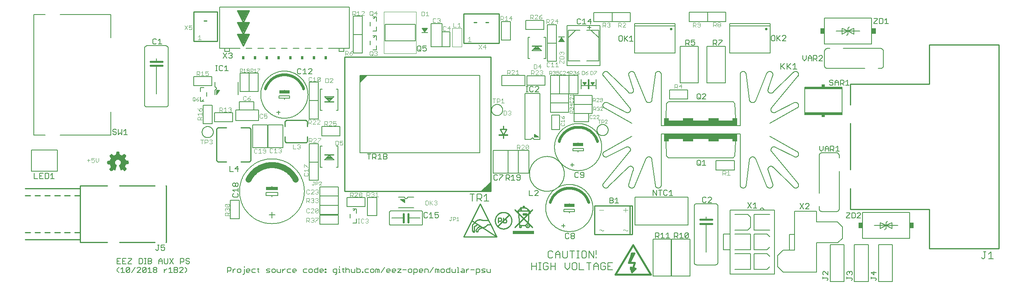
<source format=gto>
G75*
%MOIN*%
%OFA0B0*%
%FSLAX25Y25*%
%IPPOS*%
%LPD*%
%AMOC8*
5,1,8,0,0,1.08239X$1,22.5*
%
%ADD10R,0.01485X0.00015*%
%ADD11R,0.00045X0.00015*%
%ADD12R,0.00105X0.00015*%
%ADD13R,0.00165X0.00015*%
%ADD14R,0.00225X0.00015*%
%ADD15R,0.00285X0.00015*%
%ADD16R,0.00345X0.00015*%
%ADD17R,0.00405X0.00015*%
%ADD18R,0.00435X0.00015*%
%ADD19R,0.00465X0.00015*%
%ADD20R,0.00495X0.00015*%
%ADD21R,0.00540X0.00015*%
%ADD22R,0.00585X0.00015*%
%ADD23R,0.00645X0.00015*%
%ADD24R,0.00150X0.00015*%
%ADD25R,0.00675X0.00015*%
%ADD26R,0.00195X0.00015*%
%ADD27R,0.00705X0.00015*%
%ADD28R,0.00240X0.00015*%
%ADD29R,0.00735X0.00015*%
%ADD30R,0.00270X0.00015*%
%ADD31R,0.00765X0.00015*%
%ADD32R,0.00300X0.00015*%
%ADD33R,0.00810X0.00015*%
%ADD34R,0.00360X0.00015*%
%ADD35R,0.00855X0.00015*%
%ADD36R,0.00435X0.00015*%
%ADD37R,0.00915X0.00015*%
%ADD38R,0.00465X0.00015*%
%ADD39R,0.00945X0.00015*%
%ADD40R,0.00960X0.00015*%
%ADD41R,0.00525X0.00015*%
%ADD42R,0.00990X0.00015*%
%ADD43R,0.00555X0.00015*%
%ADD44R,0.01035X0.00015*%
%ADD45R,0.00600X0.00015*%
%ADD46R,0.01080X0.00015*%
%ADD47R,0.01125X0.00015*%
%ADD48R,0.01170X0.00015*%
%ADD49R,0.00720X0.00015*%
%ADD50R,0.01200X0.00015*%
%ADD51R,0.00750X0.00015*%
%ADD52R,0.01230X0.00015*%
%ADD53R,0.00780X0.00015*%
%ADD54R,0.01260X0.00015*%
%ADD55R,0.00810X0.00015*%
%ADD56R,0.01305X0.00015*%
%ADD57R,0.01365X0.00015*%
%ADD58R,0.00900X0.00015*%
%ADD59R,0.01395X0.00015*%
%ADD60R,0.01440X0.00015*%
%ADD61R,0.01470X0.00015*%
%ADD62R,0.01005X0.00015*%
%ADD63R,0.01500X0.00015*%
%ADD64R,0.01020X0.00015*%
%ADD65R,0.01530X0.00015*%
%ADD66R,0.01065X0.00015*%
%ADD67R,0.01575X0.00015*%
%ADD68R,0.01095X0.00015*%
%ADD69R,0.01635X0.00015*%
%ADD70R,0.01155X0.00015*%
%ADD71R,0.01680X0.00015*%
%ADD72R,0.01200X0.00015*%
%ADD73R,0.01710X0.00015*%
%ADD74R,0.01230X0.00015*%
%ADD75R,0.01725X0.00015*%
%ADD76R,0.01245X0.00015*%
%ADD77R,0.01755X0.00015*%
%ADD78R,0.01275X0.00015*%
%ADD79R,0.01800X0.00015*%
%ADD80R,0.01320X0.00015*%
%ADD81R,0.01860X0.00015*%
%ADD82R,0.01905X0.00015*%
%ADD83R,0.01410X0.00015*%
%ADD84R,0.01935X0.00015*%
%ADD85R,0.01455X0.00015*%
%ADD86R,0.01965X0.00015*%
%ADD87R,0.01485X0.00015*%
%ADD88R,0.01995X0.00015*%
%ADD89R,0.01515X0.00015*%
%ADD90R,0.02040X0.00015*%
%ADD91R,0.01530X0.00015*%
%ADD92R,0.02070X0.00015*%
%ADD93R,0.01575X0.00015*%
%ADD94R,0.02115X0.00015*%
%ADD95R,0.01620X0.00015*%
%ADD96R,0.02160X0.00015*%
%ADD97R,0.01665X0.00015*%
%ADD98R,0.02190X0.00015*%
%ADD99R,0.00075X0.00015*%
%ADD100R,0.01695X0.00015*%
%ADD101R,0.02220X0.00015*%
%ADD102R,0.00105X0.00015*%
%ADD103R,0.02235X0.00015*%
%ADD104R,0.00135X0.00015*%
%ADD105R,0.01755X0.00015*%
%ADD106R,0.02280X0.00015*%
%ADD107R,0.00180X0.00015*%
%ADD108R,0.01785X0.00015*%
%ADD109R,0.02340X0.00015*%
%ADD110R,0.00240X0.00015*%
%ADD111R,0.01830X0.00015*%
%ADD112R,0.02385X0.00015*%
%ADD113R,0.01890X0.00015*%
%ADD114R,0.02415X0.00015*%
%ADD115R,0.00330X0.00015*%
%ADD116R,0.00120X0.00015*%
%ADD117R,0.01920X0.00015*%
%ADD118R,0.02430X0.00015*%
%ADD119R,0.00375X0.00015*%
%ADD120R,0.02460X0.00015*%
%ADD121R,0.00405X0.00015*%
%ADD122R,0.00195X0.00015*%
%ADD123R,0.01965X0.00015*%
%ADD124R,0.02505X0.00015*%
%ADD125R,0.00210X0.00015*%
%ADD126R,0.02010X0.00015*%
%ADD127R,0.02535X0.00015*%
%ADD128R,0.00480X0.00015*%
%ADD129R,0.02580X0.00015*%
%ADD130R,0.00540X0.00015*%
%ADD131R,0.02085X0.00015*%
%ADD132R,0.02625X0.00015*%
%ADD133R,0.02130X0.00015*%
%ADD134R,0.02670X0.00015*%
%ADD135R,0.00630X0.00015*%
%ADD136R,0.02700X0.00015*%
%ADD137R,0.00660X0.00015*%
%ADD138R,0.00450X0.00015*%
%ADD139R,0.02190X0.00015*%
%ADD140R,0.02715X0.00015*%
%ADD141R,0.02205X0.00015*%
%ADD142R,0.02745X0.00015*%
%ADD143R,0.00510X0.00015*%
%ADD144R,0.02235X0.00015*%
%ADD145R,0.02775X0.00015*%
%ADD146R,0.02820X0.00015*%
%ADD147R,0.02310X0.00015*%
%ADD148R,0.02880X0.00015*%
%ADD149R,0.00855X0.00015*%
%ADD150R,0.02355X0.00015*%
%ADD151R,0.02895X0.00015*%
%ADD152R,0.00870X0.00015*%
%ADD153R,0.00660X0.00015*%
%ADD154R,0.02925X0.00015*%
%ADD155R,0.00690X0.00015*%
%ADD156R,0.02970X0.00015*%
%ADD157R,0.03000X0.00015*%
%ADD158R,0.00750X0.00015*%
%ADD159R,0.03045X0.00015*%
%ADD160R,0.01005X0.00015*%
%ADD161R,0.00780X0.00015*%
%ADD162R,0.02505X0.00015*%
%ADD163R,0.03090X0.00015*%
%ADD164R,0.01050X0.00015*%
%ADD165R,0.00825X0.00015*%
%ADD166R,0.02550X0.00015*%
%ADD167R,0.03135X0.00015*%
%ADD168R,0.01095X0.00015*%
%ADD169R,0.00870X0.00015*%
%ADD170R,0.03165X0.00015*%
%ADD171R,0.01125X0.00015*%
%ADD172R,0.02625X0.00015*%
%ADD173R,0.03195X0.00015*%
%ADD174R,0.01140X0.00015*%
%ADD175R,0.00930X0.00015*%
%ADD176R,0.02655X0.00015*%
%ADD177R,0.03210X0.00015*%
%ADD178R,0.00960X0.00015*%
%ADD179R,0.03240X0.00015*%
%ADD180R,0.02700X0.00015*%
%ADD181R,0.03285X0.00015*%
%ADD182R,0.01245X0.00015*%
%ADD183R,0.02745X0.00015*%
%ADD184R,0.03330X0.00015*%
%ADD185R,0.02790X0.00015*%
%ADD186R,0.03360X0.00015*%
%ADD187R,0.01110X0.00015*%
%ADD188R,0.02835X0.00015*%
%ADD189R,0.03390X0.00015*%
%ADD190R,0.01335X0.00015*%
%ADD191R,0.01140X0.00015*%
%ADD192R,0.02865X0.00015*%
%ADD193R,0.03420X0.00015*%
%ADD194R,0.01155X0.00015*%
%ADD195R,0.04905X0.00015*%
%ADD196R,0.04920X0.00015*%
%ADD197R,0.02940X0.00015*%
%ADD198R,0.04950X0.00015*%
%ADD199R,0.02985X0.00015*%
%ADD200R,0.04965X0.00015*%
%ADD201R,0.01275X0.00015*%
%ADD202R,0.03015X0.00015*%
%ADD203R,0.04980X0.00015*%
%ADD204R,0.03045X0.00015*%
%ADD205R,0.05010X0.00015*%
%ADD206R,0.01335X0.00015*%
%ADD207R,0.03075X0.00015*%
%ADD208R,0.01350X0.00015*%
%ADD209R,0.03105X0.00015*%
%ADD210R,0.05040X0.00015*%
%ADD211R,0.01380X0.00015*%
%ADD212R,0.05040X0.00015*%
%ADD213R,0.01410X0.00015*%
%ADD214R,0.03180X0.00015*%
%ADD215R,0.05070X0.00015*%
%ADD216R,0.03225X0.00015*%
%ADD217R,0.03255X0.00015*%
%ADD218R,0.05085X0.00015*%
%ADD219R,0.01515X0.00015*%
%ADD220R,0.03300X0.00015*%
%ADD221R,0.05100X0.00015*%
%ADD222R,0.04935X0.00015*%
%ADD223R,0.05115X0.00015*%
%ADD224R,0.04995X0.00015*%
%ADD225R,0.05130X0.00015*%
%ADD226R,0.05010X0.00015*%
%ADD227R,0.05130X0.00015*%
%ADD228R,0.05010X0.00015*%
%ADD229R,0.05025X0.00015*%
%ADD230R,0.05040X0.00015*%
%ADD231R,0.05055X0.00015*%
%ADD232R,0.05130X0.00015*%
%ADD233R,0.05085X0.00015*%
%ADD234R,0.05115X0.00015*%
%ADD235R,0.05145X0.00015*%
%ADD236R,0.05160X0.00015*%
%ADD237R,0.05130X0.00015*%
%ADD238R,0.05190X0.00015*%
%ADD239R,0.05190X0.00015*%
%ADD240R,0.05205X0.00015*%
%ADD241R,0.05220X0.00015*%
%ADD242R,0.05070X0.00015*%
%ADD243R,0.05085X0.00015*%
%ADD244R,0.05205X0.00015*%
%ADD245R,0.05220X0.00015*%
%ADD246R,0.05055X0.00015*%
%ADD247R,0.05025X0.00015*%
%ADD248R,0.05205X0.00015*%
%ADD249R,0.05025X0.00015*%
%ADD250R,0.05190X0.00015*%
%ADD251R,0.05190X0.00015*%
%ADD252R,0.04995X0.00015*%
%ADD253R,0.05175X0.00015*%
%ADD254R,0.04950X0.00015*%
%ADD255R,0.05145X0.00015*%
%ADD256R,0.05145X0.00015*%
%ADD257R,0.04920X0.00015*%
%ADD258R,0.04905X0.00015*%
%ADD259R,0.04905X0.00015*%
%ADD260R,0.05115X0.00015*%
%ADD261R,0.04890X0.00015*%
%ADD262R,0.04890X0.00015*%
%ADD263R,0.04875X0.00015*%
%ADD264R,0.04845X0.00015*%
%ADD265R,0.04830X0.00015*%
%ADD266R,0.04830X0.00015*%
%ADD267R,0.05070X0.00015*%
%ADD268R,0.04830X0.00015*%
%ADD269R,0.04815X0.00015*%
%ADD270R,0.04800X0.00015*%
%ADD271R,0.04800X0.00015*%
%ADD272R,0.05010X0.00015*%
%ADD273R,0.04785X0.00015*%
%ADD274R,0.04770X0.00015*%
%ADD275R,0.04770X0.00015*%
%ADD276R,0.04755X0.00015*%
%ADD277R,0.04740X0.00015*%
%ADD278R,0.04725X0.00015*%
%ADD279R,0.04725X0.00015*%
%ADD280R,0.04980X0.00015*%
%ADD281R,0.04710X0.00015*%
%ADD282R,0.04725X0.00015*%
%ADD283R,0.04710X0.00015*%
%ADD284R,0.04695X0.00015*%
%ADD285R,0.04680X0.00015*%
%ADD286R,0.04695X0.00015*%
%ADD287R,0.04680X0.00015*%
%ADD288R,0.04905X0.00015*%
%ADD289R,0.04665X0.00015*%
%ADD290R,0.04650X0.00015*%
%ADD291R,0.04635X0.00015*%
%ADD292R,0.04620X0.00015*%
%ADD293R,0.04620X0.00015*%
%ADD294R,0.04890X0.00015*%
%ADD295R,0.04605X0.00015*%
%ADD296R,0.04605X0.00015*%
%ADD297R,0.04590X0.00015*%
%ADD298R,0.04845X0.00015*%
%ADD299R,0.04575X0.00015*%
%ADD300R,0.04590X0.00015*%
%ADD301R,0.04575X0.00015*%
%ADD302R,0.04845X0.00015*%
%ADD303R,0.04560X0.00015*%
%ADD304R,0.04545X0.00015*%
%ADD305R,0.04530X0.00015*%
%ADD306R,0.04515X0.00015*%
%ADD307R,0.04530X0.00015*%
%ADD308R,0.04500X0.00015*%
%ADD309R,0.04515X0.00015*%
%ADD310R,0.04785X0.00015*%
%ADD311R,0.04485X0.00015*%
%ADD312R,0.04755X0.00015*%
%ADD313R,0.04470X0.00015*%
%ADD314R,0.04740X0.00015*%
%ADD315R,0.04485X0.00015*%
%ADD316R,0.04755X0.00015*%
%ADD317R,0.04545X0.00015*%
%ADD318R,0.04695X0.00015*%
%ADD319R,0.04680X0.00015*%
%ADD320R,0.04665X0.00015*%
%ADD321R,0.04725X0.00015*%
%ADD322R,0.04680X0.00015*%
%ADD323R,0.04860X0.00015*%
%ADD324R,0.04740X0.00015*%
%ADD325R,0.04875X0.00015*%
%ADD326R,0.04965X0.00015*%
%ADD327R,0.04860X0.00015*%
%ADD328R,0.04995X0.00015*%
%ADD329R,0.04875X0.00015*%
%ADD330R,0.04980X0.00015*%
%ADD331R,0.05235X0.00015*%
%ADD332R,0.05235X0.00015*%
%ADD333R,0.05250X0.00015*%
%ADD334R,0.05280X0.00015*%
%ADD335R,0.05295X0.00015*%
%ADD336R,0.05325X0.00015*%
%ADD337R,0.05340X0.00015*%
%ADD338R,0.05235X0.00015*%
%ADD339R,0.05355X0.00015*%
%ADD340R,0.05370X0.00015*%
%ADD341R,0.05265X0.00015*%
%ADD342R,0.05370X0.00015*%
%ADD343R,0.05280X0.00015*%
%ADD344R,0.05385X0.00015*%
%ADD345R,0.05295X0.00015*%
%ADD346R,0.05400X0.00015*%
%ADD347R,0.05415X0.00015*%
%ADD348R,0.05310X0.00015*%
%ADD349R,0.05430X0.00015*%
%ADD350R,0.05445X0.00015*%
%ADD351R,0.05460X0.00015*%
%ADD352R,0.05355X0.00015*%
%ADD353R,0.05475X0.00015*%
%ADD354R,0.05505X0.00015*%
%ADD355R,0.05520X0.00015*%
%ADD356R,0.05535X0.00015*%
%ADD357R,0.05550X0.00015*%
%ADD358R,0.05550X0.00015*%
%ADD359R,0.05475X0.00015*%
%ADD360R,0.05490X0.00015*%
%ADD361R,0.05475X0.00015*%
%ADD362R,0.05385X0.00015*%
%ADD363R,0.05370X0.00015*%
%ADD364R,0.05325X0.00015*%
%ADD365R,0.05310X0.00015*%
%ADD366R,0.05265X0.00015*%
%ADD367R,0.05175X0.00015*%
%ADD368R,0.04980X0.00015*%
%ADD369R,0.04965X0.00015*%
%ADD370R,0.04860X0.00015*%
%ADD371R,0.04845X0.00015*%
%ADD372R,0.04815X0.00015*%
%ADD373R,0.04770X0.00015*%
%ADD374R,0.05295X0.00015*%
%ADD375R,0.04635X0.00015*%
%ADD376R,0.05610X0.00015*%
%ADD377R,0.05700X0.00015*%
%ADD378R,0.05760X0.00015*%
%ADD379R,0.05805X0.00015*%
%ADD380R,0.05850X0.00015*%
%ADD381R,0.05895X0.00015*%
%ADD382R,0.06000X0.00015*%
%ADD383R,0.06135X0.00015*%
%ADD384R,0.06225X0.00015*%
%ADD385R,0.06300X0.00015*%
%ADD386R,0.06330X0.00015*%
%ADD387R,0.06375X0.00015*%
%ADD388R,0.06450X0.00015*%
%ADD389R,0.06570X0.00015*%
%ADD390R,0.05565X0.00015*%
%ADD391R,0.06690X0.00015*%
%ADD392R,0.06735X0.00015*%
%ADD393R,0.05790X0.00015*%
%ADD394R,0.06765X0.00015*%
%ADD395R,0.05850X0.00015*%
%ADD396R,0.06780X0.00015*%
%ADD397R,0.05895X0.00015*%
%ADD398R,0.06795X0.00015*%
%ADD399R,0.05955X0.00015*%
%ADD400R,0.06810X0.00015*%
%ADD401R,0.06060X0.00015*%
%ADD402R,0.06195X0.00015*%
%ADD403R,0.06825X0.00015*%
%ADD404R,0.06330X0.00015*%
%ADD405R,0.06840X0.00015*%
%ADD406R,0.06390X0.00015*%
%ADD407R,0.06495X0.00015*%
%ADD408R,0.06840X0.00015*%
%ADD409R,0.06555X0.00015*%
%ADD410R,0.06825X0.00015*%
%ADD411R,0.06645X0.00015*%
%ADD412R,0.06825X0.00015*%
%ADD413R,0.06705X0.00015*%
%ADD414R,0.06705X0.00015*%
%ADD415R,0.06810X0.00015*%
%ADD416R,0.06720X0.00015*%
%ADD417R,0.06795X0.00015*%
%ADD418R,0.06750X0.00015*%
%ADD419R,0.06765X0.00015*%
%ADD420R,0.06795X0.00015*%
%ADD421R,0.06780X0.00015*%
%ADD422R,0.06780X0.00015*%
%ADD423R,0.06750X0.00015*%
%ADD424R,0.06720X0.00015*%
%ADD425R,0.06720X0.00015*%
%ADD426R,0.06705X0.00015*%
%ADD427R,0.06705X0.00015*%
%ADD428R,0.06690X0.00015*%
%ADD429R,0.06675X0.00015*%
%ADD430R,0.06690X0.00015*%
%ADD431R,0.06675X0.00015*%
%ADD432R,0.06675X0.00015*%
%ADD433R,0.06660X0.00015*%
%ADD434R,0.06675X0.00015*%
%ADD435R,0.06660X0.00015*%
%ADD436R,0.06660X0.00015*%
%ADD437R,0.06645X0.00015*%
%ADD438R,0.06630X0.00015*%
%ADD439R,0.06660X0.00015*%
%ADD440R,0.06630X0.00015*%
%ADD441R,0.06645X0.00015*%
%ADD442R,0.06735X0.00015*%
%ADD443R,0.06765X0.00015*%
%ADD444R,0.06780X0.00015*%
%ADD445R,0.06825X0.00015*%
%ADD446R,0.06855X0.00015*%
%ADD447R,0.06855X0.00015*%
%ADD448R,0.06870X0.00015*%
%ADD449R,0.06885X0.00015*%
%ADD450R,0.06525X0.00015*%
%ADD451R,0.06405X0.00015*%
%ADD452R,0.06255X0.00015*%
%ADD453R,0.06165X0.00015*%
%ADD454R,0.06870X0.00015*%
%ADD455R,0.06120X0.00015*%
%ADD456R,0.06885X0.00015*%
%ADD457R,0.06060X0.00015*%
%ADD458R,0.06015X0.00015*%
%ADD459R,0.05910X0.00015*%
%ADD460R,0.05670X0.00015*%
%ADD461R,0.05595X0.00015*%
%ADD462R,0.06585X0.00015*%
%ADD463R,0.05160X0.00015*%
%ADD464R,0.06390X0.00015*%
%ADD465R,0.05025X0.00015*%
%ADD466R,0.06330X0.00015*%
%ADD467R,0.06075X0.00015*%
%ADD468R,0.05820X0.00015*%
%ADD469R,0.05775X0.00015*%
%ADD470R,0.05685X0.00015*%
%ADD471R,0.05460X0.00015*%
%ADD472R,0.04860X0.00015*%
%ADD473R,0.04935X0.00015*%
%ADD474R,0.05160X0.00015*%
%ADD475R,0.05325X0.00015*%
%ADD476R,0.05340X0.00015*%
%ADD477R,0.05355X0.00015*%
%ADD478R,0.05430X0.00015*%
%ADD479R,0.05535X0.00015*%
%ADD480R,0.05595X0.00015*%
%ADD481R,0.05640X0.00015*%
%ADD482R,0.05640X0.00015*%
%ADD483R,0.05670X0.00015*%
%ADD484R,0.05685X0.00015*%
%ADD485R,0.05700X0.00015*%
%ADD486R,0.05715X0.00015*%
%ADD487R,0.05715X0.00015*%
%ADD488R,0.05730X0.00015*%
%ADD489R,0.05745X0.00015*%
%ADD490R,0.05760X0.00015*%
%ADD491R,0.06000X0.00015*%
%ADD492R,0.06105X0.00015*%
%ADD493R,0.06180X0.00015*%
%ADD494R,0.06210X0.00015*%
%ADD495R,0.12690X0.00015*%
%ADD496R,0.12675X0.00015*%
%ADD497R,0.12660X0.00015*%
%ADD498R,0.12660X0.00015*%
%ADD499R,0.12645X0.00015*%
%ADD500R,0.12615X0.00015*%
%ADD501R,0.12600X0.00015*%
%ADD502R,0.12585X0.00015*%
%ADD503R,0.12555X0.00015*%
%ADD504R,0.12540X0.00015*%
%ADD505R,0.12525X0.00015*%
%ADD506R,0.12510X0.00015*%
%ADD507R,0.12510X0.00015*%
%ADD508R,0.12480X0.00015*%
%ADD509R,0.12450X0.00015*%
%ADD510R,0.12435X0.00015*%
%ADD511R,0.12420X0.00015*%
%ADD512R,0.12390X0.00015*%
%ADD513R,0.12375X0.00015*%
%ADD514R,0.12360X0.00015*%
%ADD515R,0.12330X0.00015*%
%ADD516R,0.12300X0.00015*%
%ADD517R,0.12285X0.00015*%
%ADD518R,0.12270X0.00015*%
%ADD519R,0.12255X0.00015*%
%ADD520R,0.12240X0.00015*%
%ADD521R,0.12225X0.00015*%
%ADD522R,0.12195X0.00015*%
%ADD523R,0.12165X0.00015*%
%ADD524R,0.12150X0.00015*%
%ADD525R,0.12135X0.00015*%
%ADD526R,0.12120X0.00015*%
%ADD527R,0.12090X0.00015*%
%ADD528R,0.12075X0.00015*%
%ADD529R,0.12060X0.00015*%
%ADD530R,0.12045X0.00015*%
%ADD531R,0.12015X0.00015*%
%ADD532R,0.12000X0.00015*%
%ADD533R,0.11985X0.00015*%
%ADD534R,0.11955X0.00015*%
%ADD535R,0.11940X0.00015*%
%ADD536R,0.11925X0.00015*%
%ADD537R,0.11910X0.00015*%
%ADD538R,0.11910X0.00015*%
%ADD539R,0.11880X0.00015*%
%ADD540R,0.11850X0.00015*%
%ADD541R,0.11835X0.00015*%
%ADD542R,0.11805X0.00015*%
%ADD543R,0.11775X0.00015*%
%ADD544R,0.11760X0.00015*%
%ADD545R,0.11745X0.00015*%
%ADD546R,0.11730X0.00015*%
%ADD547R,0.11700X0.00015*%
%ADD548R,0.11700X0.00015*%
%ADD549R,0.11685X0.00015*%
%ADD550R,0.11655X0.00015*%
%ADD551R,0.11640X0.00015*%
%ADD552R,0.11625X0.00015*%
%ADD553R,0.11625X0.00015*%
%ADD554R,0.11670X0.00015*%
%ADD555R,0.11715X0.00015*%
%ADD556R,0.11790X0.00015*%
%ADD557R,0.11820X0.00015*%
%ADD558R,0.11820X0.00015*%
%ADD559R,0.11880X0.00015*%
%ADD560R,0.11895X0.00015*%
%ADD561R,0.11970X0.00015*%
%ADD562R,0.12045X0.00015*%
%ADD563R,0.12075X0.00015*%
%ADD564R,0.12105X0.00015*%
%ADD565R,0.12135X0.00015*%
%ADD566R,0.12165X0.00015*%
%ADD567R,0.12180X0.00015*%
%ADD568R,0.12195X0.00015*%
%ADD569R,0.12210X0.00015*%
%ADD570R,0.12225X0.00015*%
%ADD571R,0.12255X0.00015*%
%ADD572R,0.12360X0.00015*%
%ADD573R,0.12390X0.00015*%
%ADD574R,0.12405X0.00015*%
%ADD575R,0.12435X0.00015*%
%ADD576R,0.12480X0.00015*%
%ADD577R,0.12480X0.00015*%
%ADD578R,0.12510X0.00015*%
%ADD579R,0.12570X0.00015*%
%ADD580R,0.12630X0.00015*%
%ADD581R,0.12675X0.00015*%
%ADD582R,0.12705X0.00015*%
%ADD583R,0.12735X0.00015*%
%ADD584R,0.12750X0.00015*%
%ADD585R,0.12780X0.00015*%
%ADD586R,0.12795X0.00015*%
%ADD587R,0.12810X0.00015*%
%ADD588R,0.12840X0.00015*%
%ADD589R,0.12855X0.00015*%
%ADD590R,0.12885X0.00015*%
%ADD591R,0.12900X0.00015*%
%ADD592R,0.12915X0.00015*%
%ADD593R,0.12945X0.00015*%
%ADD594R,0.12960X0.00015*%
%ADD595R,0.12990X0.00015*%
%ADD596R,0.13005X0.00015*%
%ADD597R,0.13020X0.00015*%
%ADD598R,0.13035X0.00015*%
%ADD599R,0.13065X0.00015*%
%ADD600R,0.13080X0.00015*%
%ADD601R,0.13110X0.00015*%
%ADD602R,0.13125X0.00015*%
%ADD603R,0.13155X0.00015*%
%ADD604R,0.13170X0.00015*%
%ADD605R,0.13200X0.00015*%
%ADD606R,0.13230X0.00015*%
%ADD607R,0.13260X0.00015*%
%ADD608R,0.13290X0.00015*%
%ADD609R,0.13320X0.00015*%
%ADD610R,0.13350X0.00015*%
%ADD611R,0.13365X0.00015*%
%ADD612R,0.13395X0.00015*%
%ADD613R,0.13425X0.00015*%
%ADD614R,0.13455X0.00015*%
%ADD615R,0.13470X0.00015*%
%ADD616R,0.13500X0.00015*%
%ADD617R,0.13530X0.00015*%
%ADD618R,0.13560X0.00015*%
%ADD619R,0.13575X0.00015*%
%ADD620R,0.13605X0.00015*%
%ADD621R,0.13635X0.00015*%
%ADD622R,0.13650X0.00015*%
%ADD623R,0.13680X0.00015*%
%ADD624R,0.13695X0.00015*%
%ADD625R,0.13725X0.00015*%
%ADD626R,0.13740X0.00015*%
%ADD627R,0.13770X0.00015*%
%ADD628R,0.13785X0.00015*%
%ADD629R,0.13800X0.00015*%
%ADD630R,0.13830X0.00015*%
%ADD631R,0.13860X0.00015*%
%ADD632R,0.13875X0.00015*%
%ADD633R,0.13905X0.00015*%
%ADD634R,0.13935X0.00015*%
%ADD635R,0.13950X0.00015*%
%ADD636R,0.13980X0.00015*%
%ADD637R,0.14010X0.00015*%
%ADD638R,0.14025X0.00015*%
%ADD639R,0.14055X0.00015*%
%ADD640R,0.14070X0.00015*%
%ADD641R,0.14085X0.00015*%
%ADD642R,0.14115X0.00015*%
%ADD643R,0.14145X0.00015*%
%ADD644R,0.14160X0.00015*%
%ADD645R,0.14190X0.00015*%
%ADD646R,0.14205X0.00015*%
%ADD647R,0.14220X0.00015*%
%ADD648R,0.14235X0.00015*%
%ADD649R,0.14265X0.00015*%
%ADD650R,0.14280X0.00015*%
%ADD651R,0.14295X0.00015*%
%ADD652R,0.14295X0.00015*%
%ADD653R,0.14250X0.00015*%
%ADD654R,0.14205X0.00015*%
%ADD655R,0.14175X0.00015*%
%ADD656R,0.14160X0.00015*%
%ADD657R,0.14130X0.00015*%
%ADD658R,0.14100X0.00015*%
%ADD659R,0.14040X0.00015*%
%ADD660R,0.14010X0.00015*%
%ADD661R,0.03465X0.00015*%
%ADD662R,0.10440X0.00015*%
%ADD663R,0.03420X0.00015*%
%ADD664R,0.10395X0.00015*%
%ADD665R,0.03375X0.00015*%
%ADD666R,0.10335X0.00015*%
%ADD667R,0.03570X0.00015*%
%ADD668R,0.06600X0.00015*%
%ADD669R,0.03525X0.00015*%
%ADD670R,0.03270X0.00015*%
%ADD671R,0.03495X0.00015*%
%ADD672R,0.03210X0.00015*%
%ADD673R,0.06480X0.00015*%
%ADD674R,0.03435X0.00015*%
%ADD675R,0.03165X0.00015*%
%ADD676R,0.03390X0.00015*%
%ADD677R,0.03120X0.00015*%
%ADD678R,0.06315X0.00015*%
%ADD679R,0.03345X0.00015*%
%ADD680R,0.03090X0.00015*%
%ADD681R,0.03075X0.00015*%
%ADD682R,0.06225X0.00015*%
%ADD683R,0.03270X0.00015*%
%ADD684R,0.06180X0.00015*%
%ADD685R,0.02970X0.00015*%
%ADD686R,0.06075X0.00015*%
%ADD687R,0.03195X0.00015*%
%ADD688R,0.02925X0.00015*%
%ADD689R,0.05985X0.00015*%
%ADD690R,0.03135X0.00015*%
%ADD691R,0.02850X0.00015*%
%ADD692R,0.05835X0.00015*%
%ADD693R,0.03030X0.00015*%
%ADD694R,0.02805X0.00015*%
%ADD695R,0.02730X0.00015*%
%ADD696R,0.05625X0.00015*%
%ADD697R,0.02925X0.00015*%
%ADD698R,0.02640X0.00015*%
%ADD699R,0.02595X0.00015*%
%ADD700R,0.02565X0.00015*%
%ADD701R,0.02760X0.00015*%
%ADD702R,0.02520X0.00015*%
%ADD703R,0.02730X0.00015*%
%ADD704R,0.02475X0.00015*%
%ADD705R,0.02685X0.00015*%
%ADD706R,0.02445X0.00015*%
%ADD707R,0.02400X0.00015*%
%ADD708R,0.02370X0.00015*%
%ADD709R,0.02565X0.00015*%
%ADD710R,0.02340X0.00015*%
%ADD711R,0.02325X0.00015*%
%ADD712R,0.02505X0.00015*%
%ADD713R,0.02280X0.00015*%
%ADD714R,0.02460X0.00015*%
%ADD715R,0.04560X0.00015*%
%ADD716R,0.02190X0.00015*%
%ADD717R,0.04440X0.00015*%
%ADD718R,0.02370X0.00015*%
%ADD719R,0.02145X0.00015*%
%ADD720R,0.04365X0.00015*%
%ADD721R,0.04320X0.00015*%
%ADD722R,0.02310X0.00015*%
%ADD723R,0.02100X0.00015*%
%ADD724R,0.04260X0.00015*%
%ADD725R,0.04200X0.00015*%
%ADD726R,0.02265X0.00015*%
%ADD727R,0.02040X0.00015*%
%ADD728R,0.04095X0.00015*%
%ADD729R,0.02220X0.00015*%
%ADD730R,0.03915X0.00015*%
%ADD731R,0.02175X0.00015*%
%ADD732R,0.03765X0.00015*%
%ADD733R,0.03675X0.00015*%
%ADD734R,0.01890X0.00015*%
%ADD735R,0.03615X0.00015*%
%ADD736R,0.02055X0.00015*%
%ADD737R,0.01860X0.00015*%
%ADD738R,0.03555X0.00015*%
%ADD739R,0.01815X0.00015*%
%ADD740R,0.03450X0.00015*%
%ADD741R,0.01725X0.00015*%
%ADD742R,0.03315X0.00015*%
%ADD743R,0.01905X0.00015*%
%ADD744R,0.01680X0.00015*%
%ADD745R,0.01650X0.00015*%
%ADD746R,0.01620X0.00015*%
%ADD747R,0.01590X0.00015*%
%ADD748R,0.01770X0.00015*%
%ADD749R,0.01560X0.00015*%
%ADD750R,0.03240X0.00015*%
%ADD751R,0.01740X0.00015*%
%ADD752R,0.01665X0.00015*%
%ADD753R,0.01455X0.00015*%
%ADD754R,0.01635X0.00015*%
%ADD755R,0.01410X0.00015*%
%ADD756R,0.01395X0.00015*%
%ADD757R,0.01365X0.00015*%
%ADD758R,0.01335X0.00015*%
%ADD759R,0.01290X0.00015*%
%ADD760R,0.03210X0.00015*%
%ADD761R,0.01455X0.00015*%
%ADD762R,0.01185X0.00015*%
%ADD763R,0.01290X0.00015*%
%ADD764R,0.01110X0.00015*%
%ADD765R,0.01260X0.00015*%
%ADD766R,0.03180X0.00015*%
%ADD767R,0.00975X0.00015*%
%ADD768R,0.03150X0.00015*%
%ADD769R,0.00885X0.00015*%
%ADD770R,0.03150X0.00015*%
%ADD771R,0.01050X0.00015*%
%ADD772R,0.00795X0.00015*%
%ADD773R,0.00885X0.00015*%
%ADD774R,0.00690X0.00015*%
%ADD775R,0.00840X0.00015*%
%ADD776R,0.00570X0.00015*%
%ADD777R,0.00525X0.00015*%
%ADD778R,0.03105X0.00015*%
%ADD779R,0.00660X0.00015*%
%ADD780R,0.00615X0.00015*%
%ADD781R,0.00420X0.00015*%
%ADD782R,0.00555X0.00015*%
%ADD783R,0.00390X0.00015*%
%ADD784R,0.00525X0.00015*%
%ADD785R,0.00360X0.00015*%
%ADD786R,0.00495X0.00015*%
%ADD787R,0.03075X0.00015*%
%ADD788R,0.00450X0.00015*%
%ADD789R,0.00225X0.00015*%
%ADD790R,0.00345X0.00015*%
%ADD791R,0.00255X0.00015*%
%ADD792R,0.03060X0.00015*%
%ADD793R,0.00180X0.00015*%
%ADD794R,0.00075X0.00015*%
%ADD795R,0.03000X0.00015*%
%ADD796R,0.02955X0.00015*%
%ADD797R,0.02940X0.00015*%
%ADD798R,0.02940X0.00015*%
%ADD799R,0.02910X0.00015*%
%ADD800R,0.02910X0.00015*%
%ADD801R,0.02865X0.00015*%
%ADD802R,0.02805X0.00015*%
%ADD803R,0.02775X0.00015*%
%ADD804R,0.02760X0.00015*%
%ADD805R,0.02655X0.00015*%
%ADD806R,0.02640X0.00015*%
%ADD807R,0.02610X0.00015*%
%ADD808R,0.02595X0.00015*%
%ADD809R,0.02535X0.00015*%
%ADD810R,0.02475X0.00015*%
%ADD811R,0.02175X0.00015*%
%ADD812R,0.01575X0.00015*%
%ADD813C,0.00500*%
%ADD814C,0.00400*%
%ADD815C,0.01600*%
%ADD816C,0.00700*%
%ADD817C,0.01000*%
%ADD818C,0.00600*%
%ADD819R,0.03500X0.05000*%
%ADD820R,0.31496X0.01969*%
%ADD821R,0.03000X0.02250*%
%ADD822C,0.02174*%
%ADD823R,0.09000X0.02500*%
%ADD824C,0.02400*%
%ADD825R,0.62000X0.04000*%
%ADD826R,0.04000X0.02000*%
%ADD827R,0.08500X0.02000*%
%ADD828C,0.00300*%
%ADD829R,0.05512X0.00787*%
%ADD830C,0.00800*%
%ADD831C,0.00200*%
%ADD832R,0.09000X0.02000*%
%ADD833R,0.07000X0.02000*%
%ADD834R,0.05000X0.02000*%
%ADD835R,0.03000X0.02000*%
%ADD836R,0.01000X0.01000*%
%ADD837R,0.02000X0.03000*%
%ADD838R,0.08268X0.01181*%
%ADD839R,0.10000X0.02500*%
%ADD840C,0.05000*%
%ADD841R,0.18000X0.03000*%
D10*
X0135319Y0162933D03*
D11*
X0140634Y0158094D03*
X0143814Y0157389D03*
X0132429Y0157224D03*
D12*
X0132429Y0157239D03*
D13*
X0132429Y0157254D03*
D14*
X0132429Y0157269D03*
D15*
X0132429Y0157283D03*
X0132519Y0171669D03*
D16*
X0140679Y0158183D03*
X0132429Y0157298D03*
D17*
X0132429Y0157313D03*
X0140694Y0158198D03*
D18*
X0132429Y0157329D03*
D19*
X0132429Y0157344D03*
D20*
X0132429Y0157359D03*
X0143814Y0157524D03*
D21*
X0132436Y0157374D03*
D22*
X0132444Y0157389D03*
X0135459Y0158198D03*
X0140769Y0158289D03*
D23*
X0140784Y0158304D03*
X0143799Y0157583D03*
X0132444Y0157404D03*
D24*
X0140626Y0158124D03*
X0143821Y0157404D03*
D25*
X0143799Y0157598D03*
X0135429Y0158244D03*
X0132444Y0157419D03*
D26*
X0143814Y0157419D03*
D27*
X0140814Y0158348D03*
X0135414Y0158259D03*
X0132444Y0157433D03*
D28*
X0143822Y0157433D03*
D29*
X0132444Y0157448D03*
D30*
X0140657Y0158169D03*
X0143822Y0157448D03*
D31*
X0135399Y0158274D03*
X0132444Y0157463D03*
D32*
X0135557Y0158094D03*
X0143822Y0157463D03*
X0143446Y0171713D03*
D33*
X0132451Y0157479D03*
D34*
X0143822Y0157479D03*
D35*
X0143784Y0157674D03*
X0132459Y0157494D03*
D36*
X0135519Y0158154D03*
X0140709Y0158213D03*
X0143814Y0157494D03*
D37*
X0140874Y0158424D03*
X0135339Y0158348D03*
X0132459Y0157509D03*
X0132549Y0171413D03*
D38*
X0132534Y0171594D03*
X0143814Y0157509D03*
D39*
X0143784Y0157704D03*
X0135324Y0158363D03*
X0132459Y0157524D03*
X0137844Y0173589D03*
X0143424Y0171474D03*
D40*
X0132466Y0157539D03*
D41*
X0143814Y0157539D03*
D42*
X0143776Y0157719D03*
X0140897Y0158469D03*
X0132467Y0157554D03*
X0143417Y0171459D03*
D43*
X0143814Y0157554D03*
D44*
X0132474Y0157569D03*
D45*
X0143807Y0157569D03*
X0132542Y0171548D03*
D46*
X0143417Y0171413D03*
X0140926Y0158498D03*
X0132467Y0157583D03*
D47*
X0132474Y0157598D03*
D48*
X0132481Y0157613D03*
X0135257Y0158454D03*
X0140957Y0158559D03*
X0143401Y0171383D03*
D49*
X0143432Y0171563D03*
X0143791Y0157613D03*
D50*
X0132481Y0157629D03*
D51*
X0143791Y0157629D03*
D52*
X0132481Y0157644D03*
X0132572Y0171294D03*
X0143401Y0171369D03*
D53*
X0143432Y0171533D03*
X0143791Y0157644D03*
D54*
X0132482Y0157659D03*
D55*
X0135376Y0158289D03*
X0143791Y0157659D03*
X0143432Y0171519D03*
D56*
X0141009Y0158619D03*
X0132489Y0157674D03*
D57*
X0132489Y0157689D03*
X0135189Y0158544D03*
X0143754Y0157883D03*
D58*
X0143777Y0157689D03*
X0135346Y0158333D03*
D59*
X0132489Y0157704D03*
D60*
X0132497Y0157719D03*
D61*
X0132497Y0157733D03*
X0141047Y0158709D03*
D62*
X0143769Y0157733D03*
D63*
X0132496Y0157748D03*
X0132586Y0171189D03*
X0143386Y0171263D03*
D64*
X0143417Y0171444D03*
X0132556Y0171383D03*
X0143776Y0157748D03*
D65*
X0132497Y0157763D03*
D66*
X0143769Y0157763D03*
D67*
X0132504Y0157779D03*
D68*
X0143769Y0157779D03*
D69*
X0132504Y0157794D03*
D70*
X0143769Y0157794D03*
D71*
X0132511Y0157809D03*
D72*
X0135257Y0158469D03*
X0140972Y0158574D03*
X0143762Y0157809D03*
D73*
X0132511Y0157824D03*
D74*
X0143761Y0157824D03*
D75*
X0143724Y0158033D03*
X0132519Y0157839D03*
D76*
X0143754Y0157839D03*
D77*
X0132519Y0157854D03*
D78*
X0135219Y0158498D03*
X0143754Y0157854D03*
D79*
X0132512Y0157869D03*
X0143372Y0171144D03*
D80*
X0143402Y0171324D03*
X0143747Y0157869D03*
X0135211Y0158513D03*
D81*
X0132526Y0157883D03*
D82*
X0132534Y0157898D03*
X0132609Y0171024D03*
D83*
X0143747Y0157898D03*
D84*
X0143709Y0158124D03*
X0132534Y0157913D03*
X0132609Y0171009D03*
X0138024Y0173559D03*
D85*
X0141039Y0158694D03*
X0143739Y0157913D03*
D86*
X0132534Y0157929D03*
D87*
X0143739Y0157929D03*
D88*
X0132534Y0157944D03*
X0132609Y0170994D03*
D89*
X0143739Y0157944D03*
D90*
X0143701Y0158169D03*
X0132542Y0157959D03*
X0143357Y0171054D03*
D91*
X0143386Y0171248D03*
X0143731Y0157959D03*
D92*
X0132542Y0157974D03*
X0132616Y0170963D03*
D93*
X0143739Y0157974D03*
D94*
X0132549Y0157989D03*
D95*
X0143732Y0157989D03*
D96*
X0143686Y0158213D03*
X0132557Y0158004D03*
D97*
X0143724Y0158004D03*
D98*
X0132557Y0158019D03*
D99*
X0135609Y0158019D03*
D100*
X0143724Y0158019D03*
D101*
X0132556Y0158033D03*
D102*
X0135609Y0158033D03*
D103*
X0132564Y0158048D03*
X0132624Y0170889D03*
X0138039Y0173513D03*
D104*
X0135609Y0158048D03*
D105*
X0143724Y0158048D03*
D106*
X0143672Y0158274D03*
X0132572Y0158063D03*
D107*
X0135586Y0158063D03*
D108*
X0143724Y0158063D03*
X0132594Y0171083D03*
D109*
X0132572Y0158079D03*
D110*
X0135572Y0158079D03*
D111*
X0143716Y0158079D03*
X0143372Y0171129D03*
D112*
X0143664Y0158319D03*
X0132579Y0158094D03*
D113*
X0143717Y0158094D03*
D114*
X0143664Y0158333D03*
X0132579Y0158109D03*
X0143319Y0170889D03*
D115*
X0132527Y0171654D03*
X0135542Y0158109D03*
D116*
X0140626Y0158109D03*
X0132526Y0171698D03*
D117*
X0143717Y0158109D03*
D118*
X0143657Y0158348D03*
X0132586Y0158124D03*
X0138031Y0173439D03*
D119*
X0135534Y0158124D03*
D120*
X0132586Y0158139D03*
X0143657Y0158363D03*
D121*
X0135534Y0158139D03*
D122*
X0140634Y0158139D03*
D123*
X0143709Y0158139D03*
X0143364Y0171083D03*
D124*
X0132594Y0158154D03*
D125*
X0140641Y0158154D03*
D126*
X0143701Y0158154D03*
X0143357Y0171069D03*
D127*
X0143304Y0170844D03*
X0138024Y0173183D03*
X0138024Y0173198D03*
X0138024Y0173213D03*
X0138024Y0173244D03*
X0132594Y0158169D03*
D128*
X0135511Y0158169D03*
X0140717Y0158244D03*
X0143447Y0171654D03*
D129*
X0143297Y0170813D03*
X0138032Y0173109D03*
X0143641Y0158409D03*
X0132602Y0158183D03*
D130*
X0135482Y0158183D03*
X0140747Y0158274D03*
D131*
X0143694Y0158183D03*
X0143349Y0171024D03*
D132*
X0132609Y0158198D03*
D133*
X0143686Y0158198D03*
X0143342Y0171009D03*
X0132616Y0170933D03*
D134*
X0132677Y0170694D03*
X0138016Y0172898D03*
X0138016Y0172913D03*
X0143627Y0158454D03*
X0132616Y0158213D03*
D135*
X0135451Y0158213D03*
X0132542Y0171533D03*
D136*
X0138016Y0172779D03*
X0132616Y0158229D03*
D137*
X0135436Y0158229D03*
D138*
X0140717Y0158229D03*
D139*
X0143686Y0158229D03*
D140*
X0132624Y0158244D03*
X0138024Y0172674D03*
X0138024Y0172689D03*
X0138024Y0172704D03*
X0138024Y0172719D03*
X0138024Y0172733D03*
D141*
X0143679Y0158244D03*
D142*
X0132624Y0158259D03*
X0138024Y0172598D03*
D143*
X0140732Y0158259D03*
D144*
X0143679Y0158259D03*
D145*
X0132624Y0158274D03*
X0132684Y0170663D03*
X0143274Y0170739D03*
D146*
X0138017Y0172433D03*
X0138017Y0172448D03*
X0132691Y0170633D03*
X0132632Y0158289D03*
D147*
X0143672Y0158289D03*
D148*
X0143611Y0158544D03*
X0132632Y0158304D03*
X0132691Y0170604D03*
X0138017Y0172224D03*
X0138017Y0172239D03*
X0138017Y0172254D03*
X0138017Y0172269D03*
X0138017Y0172283D03*
X0138017Y0172298D03*
X0138017Y0172313D03*
X0143267Y0170694D03*
D149*
X0135354Y0158304D03*
D150*
X0143664Y0158304D03*
D151*
X0143604Y0158559D03*
X0132639Y0158319D03*
D152*
X0135347Y0158319D03*
D153*
X0140792Y0158319D03*
X0132542Y0171519D03*
D154*
X0132639Y0158333D03*
D155*
X0140807Y0158333D03*
D156*
X0132647Y0158348D03*
D157*
X0132646Y0158363D03*
X0143251Y0170648D03*
X0138001Y0171863D03*
X0138001Y0171894D03*
X0138001Y0171909D03*
D158*
X0143432Y0171548D03*
X0132541Y0171489D03*
X0140821Y0158363D03*
D159*
X0132654Y0158379D03*
D160*
X0135309Y0158379D03*
D161*
X0140836Y0158379D03*
D162*
X0143649Y0158379D03*
D163*
X0132661Y0158394D03*
X0138017Y0171624D03*
X0138017Y0171639D03*
X0138017Y0171654D03*
D164*
X0132556Y0171369D03*
X0135287Y0158394D03*
X0140911Y0158483D03*
D165*
X0140859Y0158394D03*
X0132549Y0171459D03*
D166*
X0138032Y0173169D03*
X0143641Y0158394D03*
D167*
X0143574Y0158663D03*
X0132669Y0158409D03*
X0138009Y0171459D03*
X0138009Y0171474D03*
X0138009Y0171489D03*
X0138009Y0171504D03*
X0138009Y0171519D03*
D168*
X0135279Y0158409D03*
D169*
X0140866Y0158409D03*
X0132542Y0171444D03*
D170*
X0137994Y0171398D03*
X0137994Y0171383D03*
X0132669Y0158424D03*
D171*
X0135279Y0158424D03*
X0132564Y0171339D03*
X0143409Y0171398D03*
D172*
X0143289Y0170798D03*
X0138024Y0173004D03*
X0138024Y0173019D03*
X0138024Y0173033D03*
X0132669Y0170724D03*
X0143634Y0158424D03*
D173*
X0132669Y0158439D03*
D174*
X0135272Y0158439D03*
D175*
X0140881Y0158439D03*
D176*
X0143634Y0158439D03*
X0138024Y0172944D03*
X0138024Y0172959D03*
X0138024Y0172974D03*
D177*
X0132676Y0158454D03*
D178*
X0140882Y0158454D03*
D179*
X0132676Y0158469D03*
D180*
X0143627Y0158469D03*
X0138016Y0172748D03*
X0138016Y0172763D03*
X0138016Y0172794D03*
X0138016Y0172809D03*
D181*
X0138009Y0171113D03*
X0132684Y0158483D03*
D182*
X0135234Y0158483D03*
X0140979Y0158589D03*
D183*
X0143619Y0158483D03*
D184*
X0132692Y0158498D03*
X0132736Y0170409D03*
D185*
X0138017Y0172494D03*
X0138017Y0172509D03*
X0143611Y0158498D03*
D186*
X0132692Y0158513D03*
X0138016Y0171083D03*
D187*
X0140941Y0158513D03*
D188*
X0143604Y0158513D03*
X0143274Y0170709D03*
X0138009Y0172404D03*
X0138009Y0172419D03*
D189*
X0132691Y0158529D03*
D190*
X0135204Y0158529D03*
D191*
X0140942Y0158529D03*
D192*
X0143604Y0158529D03*
X0138009Y0172329D03*
D193*
X0132691Y0158544D03*
D194*
X0140949Y0158544D03*
X0132564Y0171324D03*
D195*
X0133599Y0162954D03*
X0133839Y0162683D03*
X0133809Y0159609D03*
X0133419Y0158559D03*
X0142134Y0160298D03*
X0142149Y0160269D03*
X0142749Y0158739D03*
D196*
X0142232Y0160119D03*
X0142217Y0160148D03*
X0142217Y0160163D03*
X0142202Y0160194D03*
X0142156Y0162624D03*
X0142141Y0166389D03*
X0142126Y0166404D03*
X0142111Y0166419D03*
X0133591Y0166059D03*
X0133847Y0162669D03*
X0133861Y0162654D03*
X0133756Y0159533D03*
X0133741Y0159504D03*
X0133726Y0159474D03*
X0133411Y0158574D03*
D197*
X0143597Y0158574D03*
D198*
X0142756Y0158769D03*
X0142247Y0160089D03*
X0141721Y0161483D03*
X0142097Y0166448D03*
X0133937Y0166433D03*
X0133876Y0162624D03*
X0133891Y0162609D03*
X0134387Y0161319D03*
X0134387Y0161304D03*
X0133711Y0159444D03*
X0133411Y0158589D03*
D199*
X0143589Y0158589D03*
X0138009Y0171924D03*
D200*
X0133959Y0166463D03*
X0133944Y0166448D03*
X0133554Y0162969D03*
X0133689Y0159413D03*
X0133689Y0159398D03*
X0133404Y0158604D03*
X0141714Y0161498D03*
X0142254Y0160074D03*
X0142269Y0160059D03*
X0142764Y0158783D03*
X0142074Y0166463D03*
D201*
X0140994Y0158604D03*
D202*
X0143574Y0158604D03*
X0132714Y0170559D03*
D203*
X0133561Y0166044D03*
X0133906Y0162594D03*
X0133682Y0159383D03*
X0133667Y0159354D03*
X0133397Y0158619D03*
X0142276Y0160044D03*
X0142291Y0160013D03*
X0142291Y0159998D03*
X0142306Y0159983D03*
D204*
X0143574Y0158619D03*
X0143244Y0170619D03*
X0138009Y0171774D03*
X0138009Y0171789D03*
X0138009Y0171804D03*
X0132714Y0170544D03*
D205*
X0133982Y0166509D03*
X0142082Y0162533D03*
X0142382Y0159848D03*
X0133397Y0158648D03*
X0133397Y0158633D03*
D206*
X0141009Y0158633D03*
D207*
X0143574Y0158633D03*
D208*
X0141017Y0158648D03*
X0143402Y0171309D03*
D209*
X0138009Y0171533D03*
X0138009Y0171548D03*
X0138009Y0171563D03*
X0138009Y0171594D03*
X0138009Y0171609D03*
X0143574Y0158648D03*
D210*
X0142411Y0159789D03*
X0142397Y0159804D03*
X0133576Y0159204D03*
X0133576Y0159189D03*
X0133561Y0159174D03*
X0133397Y0158663D03*
X0133997Y0166524D03*
X0134011Y0166539D03*
D211*
X0141017Y0158663D03*
D212*
X0133397Y0158679D03*
D213*
X0141032Y0158679D03*
D214*
X0143567Y0158679D03*
D215*
X0133547Y0159144D03*
X0133397Y0158709D03*
X0133397Y0158694D03*
D216*
X0143559Y0158694D03*
X0143229Y0170559D03*
X0137994Y0171219D03*
X0137994Y0171233D03*
X0137994Y0171248D03*
X0137994Y0171263D03*
D217*
X0137994Y0171159D03*
X0132729Y0170454D03*
X0143544Y0158709D03*
D218*
X0133404Y0158724D03*
X0134004Y0162474D03*
D219*
X0141054Y0158724D03*
D220*
X0143536Y0158724D03*
X0143222Y0170513D03*
X0132736Y0170424D03*
D221*
X0141962Y0166598D03*
X0142022Y0162444D03*
X0141722Y0161663D03*
X0141722Y0161648D03*
X0141722Y0161633D03*
X0141722Y0161619D03*
X0142516Y0159609D03*
X0142516Y0159594D03*
X0142531Y0159563D03*
X0134372Y0161513D03*
X0134012Y0162459D03*
X0133516Y0159083D03*
X0133516Y0159069D03*
X0133501Y0159054D03*
X0133501Y0159039D03*
X0133396Y0158754D03*
X0133396Y0158739D03*
D222*
X0133719Y0159459D03*
X0133734Y0159489D03*
X0133749Y0159519D03*
X0133869Y0162639D03*
X0141714Y0161469D03*
X0142134Y0162594D03*
X0142149Y0162609D03*
X0142224Y0160133D03*
X0142239Y0160104D03*
X0142749Y0158754D03*
X0142209Y0166344D03*
X0142104Y0166433D03*
X0138009Y0170813D03*
D223*
X0133404Y0158798D03*
X0133404Y0158783D03*
X0133404Y0158769D03*
D224*
X0134379Y0161363D03*
X0134379Y0161394D03*
X0142314Y0159969D03*
X0142329Y0159954D03*
X0142344Y0159939D03*
X0142344Y0159924D03*
X0142764Y0158798D03*
D225*
X0142561Y0159504D03*
X0142547Y0159519D03*
X0133411Y0158874D03*
X0133411Y0158859D03*
X0133411Y0158844D03*
X0133411Y0158813D03*
X0141947Y0166613D03*
D226*
X0133936Y0162563D03*
X0134372Y0161424D03*
X0134372Y0161409D03*
X0133651Y0159309D03*
X0133636Y0159294D03*
X0142351Y0159909D03*
X0142772Y0158813D03*
D227*
X0133411Y0158829D03*
D228*
X0141722Y0161529D03*
X0142772Y0158829D03*
D229*
X0142779Y0158844D03*
X0134379Y0161439D03*
X0133959Y0162519D03*
X0133959Y0162533D03*
X0133944Y0162548D03*
X0133614Y0159263D03*
X0142029Y0166524D03*
X0142044Y0166509D03*
X0138009Y0170798D03*
D230*
X0142022Y0166539D03*
X0142066Y0162504D03*
X0142051Y0162489D03*
X0141722Y0161559D03*
X0141722Y0161544D03*
X0142772Y0158859D03*
X0134372Y0161454D03*
X0134372Y0161469D03*
X0133607Y0159248D03*
X0133592Y0159233D03*
D231*
X0133974Y0162504D03*
X0142434Y0159744D03*
X0142449Y0159713D03*
X0142464Y0159698D03*
X0142779Y0158874D03*
X0142314Y0166298D03*
X0142014Y0166554D03*
X0141999Y0166569D03*
D232*
X0141722Y0161709D03*
X0141722Y0161694D03*
X0134372Y0161544D03*
X0134042Y0162413D03*
X0133472Y0158994D03*
X0133442Y0158948D03*
X0133427Y0158919D03*
X0133427Y0158904D03*
X0133427Y0158889D03*
X0134072Y0166598D03*
D233*
X0134049Y0166583D03*
X0133479Y0166013D03*
X0141984Y0166583D03*
X0142719Y0163194D03*
X0142029Y0162459D03*
X0142494Y0159654D03*
X0142494Y0159639D03*
X0142509Y0159624D03*
X0142794Y0158889D03*
X0133524Y0159098D03*
D234*
X0133494Y0159024D03*
X0133479Y0159009D03*
X0134019Y0162444D03*
X0141999Y0162413D03*
X0142539Y0159548D03*
X0142539Y0159533D03*
X0142794Y0158919D03*
X0142794Y0158904D03*
D235*
X0142794Y0158933D03*
X0142629Y0159398D03*
X0142614Y0159413D03*
X0142599Y0159444D03*
X0142584Y0159474D03*
X0141729Y0161724D03*
X0141984Y0162398D03*
X0141924Y0166644D03*
X0141909Y0166659D03*
X0134094Y0166613D03*
X0134049Y0162398D03*
X0133449Y0158963D03*
X0133434Y0158933D03*
X0138009Y0170783D03*
D236*
X0134116Y0166644D03*
X0134372Y0161574D03*
X0134372Y0161559D03*
X0141722Y0161739D03*
X0142592Y0159459D03*
X0142636Y0159383D03*
X0142786Y0158963D03*
X0142786Y0158948D03*
D237*
X0134372Y0161529D03*
X0134027Y0162429D03*
X0133457Y0158979D03*
X0141931Y0166629D03*
D238*
X0142786Y0158979D03*
D239*
X0142786Y0158994D03*
X0142786Y0159009D03*
X0134372Y0161604D03*
X0134372Y0161619D03*
X0134072Y0162383D03*
D240*
X0134364Y0161648D03*
X0134364Y0161633D03*
X0141729Y0161769D03*
X0142779Y0163209D03*
X0142779Y0159069D03*
X0142779Y0159054D03*
X0142779Y0159039D03*
X0142779Y0159024D03*
D241*
X0142772Y0159083D03*
X0142772Y0159098D03*
X0142772Y0159113D03*
X0141722Y0161783D03*
X0141872Y0166689D03*
X0134086Y0162369D03*
X0134372Y0161663D03*
D242*
X0134372Y0161498D03*
X0134372Y0161483D03*
X0133486Y0162983D03*
X0134027Y0166569D03*
X0142036Y0162474D03*
X0141722Y0161604D03*
X0141722Y0161589D03*
X0141722Y0161574D03*
X0142427Y0159759D03*
X0142472Y0159683D03*
X0142486Y0159669D03*
X0133531Y0159113D03*
D243*
X0133539Y0159129D03*
D244*
X0142764Y0159129D03*
D245*
X0142756Y0159144D03*
X0142756Y0159159D03*
X0142741Y0159174D03*
X0142741Y0159189D03*
X0142726Y0159204D03*
X0142711Y0159219D03*
X0142697Y0159248D03*
X0141932Y0162354D03*
X0141947Y0162369D03*
X0134161Y0166689D03*
D246*
X0134019Y0166554D03*
X0133989Y0162489D03*
X0133554Y0159159D03*
X0142419Y0159774D03*
D247*
X0142389Y0159819D03*
X0142389Y0159833D03*
X0142374Y0159863D03*
X0142074Y0162519D03*
X0133584Y0159219D03*
D248*
X0142674Y0159294D03*
X0142689Y0159263D03*
X0142704Y0159233D03*
D249*
X0133629Y0159279D03*
D250*
X0142682Y0159279D03*
D251*
X0142667Y0159309D03*
X0142667Y0159324D03*
X0133411Y0162998D03*
X0134147Y0166674D03*
X0142397Y0166283D03*
D252*
X0142269Y0166313D03*
X0142059Y0166494D03*
X0142104Y0162563D03*
X0142089Y0162548D03*
X0142359Y0159894D03*
X0133674Y0159369D03*
X0133659Y0159339D03*
X0133659Y0159324D03*
X0133974Y0166494D03*
D253*
X0134364Y0161589D03*
X0141729Y0161754D03*
X0142644Y0159369D03*
X0142659Y0159354D03*
X0142659Y0159339D03*
X0141894Y0166674D03*
D254*
X0142232Y0166329D03*
X0142637Y0163179D03*
X0133711Y0159429D03*
D255*
X0142614Y0159429D03*
D256*
X0142569Y0159489D03*
D257*
X0141722Y0161439D03*
X0141722Y0161454D03*
X0142172Y0162639D03*
X0134386Y0161289D03*
X0133772Y0159548D03*
X0133922Y0166404D03*
D258*
X0133914Y0166389D03*
X0134394Y0161274D03*
X0133779Y0159563D03*
X0141714Y0161409D03*
X0141714Y0161424D03*
X0142164Y0160254D03*
X0142164Y0160239D03*
X0142179Y0160224D03*
X0142194Y0160209D03*
X0142179Y0162654D03*
X0142194Y0162669D03*
X0142179Y0166359D03*
X0142164Y0166374D03*
D259*
X0133794Y0159579D03*
D260*
X0141729Y0161679D03*
X0142014Y0162429D03*
X0142524Y0159579D03*
D261*
X0141722Y0161394D03*
X0142201Y0162683D03*
X0133801Y0159594D03*
D262*
X0133817Y0159624D03*
X0133817Y0159639D03*
X0133832Y0159669D03*
X0133832Y0162698D03*
X0133891Y0166374D03*
X0142111Y0160344D03*
X0142126Y0160313D03*
X0142141Y0160283D03*
D263*
X0142104Y0160359D03*
X0142104Y0160374D03*
X0133839Y0159683D03*
X0133824Y0159654D03*
X0133824Y0162713D03*
X0133884Y0166359D03*
D264*
X0133854Y0166313D03*
X0133854Y0159698D03*
X0142089Y0160389D03*
D265*
X0142247Y0162744D03*
X0133861Y0159713D03*
X0133847Y0166298D03*
D266*
X0133861Y0159729D03*
D267*
X0142442Y0159729D03*
D268*
X0142081Y0160404D03*
X0142066Y0160433D03*
X0142051Y0160463D03*
X0142036Y0160494D03*
X0142022Y0160509D03*
X0141707Y0161333D03*
X0142577Y0163163D03*
X0134386Y0161198D03*
X0134386Y0161183D03*
X0133892Y0159789D03*
X0133877Y0159759D03*
X0133877Y0159744D03*
X0133786Y0162774D03*
X0133651Y0162924D03*
X0133831Y0166283D03*
X0138016Y0170844D03*
D269*
X0133779Y0162789D03*
X0133929Y0159833D03*
X0133914Y0159819D03*
X0133899Y0159804D03*
X0133884Y0159774D03*
X0141699Y0161304D03*
X0141699Y0161319D03*
X0141984Y0160569D03*
X0141999Y0160554D03*
X0141999Y0160539D03*
X0142014Y0160524D03*
D270*
X0141977Y0160583D03*
X0141977Y0160598D03*
X0142262Y0162774D03*
X0142262Y0162789D03*
X0134386Y0161169D03*
X0134386Y0161154D03*
X0133966Y0159909D03*
X0133951Y0159863D03*
X0133936Y0159848D03*
X0133772Y0162804D03*
X0133757Y0162833D03*
X0133681Y0162909D03*
X0133801Y0166254D03*
X0133816Y0166269D03*
D271*
X0133951Y0159879D03*
X0141962Y0160629D03*
D272*
X0142367Y0159879D03*
D273*
X0141969Y0160613D03*
X0141699Y0161289D03*
X0142269Y0162804D03*
X0142284Y0162819D03*
X0142284Y0162833D03*
X0134394Y0161139D03*
X0133974Y0159939D03*
X0133974Y0159924D03*
X0133959Y0159894D03*
X0133764Y0162819D03*
X0133749Y0162848D03*
X0133779Y0166209D03*
X0133794Y0166224D03*
X0133794Y0166239D03*
D274*
X0133772Y0166194D03*
X0133742Y0162863D03*
X0134401Y0161124D03*
X0133981Y0159954D03*
X0141707Y0161274D03*
X0142292Y0162848D03*
X0138016Y0170859D03*
D275*
X0141947Y0160674D03*
X0133997Y0159969D03*
D276*
X0134004Y0159983D03*
X0142539Y0163148D03*
X0133704Y0166089D03*
D277*
X0134011Y0159998D03*
D278*
X0134019Y0160013D03*
X0134034Y0160044D03*
X0141834Y0160839D03*
X0141834Y0160854D03*
X0133734Y0166119D03*
X0133719Y0166104D03*
D279*
X0134034Y0160029D03*
D280*
X0142276Y0160029D03*
X0142067Y0166479D03*
X0133967Y0166479D03*
D281*
X0134417Y0161063D03*
X0134041Y0160059D03*
X0141811Y0160913D03*
X0141826Y0160883D03*
X0141826Y0160869D03*
D282*
X0141849Y0160824D03*
X0142314Y0162894D03*
X0134049Y0160074D03*
D283*
X0134057Y0160089D03*
X0134072Y0160104D03*
X0141707Y0161198D03*
X0141707Y0161213D03*
X0142322Y0162909D03*
X0142336Y0162924D03*
X0142336Y0162939D03*
X0142501Y0163133D03*
D284*
X0142344Y0162954D03*
X0134094Y0160133D03*
X0134079Y0160119D03*
D285*
X0134102Y0160148D03*
X0134117Y0160194D03*
X0134132Y0160209D03*
X0134417Y0161004D03*
X0134417Y0161019D03*
X0134417Y0161033D03*
X0141706Y0161124D03*
X0141706Y0161154D03*
X0141706Y0161169D03*
X0141767Y0160989D03*
X0141797Y0160944D03*
X0142352Y0162969D03*
D286*
X0141699Y0161183D03*
X0141789Y0160959D03*
X0141819Y0160898D03*
X0134409Y0161048D03*
X0134109Y0160163D03*
X0138024Y0170874D03*
D287*
X0134117Y0160179D03*
D288*
X0142209Y0160179D03*
D289*
X0141774Y0160974D03*
X0141759Y0161004D03*
X0141744Y0161019D03*
X0141714Y0161094D03*
X0141714Y0161109D03*
X0141699Y0161139D03*
X0142359Y0162983D03*
X0142374Y0162998D03*
X0134139Y0160239D03*
X0134139Y0160224D03*
D290*
X0134147Y0160254D03*
X0134417Y0160974D03*
X0134417Y0160989D03*
X0142382Y0163013D03*
X0142397Y0163044D03*
X0142411Y0163059D03*
X0142426Y0163074D03*
X0142441Y0163089D03*
X0142456Y0163104D03*
D291*
X0134169Y0160283D03*
X0134154Y0160269D03*
D292*
X0134176Y0160298D03*
X0134176Y0160313D03*
X0134191Y0160344D03*
X0134417Y0160959D03*
D293*
X0134191Y0160329D03*
D294*
X0142126Y0160329D03*
D295*
X0134199Y0160359D03*
D296*
X0134214Y0160374D03*
X0134229Y0160389D03*
D297*
X0134236Y0160404D03*
X0134251Y0160419D03*
X0134251Y0160433D03*
D298*
X0134394Y0161213D03*
X0133794Y0162759D03*
X0133644Y0166074D03*
X0142059Y0160448D03*
X0142074Y0160419D03*
D299*
X0134259Y0160448D03*
D300*
X0134267Y0160463D03*
X0134417Y0160944D03*
D301*
X0134424Y0160929D03*
X0134274Y0160479D03*
D302*
X0142044Y0160479D03*
D303*
X0134297Y0160509D03*
X0134282Y0160494D03*
D304*
X0134304Y0160524D03*
D305*
X0134311Y0160539D03*
X0134311Y0160554D03*
D306*
X0134319Y0160569D03*
X0134334Y0160598D03*
X0134424Y0160854D03*
X0134424Y0160869D03*
D307*
X0134431Y0160883D03*
X0134327Y0160583D03*
D308*
X0134342Y0160613D03*
X0134357Y0160644D03*
X0134372Y0160659D03*
X0134431Y0160824D03*
X0134431Y0160839D03*
D309*
X0134349Y0160629D03*
D310*
X0133704Y0162894D03*
X0141954Y0160659D03*
X0141954Y0160644D03*
D311*
X0134424Y0160763D03*
X0134424Y0160794D03*
X0134424Y0160809D03*
X0134409Y0160733D03*
X0134409Y0160719D03*
X0134394Y0160689D03*
X0134379Y0160674D03*
D312*
X0141699Y0161259D03*
X0141864Y0160794D03*
X0141894Y0160748D03*
X0141909Y0160719D03*
X0141924Y0160704D03*
X0141924Y0160689D03*
X0142299Y0162863D03*
X0133764Y0166163D03*
X0133749Y0166148D03*
D313*
X0134416Y0160748D03*
X0134401Y0160704D03*
D314*
X0134401Y0161094D03*
X0134401Y0161109D03*
X0133742Y0166133D03*
X0141707Y0161244D03*
X0141857Y0160809D03*
X0141886Y0160763D03*
X0141901Y0160733D03*
D315*
X0134424Y0160779D03*
D316*
X0141879Y0160779D03*
D317*
X0134424Y0160898D03*
X0134424Y0160913D03*
D318*
X0141804Y0160929D03*
D319*
X0141736Y0161033D03*
D320*
X0141729Y0161048D03*
X0141729Y0161063D03*
X0142479Y0163119D03*
D321*
X0134409Y0161079D03*
D322*
X0141722Y0161079D03*
D323*
X0134386Y0161229D03*
X0133816Y0162729D03*
D324*
X0141707Y0161229D03*
X0142307Y0162879D03*
D325*
X0141714Y0161363D03*
X0134394Y0161259D03*
X0134394Y0161244D03*
D326*
X0134379Y0161333D03*
X0134379Y0161348D03*
D327*
X0133801Y0162744D03*
X0133636Y0162939D03*
X0141707Y0161348D03*
X0142216Y0162698D03*
D328*
X0134379Y0161379D03*
D329*
X0141714Y0161379D03*
X0138009Y0170829D03*
D330*
X0141722Y0161513D03*
D331*
X0134364Y0161679D03*
D332*
X0134364Y0161694D03*
X0138009Y0170769D03*
D333*
X0133367Y0163013D03*
X0134102Y0162354D03*
X0134356Y0161709D03*
X0141721Y0161813D03*
X0141917Y0162339D03*
D334*
X0141841Y0166719D03*
X0134206Y0166719D03*
X0134132Y0162324D03*
X0134356Y0161739D03*
X0134356Y0161724D03*
D335*
X0134349Y0161754D03*
X0134139Y0162309D03*
X0141819Y0166733D03*
X0138009Y0170754D03*
D336*
X0134229Y0166763D03*
X0134349Y0161783D03*
X0134349Y0161769D03*
X0141729Y0161933D03*
X0141729Y0161948D03*
X0142509Y0166254D03*
D337*
X0141722Y0161963D03*
X0134357Y0161798D03*
D338*
X0141729Y0161798D03*
D339*
X0141729Y0161994D03*
X0142884Y0163254D03*
X0134349Y0161813D03*
X0133299Y0163044D03*
X0138009Y0170739D03*
D340*
X0134357Y0161829D03*
D341*
X0141729Y0161829D03*
D342*
X0141827Y0162263D03*
X0134357Y0161844D03*
X0134207Y0162263D03*
D343*
X0141722Y0161859D03*
X0141722Y0161844D03*
D344*
X0141729Y0162009D03*
X0141759Y0166794D03*
X0138009Y0170724D03*
X0133269Y0163059D03*
X0134364Y0161874D03*
X0134364Y0161859D03*
D345*
X0134214Y0166733D03*
X0141879Y0162294D03*
X0141729Y0161889D03*
X0141729Y0161874D03*
D346*
X0141736Y0162024D03*
X0141781Y0162219D03*
X0134357Y0161889D03*
X0134251Y0162219D03*
X0134236Y0162233D03*
X0134222Y0162248D03*
X0134281Y0166794D03*
D347*
X0133269Y0165969D03*
X0134364Y0161919D03*
X0134364Y0161904D03*
X0141729Y0162039D03*
X0141774Y0162204D03*
X0142569Y0166224D03*
X0141744Y0166809D03*
D348*
X0141722Y0161919D03*
X0141722Y0161904D03*
X0134222Y0166748D03*
X0133336Y0165983D03*
D349*
X0134266Y0162204D03*
X0134357Y0161948D03*
X0134357Y0161933D03*
D350*
X0134349Y0161963D03*
X0141729Y0162054D03*
X0141729Y0162069D03*
X0141759Y0162189D03*
X0142929Y0163269D03*
X0141729Y0166824D03*
X0138009Y0170709D03*
D351*
X0134357Y0161979D03*
D352*
X0134184Y0162279D03*
X0141729Y0161979D03*
D353*
X0141729Y0162083D03*
X0141729Y0162098D03*
X0141729Y0162113D03*
X0141729Y0162144D03*
X0141744Y0162174D03*
X0134349Y0162009D03*
X0134349Y0161994D03*
D354*
X0134349Y0162024D03*
X0134349Y0162039D03*
X0134319Y0162174D03*
X0133224Y0165954D03*
X0134349Y0166854D03*
D355*
X0134326Y0162159D03*
X0134341Y0162069D03*
X0134341Y0162054D03*
X0141661Y0166869D03*
X0138017Y0170694D03*
D356*
X0134334Y0162144D03*
X0134349Y0162098D03*
X0134349Y0162083D03*
D357*
X0134341Y0162113D03*
X0133187Y0165939D03*
D358*
X0134341Y0162129D03*
D359*
X0141729Y0162129D03*
D360*
X0141736Y0162159D03*
D361*
X0141684Y0166854D03*
X0134334Y0166839D03*
X0134319Y0166824D03*
X0133224Y0163074D03*
X0134289Y0162189D03*
D362*
X0141804Y0162233D03*
D363*
X0141811Y0162248D03*
X0142547Y0166239D03*
D364*
X0141849Y0162279D03*
D365*
X0142847Y0163239D03*
X0141811Y0166748D03*
X0134161Y0162294D03*
D366*
X0134124Y0162339D03*
X0134184Y0166704D03*
X0141849Y0166704D03*
X0142464Y0166269D03*
X0142824Y0163224D03*
X0141909Y0162324D03*
X0141894Y0162309D03*
D367*
X0141969Y0162383D03*
X0134124Y0166659D03*
D368*
X0133922Y0162579D03*
D369*
X0142119Y0162579D03*
D370*
X0142232Y0162713D03*
X0133876Y0166344D03*
D371*
X0142239Y0162729D03*
D372*
X0142254Y0162759D03*
D373*
X0133727Y0162879D03*
X0133772Y0166179D03*
D374*
X0133329Y0163029D03*
D375*
X0142389Y0163029D03*
D376*
X0133141Y0163089D03*
D377*
X0133081Y0163104D03*
X0143086Y0163298D03*
D378*
X0133036Y0163119D03*
X0133051Y0165894D03*
X0138016Y0170648D03*
D379*
X0138009Y0170633D03*
X0132999Y0163133D03*
D380*
X0132976Y0163148D03*
X0142861Y0166133D03*
D381*
X0142899Y0166119D03*
X0138009Y0170604D03*
X0132939Y0163163D03*
D382*
X0132886Y0163179D03*
D383*
X0132804Y0163194D03*
X0138009Y0170559D03*
D384*
X0132759Y0163209D03*
D385*
X0132722Y0163224D03*
X0141212Y0167019D03*
X0143162Y0166044D03*
D386*
X0132692Y0163239D03*
D387*
X0132669Y0163254D03*
D388*
X0132617Y0163269D03*
X0143521Y0163433D03*
X0143267Y0165998D03*
D389*
X0138001Y0170439D03*
X0132542Y0163283D03*
D390*
X0141624Y0166883D03*
X0142659Y0166194D03*
X0143004Y0163283D03*
D391*
X0132482Y0163298D03*
X0132211Y0164004D03*
X0132211Y0164019D03*
X0132211Y0164033D03*
X0132211Y0164048D03*
X0132211Y0164063D03*
X0132211Y0164094D03*
X0132211Y0164109D03*
X0132211Y0164124D03*
X0132211Y0164139D03*
X0132211Y0164889D03*
X0132211Y0164904D03*
X0132211Y0164919D03*
X0132226Y0165009D03*
X0132226Y0165024D03*
X0132226Y0165039D03*
X0132226Y0165054D03*
X0132226Y0165069D03*
X0132226Y0165083D03*
X0138017Y0170409D03*
D392*
X0132459Y0165713D03*
X0132249Y0165219D03*
X0132249Y0165204D03*
X0132234Y0163839D03*
X0132234Y0163824D03*
X0132234Y0163809D03*
X0132444Y0163313D03*
X0143724Y0163539D03*
X0143739Y0163554D03*
X0143799Y0163748D03*
X0143799Y0163763D03*
X0143784Y0165263D03*
X0143769Y0165309D03*
D393*
X0143147Y0163313D03*
D394*
X0132414Y0163329D03*
X0132264Y0165279D03*
D395*
X0143176Y0163329D03*
D396*
X0143761Y0163598D03*
X0143761Y0163613D03*
X0143776Y0163644D03*
X0143776Y0163659D03*
X0143776Y0163674D03*
X0143702Y0165548D03*
X0143476Y0165939D03*
X0132406Y0165683D03*
X0132406Y0163344D03*
D397*
X0143214Y0163344D03*
D398*
X0132384Y0163359D03*
X0132309Y0165504D03*
D399*
X0142944Y0166104D03*
X0143244Y0163359D03*
D400*
X0132376Y0163374D03*
X0132361Y0163389D03*
X0132317Y0165519D03*
X0132361Y0165609D03*
X0132376Y0165654D03*
X0132391Y0165669D03*
D401*
X0143297Y0163374D03*
D402*
X0143379Y0163389D03*
X0143079Y0166074D03*
D403*
X0132369Y0165639D03*
X0132369Y0165624D03*
X0132354Y0165594D03*
X0132339Y0165563D03*
X0132339Y0165548D03*
X0132324Y0165533D03*
X0132354Y0163404D03*
D404*
X0143447Y0163404D03*
D405*
X0132347Y0163419D03*
X0132332Y0163433D03*
X0132332Y0163448D03*
D406*
X0143491Y0163419D03*
D407*
X0143559Y0163448D03*
D408*
X0143657Y0165698D03*
X0143522Y0165909D03*
X0132316Y0163463D03*
D409*
X0143604Y0163463D03*
D410*
X0132309Y0163479D03*
D411*
X0143664Y0163479D03*
X0143859Y0164679D03*
X0143844Y0164829D03*
D412*
X0143679Y0165624D03*
X0143679Y0165639D03*
X0143664Y0165669D03*
X0143664Y0165683D03*
X0132309Y0163494D03*
X0132294Y0163509D03*
D413*
X0143694Y0163494D03*
X0143814Y0163824D03*
X0143814Y0163839D03*
X0143814Y0163854D03*
X0143829Y0163898D03*
X0143829Y0163913D03*
X0143829Y0163944D03*
X0143829Y0163959D03*
X0143829Y0163974D03*
X0143814Y0165113D03*
X0143814Y0165144D03*
X0143814Y0165159D03*
D414*
X0143799Y0165189D03*
X0143799Y0165204D03*
X0143799Y0165219D03*
X0143709Y0163509D03*
X0132219Y0163913D03*
X0132219Y0163944D03*
X0132219Y0163959D03*
X0132219Y0163974D03*
X0132219Y0163989D03*
X0132234Y0165098D03*
X0132234Y0165113D03*
X0132234Y0165144D03*
X0132234Y0165159D03*
D415*
X0132301Y0165489D03*
X0132286Y0163554D03*
X0132286Y0163539D03*
X0132286Y0163524D03*
X0143507Y0165924D03*
X0143672Y0165654D03*
X0143686Y0165609D03*
X0143686Y0165594D03*
D416*
X0143791Y0165248D03*
X0143791Y0165233D03*
X0143806Y0163809D03*
X0143806Y0163794D03*
X0143717Y0163524D03*
X0132226Y0163854D03*
X0132226Y0163869D03*
X0132226Y0163883D03*
X0132226Y0163898D03*
X0132241Y0165174D03*
X0132241Y0165189D03*
D417*
X0132294Y0165459D03*
X0132294Y0165474D03*
X0132279Y0163613D03*
X0132279Y0163598D03*
X0132279Y0163583D03*
X0132279Y0163569D03*
X0143694Y0165563D03*
D418*
X0143732Y0165489D03*
X0143732Y0165474D03*
X0143732Y0165459D03*
X0143747Y0165444D03*
X0143747Y0165413D03*
X0143747Y0165398D03*
X0143747Y0165383D03*
X0143761Y0165369D03*
X0143761Y0165354D03*
X0143761Y0165339D03*
X0143761Y0165324D03*
X0143776Y0165294D03*
X0143447Y0165954D03*
X0143791Y0163733D03*
X0143791Y0163719D03*
X0143747Y0163569D03*
X0132256Y0163748D03*
X0132241Y0163794D03*
X0132256Y0165233D03*
X0132256Y0165248D03*
X0132271Y0165294D03*
X0132437Y0165698D03*
D419*
X0132264Y0165263D03*
X0132249Y0163763D03*
X0132264Y0163733D03*
X0132264Y0163719D03*
X0132264Y0163704D03*
X0143754Y0163583D03*
X0143784Y0163689D03*
X0143784Y0163704D03*
X0143724Y0165504D03*
X0143724Y0165519D03*
X0143709Y0165533D03*
D420*
X0143694Y0165579D03*
X0132279Y0163629D03*
D421*
X0143776Y0163629D03*
D422*
X0132272Y0163644D03*
X0132272Y0163659D03*
X0132272Y0163674D03*
X0132272Y0163689D03*
X0132286Y0165383D03*
X0132286Y0165398D03*
X0132286Y0165413D03*
X0132286Y0165444D03*
D423*
X0132241Y0163779D03*
X0143747Y0165429D03*
D424*
X0143806Y0163779D03*
X0132482Y0165729D03*
D425*
X0143822Y0163883D03*
X0143822Y0163869D03*
D426*
X0132219Y0163929D03*
X0132234Y0165129D03*
D427*
X0143814Y0165129D03*
X0143829Y0163929D03*
D428*
X0143836Y0163989D03*
X0143836Y0164004D03*
X0143836Y0164019D03*
X0143836Y0164033D03*
X0143836Y0164048D03*
X0143822Y0165039D03*
X0143822Y0165054D03*
X0143822Y0165069D03*
X0143822Y0165083D03*
X0143822Y0165098D03*
X0143807Y0165174D03*
D429*
X0143829Y0165024D03*
X0143829Y0165009D03*
X0143829Y0164994D03*
X0143829Y0164963D03*
X0143829Y0164948D03*
X0143844Y0164154D03*
X0143844Y0164139D03*
X0143844Y0164124D03*
X0143844Y0164109D03*
X0143844Y0164094D03*
X0143844Y0164063D03*
X0143409Y0165969D03*
D430*
X0132211Y0164079D03*
D431*
X0143844Y0164079D03*
X0143829Y0164979D03*
D432*
X0132504Y0165744D03*
X0132219Y0164994D03*
X0132219Y0164963D03*
X0132219Y0164948D03*
X0132219Y0164933D03*
X0132204Y0164874D03*
X0132204Y0164859D03*
X0132204Y0164844D03*
X0132204Y0164813D03*
X0132204Y0164798D03*
X0132204Y0164783D03*
X0132204Y0164769D03*
X0132204Y0164244D03*
X0132204Y0164213D03*
X0132204Y0164198D03*
X0132204Y0164183D03*
X0132204Y0164169D03*
X0132204Y0164154D03*
D433*
X0143851Y0164169D03*
X0143851Y0164183D03*
X0143851Y0164198D03*
X0143851Y0164213D03*
X0143851Y0164244D03*
X0143851Y0164754D03*
X0143851Y0164769D03*
X0143851Y0164783D03*
X0143836Y0164844D03*
X0143836Y0164859D03*
X0143836Y0164874D03*
X0143836Y0164889D03*
X0143836Y0164904D03*
X0143836Y0164919D03*
X0143836Y0164933D03*
D434*
X0132219Y0164979D03*
X0132204Y0164829D03*
X0132204Y0164229D03*
D435*
X0143851Y0164229D03*
D436*
X0132197Y0164259D03*
X0132197Y0164274D03*
X0132197Y0164289D03*
X0132197Y0164304D03*
X0132197Y0164319D03*
X0132197Y0164333D03*
X0132182Y0164348D03*
X0132182Y0164363D03*
X0132182Y0164394D03*
X0132182Y0164409D03*
X0132182Y0164424D03*
X0132182Y0164439D03*
X0132197Y0164663D03*
X0132197Y0164694D03*
X0132197Y0164709D03*
X0132197Y0164724D03*
X0132197Y0164739D03*
X0132197Y0164754D03*
D437*
X0132174Y0164483D03*
X0132174Y0164469D03*
X0132174Y0164454D03*
X0143844Y0164798D03*
X0143844Y0164813D03*
X0143859Y0164739D03*
X0143859Y0164724D03*
X0143859Y0164709D03*
X0143859Y0164694D03*
X0143859Y0164663D03*
X0143859Y0164648D03*
X0143859Y0164348D03*
X0143859Y0164333D03*
X0143859Y0164319D03*
X0143859Y0164304D03*
X0143859Y0164289D03*
X0143859Y0164274D03*
X0143859Y0164259D03*
D438*
X0143866Y0164363D03*
X0143866Y0164394D03*
X0143866Y0164409D03*
X0143866Y0164424D03*
X0143866Y0164439D03*
X0143866Y0164454D03*
X0143866Y0164469D03*
X0143866Y0164483D03*
X0143866Y0164498D03*
X0143866Y0164513D03*
X0143866Y0164544D03*
X0143866Y0164559D03*
X0143866Y0164574D03*
X0143866Y0164589D03*
X0143866Y0164604D03*
X0143866Y0164619D03*
X0143866Y0164633D03*
X0132542Y0165759D03*
X0132181Y0164559D03*
X0132181Y0164544D03*
X0132181Y0164513D03*
X0132181Y0164498D03*
D439*
X0132182Y0164379D03*
X0132197Y0164679D03*
D440*
X0132181Y0164529D03*
X0143866Y0164529D03*
X0143866Y0164379D03*
D441*
X0132189Y0164574D03*
X0132189Y0164589D03*
X0132189Y0164604D03*
X0132189Y0164619D03*
X0132189Y0164633D03*
X0132189Y0164648D03*
D442*
X0143784Y0165279D03*
D443*
X0132279Y0165309D03*
X0132279Y0165324D03*
X0132279Y0165339D03*
X0132279Y0165354D03*
X0132279Y0165369D03*
D444*
X0132286Y0165429D03*
D445*
X0132354Y0165579D03*
D446*
X0143544Y0165894D03*
X0143649Y0165713D03*
D447*
X0143649Y0165729D03*
X0143559Y0165879D03*
D448*
X0143581Y0165863D03*
X0143627Y0165774D03*
X0143642Y0165744D03*
D449*
X0143634Y0165759D03*
X0143619Y0165789D03*
X0143619Y0165804D03*
D450*
X0138009Y0170454D03*
X0132594Y0165774D03*
D451*
X0132669Y0165789D03*
X0138009Y0170483D03*
D452*
X0138009Y0170513D03*
X0143124Y0166059D03*
X0132744Y0165804D03*
D453*
X0132789Y0165819D03*
D454*
X0143597Y0165848D03*
X0143611Y0165819D03*
D455*
X0132826Y0165833D03*
D456*
X0143604Y0165833D03*
D457*
X0132857Y0165848D03*
D458*
X0132894Y0165863D03*
D459*
X0132961Y0165879D03*
D460*
X0133111Y0165909D03*
D461*
X0133164Y0165924D03*
D462*
X0143349Y0165983D03*
D463*
X0133426Y0165998D03*
D464*
X0143222Y0166013D03*
D465*
X0133524Y0166029D03*
D466*
X0143192Y0166029D03*
D467*
X0143004Y0166089D03*
D468*
X0142832Y0166148D03*
X0141467Y0166974D03*
X0134567Y0166974D03*
D469*
X0142794Y0166163D03*
D470*
X0142734Y0166179D03*
D471*
X0142607Y0166209D03*
X0141707Y0166839D03*
D472*
X0133861Y0166329D03*
D473*
X0133929Y0166419D03*
D474*
X0134101Y0166629D03*
D475*
X0141804Y0166763D03*
D476*
X0134251Y0166779D03*
D477*
X0141789Y0166779D03*
D478*
X0134297Y0166809D03*
D479*
X0134379Y0166869D03*
D480*
X0134409Y0166883D03*
D481*
X0134447Y0166898D03*
D482*
X0141572Y0166898D03*
D483*
X0134477Y0166913D03*
D484*
X0141549Y0166913D03*
D485*
X0134492Y0166929D03*
D486*
X0141534Y0166929D03*
D487*
X0138009Y0170663D03*
X0134514Y0166944D03*
D488*
X0141511Y0166944D03*
D489*
X0134529Y0166959D03*
D490*
X0141497Y0166959D03*
D491*
X0141377Y0166989D03*
X0134657Y0166989D03*
D492*
X0134724Y0167004D03*
D493*
X0141272Y0167004D03*
D494*
X0134776Y0167019D03*
D495*
X0138017Y0167033D03*
D496*
X0138009Y0167048D03*
D497*
X0138016Y0167063D03*
X0137986Y0168863D03*
D498*
X0138016Y0167079D03*
D499*
X0138009Y0167094D03*
D500*
X0138009Y0167109D03*
X0137979Y0168833D03*
D501*
X0137986Y0168819D03*
X0138001Y0167124D03*
D502*
X0138009Y0167139D03*
X0137979Y0168804D03*
D503*
X0138009Y0167169D03*
X0138009Y0167154D03*
D504*
X0138016Y0167183D03*
X0137986Y0168774D03*
D505*
X0138009Y0167198D03*
D506*
X0138017Y0167213D03*
X0138017Y0167244D03*
D507*
X0138017Y0167229D03*
D508*
X0138017Y0167259D03*
X0138017Y0167274D03*
X0138017Y0167289D03*
D509*
X0138017Y0167304D03*
X0137987Y0168713D03*
D510*
X0138009Y0167319D03*
D511*
X0138017Y0167333D03*
D512*
X0138017Y0167348D03*
D513*
X0138009Y0167363D03*
X0137979Y0168654D03*
D514*
X0138016Y0167379D03*
D515*
X0138016Y0167394D03*
X0138016Y0167409D03*
X0137986Y0168624D03*
D516*
X0137986Y0168609D03*
X0138016Y0167454D03*
X0138016Y0167439D03*
X0138016Y0167424D03*
D517*
X0138009Y0167469D03*
X0137979Y0168594D03*
D518*
X0138016Y0167483D03*
D519*
X0138009Y0167498D03*
D520*
X0138016Y0167513D03*
D521*
X0138009Y0167529D03*
D522*
X0138009Y0167544D03*
X0138009Y0167559D03*
D523*
X0138009Y0167574D03*
D524*
X0138017Y0167589D03*
D525*
X0138009Y0167604D03*
D526*
X0138017Y0167619D03*
X0138017Y0167633D03*
D527*
X0138017Y0167648D03*
X0138017Y0167663D03*
D528*
X0138009Y0167679D03*
D529*
X0138016Y0167694D03*
D530*
X0138009Y0167709D03*
X0137979Y0168444D03*
D531*
X0137979Y0168413D03*
X0138009Y0167724D03*
D532*
X0138001Y0167739D03*
X0137972Y0168398D03*
D533*
X0137979Y0168383D03*
X0138009Y0167754D03*
D534*
X0138009Y0167769D03*
X0137979Y0168354D03*
D535*
X0138016Y0167783D03*
D536*
X0138009Y0167798D03*
X0137979Y0168339D03*
D537*
X0138017Y0167813D03*
D538*
X0138017Y0167829D03*
D539*
X0138017Y0167844D03*
X0138017Y0167859D03*
D540*
X0138017Y0167874D03*
X0137971Y0168294D03*
D541*
X0138009Y0167889D03*
D542*
X0138009Y0167904D03*
D543*
X0138009Y0167919D03*
D544*
X0138016Y0167933D03*
X0137972Y0168219D03*
D545*
X0137979Y0168204D03*
X0138009Y0167948D03*
D546*
X0138016Y0167963D03*
D547*
X0138016Y0167979D03*
D548*
X0138016Y0167994D03*
D549*
X0138009Y0168009D03*
X0138009Y0168024D03*
D550*
X0138009Y0168039D03*
X0138009Y0168054D03*
X0137979Y0168159D03*
D551*
X0137972Y0168144D03*
X0137986Y0168098D03*
X0137986Y0168083D03*
X0138001Y0168069D03*
D552*
X0137979Y0168113D03*
D553*
X0137979Y0168129D03*
D554*
X0137972Y0168174D03*
D555*
X0137979Y0168189D03*
D556*
X0137972Y0168233D03*
X0137972Y0168248D03*
D557*
X0137972Y0168263D03*
D558*
X0137972Y0168279D03*
D559*
X0137972Y0168309D03*
D560*
X0137979Y0168324D03*
D561*
X0137972Y0168369D03*
D562*
X0137979Y0168429D03*
D563*
X0137979Y0168459D03*
D564*
X0137979Y0168474D03*
D565*
X0137979Y0168489D03*
D566*
X0137979Y0168504D03*
D567*
X0137972Y0168519D03*
D568*
X0137979Y0168533D03*
D569*
X0137972Y0168548D03*
D570*
X0137979Y0168563D03*
D571*
X0137979Y0168579D03*
D572*
X0137986Y0168639D03*
D573*
X0137986Y0168669D03*
D574*
X0137979Y0168683D03*
D575*
X0137979Y0168698D03*
D576*
X0137986Y0168729D03*
D577*
X0137986Y0168744D03*
D578*
X0137986Y0168759D03*
D579*
X0137986Y0168789D03*
D580*
X0137986Y0168848D03*
D581*
X0137994Y0168879D03*
D582*
X0137994Y0168894D03*
D583*
X0137994Y0168909D03*
D584*
X0137987Y0168924D03*
D585*
X0137986Y0168939D03*
D586*
X0137979Y0168954D03*
D587*
X0137986Y0168969D03*
D588*
X0137986Y0168983D03*
D589*
X0137994Y0168998D03*
D590*
X0137994Y0169013D03*
D591*
X0138001Y0169029D03*
D592*
X0137994Y0169044D03*
D593*
X0137994Y0169059D03*
D594*
X0137986Y0169074D03*
D595*
X0137986Y0169089D03*
D596*
X0137994Y0169104D03*
D597*
X0137986Y0169119D03*
D598*
X0137994Y0169133D03*
D599*
X0137994Y0169148D03*
D600*
X0138002Y0169163D03*
D601*
X0138001Y0169179D03*
D602*
X0137994Y0169194D03*
D603*
X0137994Y0169209D03*
D604*
X0137986Y0169224D03*
D605*
X0137986Y0169239D03*
X0137986Y0169254D03*
D606*
X0137986Y0169269D03*
D607*
X0138001Y0169283D03*
D608*
X0138001Y0169298D03*
X0138001Y0169313D03*
D609*
X0138002Y0169329D03*
D610*
X0138002Y0169344D03*
D611*
X0137994Y0169359D03*
D612*
X0137994Y0169374D03*
X0137994Y0169389D03*
D613*
X0137994Y0169404D03*
D614*
X0137994Y0169419D03*
D615*
X0138001Y0169433D03*
D616*
X0138001Y0169448D03*
X0138001Y0169463D03*
D617*
X0138001Y0169479D03*
D618*
X0138001Y0169494D03*
D619*
X0137994Y0169509D03*
D620*
X0137994Y0169524D03*
X0137994Y0169539D03*
D621*
X0137994Y0169554D03*
D622*
X0138002Y0169569D03*
D623*
X0138002Y0169583D03*
D624*
X0138009Y0169598D03*
D625*
X0138009Y0169613D03*
D626*
X0138001Y0169629D03*
D627*
X0138001Y0169644D03*
D628*
X0137994Y0169659D03*
D629*
X0138001Y0169674D03*
D630*
X0138001Y0169689D03*
D631*
X0138001Y0169704D03*
D632*
X0138009Y0169719D03*
D633*
X0138009Y0169733D03*
X0138009Y0169748D03*
D634*
X0138009Y0169763D03*
D635*
X0138002Y0169779D03*
D636*
X0138002Y0169794D03*
D637*
X0138001Y0169809D03*
D638*
X0138009Y0169824D03*
D639*
X0138009Y0169839D03*
X0138024Y0170319D03*
D640*
X0138016Y0169854D03*
D641*
X0138009Y0169869D03*
X0138024Y0170304D03*
D642*
X0138009Y0169898D03*
X0138009Y0169883D03*
D643*
X0138009Y0169913D03*
D644*
X0138001Y0169929D03*
D645*
X0138001Y0169944D03*
D646*
X0138009Y0169959D03*
D647*
X0138002Y0169974D03*
X0138017Y0170213D03*
D648*
X0138009Y0169989D03*
D649*
X0138009Y0170004D03*
X0138024Y0170183D03*
D650*
X0138017Y0170169D03*
X0138017Y0170154D03*
X0138017Y0170063D03*
X0138017Y0170048D03*
X0138017Y0170033D03*
X0138017Y0170019D03*
D651*
X0138024Y0170079D03*
D652*
X0138024Y0170094D03*
X0138024Y0170109D03*
X0138024Y0170124D03*
X0138024Y0170139D03*
D653*
X0138017Y0170198D03*
D654*
X0138024Y0170229D03*
D655*
X0138024Y0170244D03*
D656*
X0138016Y0170259D03*
D657*
X0138016Y0170274D03*
D658*
X0138016Y0170289D03*
D659*
X0138016Y0170333D03*
D660*
X0138017Y0170348D03*
D661*
X0143199Y0170454D03*
X0132759Y0170363D03*
D662*
X0139786Y0170363D03*
D663*
X0132752Y0170379D03*
D664*
X0139794Y0170379D03*
D665*
X0132744Y0170394D03*
D666*
X0139809Y0170394D03*
D667*
X0143177Y0170409D03*
D668*
X0138001Y0170424D03*
D669*
X0143199Y0170424D03*
D670*
X0143222Y0170544D03*
X0138001Y0171144D03*
X0132736Y0170439D03*
D671*
X0143199Y0170439D03*
D672*
X0132736Y0170469D03*
D673*
X0138002Y0170469D03*
D674*
X0143199Y0170469D03*
D675*
X0132729Y0170483D03*
D676*
X0143207Y0170483D03*
D677*
X0132722Y0170498D03*
D678*
X0138009Y0170498D03*
D679*
X0143214Y0170498D03*
D680*
X0143236Y0170604D03*
X0132722Y0170513D03*
D681*
X0132714Y0170529D03*
X0138009Y0171729D03*
D682*
X0138009Y0170529D03*
D683*
X0138001Y0171129D03*
X0143222Y0170529D03*
D684*
X0138002Y0170544D03*
D685*
X0138001Y0171939D03*
X0138001Y0171954D03*
X0138001Y0171969D03*
X0143251Y0170663D03*
X0132707Y0170574D03*
D686*
X0138009Y0170574D03*
D687*
X0137994Y0171294D03*
X0137994Y0171309D03*
X0137994Y0171324D03*
X0137994Y0171339D03*
X0137994Y0171354D03*
X0143229Y0170574D03*
D688*
X0138009Y0172059D03*
X0138009Y0172074D03*
X0138009Y0172089D03*
X0132699Y0170589D03*
D689*
X0138009Y0170589D03*
D690*
X0143229Y0170589D03*
D691*
X0138017Y0172359D03*
X0138017Y0172374D03*
X0138017Y0172389D03*
X0132691Y0170619D03*
D692*
X0138009Y0170619D03*
D693*
X0138001Y0171819D03*
X0138001Y0171833D03*
X0138001Y0171848D03*
X0143251Y0170633D03*
D694*
X0143274Y0170724D03*
X0138009Y0172463D03*
X0132684Y0170648D03*
D695*
X0132677Y0170679D03*
X0138016Y0172629D03*
D696*
X0138009Y0170679D03*
D697*
X0143259Y0170679D03*
D698*
X0132676Y0170709D03*
D699*
X0132669Y0170739D03*
X0138024Y0173063D03*
X0138024Y0173094D03*
D700*
X0138024Y0173124D03*
X0138024Y0173139D03*
X0138024Y0173154D03*
X0132669Y0170754D03*
D701*
X0143282Y0170754D03*
D702*
X0138032Y0173259D03*
X0132661Y0170769D03*
D703*
X0138016Y0172613D03*
X0138016Y0172644D03*
X0138016Y0172659D03*
X0143281Y0170769D03*
D704*
X0138024Y0173394D03*
X0132654Y0170783D03*
D705*
X0138024Y0172824D03*
X0138024Y0172839D03*
X0138024Y0172854D03*
X0138024Y0172869D03*
X0138024Y0172883D03*
X0143289Y0170783D03*
D706*
X0132654Y0170798D03*
D707*
X0132646Y0170813D03*
X0138031Y0173454D03*
D708*
X0132647Y0170829D03*
D709*
X0143304Y0170829D03*
D710*
X0143326Y0170919D03*
X0132647Y0170844D03*
D711*
X0132639Y0170859D03*
X0138024Y0173483D03*
D712*
X0138024Y0173363D03*
X0138024Y0173348D03*
X0138024Y0173333D03*
X0138024Y0173319D03*
X0138024Y0173304D03*
X0138024Y0173289D03*
X0138024Y0173274D03*
X0143304Y0170859D03*
D713*
X0143326Y0170948D03*
X0138032Y0173498D03*
X0132632Y0170874D03*
D714*
X0138032Y0173409D03*
X0138032Y0173424D03*
X0143311Y0170874D03*
D715*
X0138016Y0170889D03*
D716*
X0132632Y0170904D03*
D717*
X0138016Y0170904D03*
D718*
X0138031Y0173469D03*
X0143327Y0170904D03*
D719*
X0132624Y0170919D03*
D720*
X0138009Y0170919D03*
D721*
X0138017Y0170933D03*
D722*
X0143326Y0170933D03*
D723*
X0138046Y0173544D03*
X0132616Y0170948D03*
D724*
X0138016Y0170948D03*
D725*
X0138016Y0170963D03*
D726*
X0143334Y0170963D03*
D727*
X0132616Y0170979D03*
D728*
X0138009Y0170979D03*
D729*
X0143341Y0170979D03*
D730*
X0138024Y0170994D03*
D731*
X0143349Y0170994D03*
D732*
X0138024Y0171009D03*
D733*
X0138024Y0171024D03*
D734*
X0132601Y0171039D03*
D735*
X0138024Y0171039D03*
D736*
X0143349Y0171039D03*
D737*
X0143372Y0171113D03*
X0132601Y0171054D03*
D738*
X0138024Y0171054D03*
D739*
X0132594Y0171069D03*
D740*
X0138017Y0171069D03*
D741*
X0132594Y0171098D03*
D742*
X0138009Y0171098D03*
D743*
X0143364Y0171098D03*
D744*
X0132586Y0171113D03*
D745*
X0132587Y0171129D03*
D746*
X0132586Y0171144D03*
D747*
X0132586Y0171159D03*
X0143386Y0171219D03*
D748*
X0143372Y0171159D03*
D749*
X0143386Y0171233D03*
X0132586Y0171174D03*
D750*
X0138001Y0171174D03*
X0138001Y0171189D03*
X0138001Y0171204D03*
D751*
X0143372Y0171174D03*
D752*
X0143379Y0171189D03*
D753*
X0132579Y0171204D03*
D754*
X0143379Y0171204D03*
D755*
X0132572Y0171219D03*
D756*
X0132579Y0171233D03*
X0143394Y0171294D03*
D757*
X0132579Y0171248D03*
D758*
X0132579Y0171263D03*
D759*
X0132572Y0171279D03*
D760*
X0137986Y0171279D03*
D761*
X0143394Y0171279D03*
D762*
X0132564Y0171309D03*
D763*
X0143401Y0171339D03*
D764*
X0132557Y0171354D03*
D765*
X0143401Y0171354D03*
D766*
X0138002Y0171369D03*
D767*
X0132549Y0171398D03*
D768*
X0138002Y0171413D03*
X0138002Y0171444D03*
D769*
X0132549Y0171429D03*
D770*
X0138002Y0171429D03*
D771*
X0143417Y0171429D03*
D772*
X0132549Y0171474D03*
D773*
X0143424Y0171489D03*
D774*
X0132541Y0171504D03*
D775*
X0143432Y0171504D03*
D776*
X0132542Y0171563D03*
D777*
X0132534Y0171579D03*
D778*
X0138009Y0171579D03*
D779*
X0143432Y0171579D03*
D780*
X0143439Y0171594D03*
D781*
X0132526Y0171609D03*
D782*
X0143439Y0171609D03*
D783*
X0143447Y0171683D03*
X0132526Y0171624D03*
D784*
X0143439Y0171624D03*
D785*
X0132526Y0171639D03*
D786*
X0143439Y0171639D03*
D787*
X0138009Y0171669D03*
X0138009Y0171683D03*
X0138009Y0171698D03*
X0138009Y0171713D03*
X0138009Y0171744D03*
D788*
X0143447Y0171669D03*
D789*
X0143454Y0171744D03*
X0132519Y0171683D03*
D790*
X0143454Y0171698D03*
D791*
X0143454Y0171729D03*
D792*
X0138001Y0171759D03*
D793*
X0143461Y0171759D03*
D794*
X0143484Y0171774D03*
D795*
X0138001Y0171879D03*
D796*
X0138009Y0171983D03*
X0138009Y0171998D03*
X0138009Y0172013D03*
D797*
X0138016Y0172029D03*
D798*
X0138016Y0172044D03*
D799*
X0138017Y0172104D03*
X0138017Y0172119D03*
X0138017Y0172133D03*
X0138017Y0172148D03*
X0138017Y0172163D03*
X0138017Y0172194D03*
X0138017Y0172209D03*
D800*
X0138017Y0172179D03*
D801*
X0138009Y0172344D03*
D802*
X0138009Y0172479D03*
D803*
X0138009Y0172524D03*
D804*
X0138016Y0172539D03*
X0138016Y0172554D03*
X0138016Y0172569D03*
X0138016Y0172583D03*
D805*
X0138024Y0172929D03*
D806*
X0138016Y0172989D03*
D807*
X0138032Y0173048D03*
D808*
X0138024Y0173079D03*
D809*
X0138024Y0173229D03*
D810*
X0138024Y0173379D03*
D811*
X0138039Y0173529D03*
D812*
X0137949Y0173574D03*
D813*
X0137449Y0074367D02*
X0137449Y0072865D01*
X0138951Y0071364D01*
X0140519Y0071364D02*
X0143521Y0071364D01*
X0142020Y0071364D02*
X0142020Y0075868D01*
X0140519Y0074367D01*
X0138951Y0075868D02*
X0137449Y0074367D01*
X0137449Y0078864D02*
X0140452Y0078864D01*
X0142053Y0078864D02*
X0142053Y0083368D01*
X0145056Y0083368D01*
X0146657Y0083368D02*
X0149660Y0083368D01*
X0149660Y0082617D01*
X0146657Y0079615D01*
X0146657Y0078864D01*
X0149660Y0078864D01*
X0147375Y0075868D02*
X0148125Y0075117D01*
X0145123Y0072115D01*
X0145873Y0071364D01*
X0147375Y0071364D01*
X0148125Y0072115D01*
X0148125Y0075117D01*
X0147375Y0075868D02*
X0145873Y0075868D01*
X0145123Y0075117D01*
X0145123Y0072115D01*
X0149727Y0071364D02*
X0152729Y0075868D01*
X0154331Y0075117D02*
X0155081Y0075868D01*
X0156582Y0075868D01*
X0157333Y0075117D01*
X0157333Y0074367D01*
X0154331Y0071364D01*
X0157333Y0071364D01*
X0158934Y0072115D02*
X0161937Y0075117D01*
X0161937Y0072115D01*
X0161186Y0071364D01*
X0159685Y0071364D01*
X0158934Y0072115D01*
X0158934Y0075117D01*
X0159685Y0075868D01*
X0161186Y0075868D01*
X0161937Y0075117D01*
X0163538Y0074367D02*
X0165040Y0075868D01*
X0165040Y0071364D01*
X0166541Y0071364D02*
X0163538Y0071364D01*
X0168142Y0072115D02*
X0168142Y0072865D01*
X0168893Y0073616D01*
X0170394Y0073616D01*
X0171145Y0072865D01*
X0171145Y0072115D01*
X0170394Y0071364D01*
X0168893Y0071364D01*
X0168142Y0072115D01*
X0168893Y0073616D02*
X0168142Y0074367D01*
X0168142Y0075117D01*
X0168893Y0075868D01*
X0170394Y0075868D01*
X0171145Y0075117D01*
X0171145Y0074367D01*
X0170394Y0073616D01*
X0177350Y0072865D02*
X0178851Y0074367D01*
X0179602Y0074367D01*
X0181187Y0074367D02*
X0182688Y0075868D01*
X0182688Y0071364D01*
X0181187Y0071364D02*
X0184189Y0071364D01*
X0185791Y0071364D02*
X0188043Y0071364D01*
X0188793Y0072115D01*
X0188793Y0072865D01*
X0188043Y0073616D01*
X0185791Y0073616D01*
X0188043Y0073616D02*
X0188793Y0074367D01*
X0188793Y0075117D01*
X0188043Y0075868D01*
X0185791Y0075868D01*
X0185791Y0071364D01*
X0190395Y0071364D02*
X0193397Y0074367D01*
X0193397Y0075117D01*
X0192647Y0075868D01*
X0191145Y0075868D01*
X0190395Y0075117D01*
X0190395Y0071364D02*
X0193397Y0071364D01*
X0194999Y0071364D02*
X0196500Y0072865D01*
X0196500Y0074367D01*
X0194999Y0075868D01*
X0196516Y0078864D02*
X0195766Y0079615D01*
X0196516Y0078864D02*
X0198018Y0078864D01*
X0198768Y0079615D01*
X0198768Y0080365D01*
X0198018Y0081116D01*
X0196516Y0081116D01*
X0195766Y0081867D01*
X0195766Y0082617D01*
X0196516Y0083368D01*
X0198018Y0083368D01*
X0198768Y0082617D01*
X0194164Y0082617D02*
X0194164Y0081116D01*
X0193414Y0080365D01*
X0191162Y0080365D01*
X0191162Y0078864D02*
X0191162Y0083368D01*
X0193414Y0083368D01*
X0194164Y0082617D01*
X0184957Y0083368D02*
X0181954Y0078864D01*
X0180353Y0079615D02*
X0180353Y0083368D01*
X0181954Y0083368D02*
X0184957Y0078864D01*
X0180353Y0079615D02*
X0179602Y0078864D01*
X0178101Y0078864D01*
X0177350Y0079615D01*
X0177350Y0083368D01*
X0175749Y0081867D02*
X0175749Y0078864D01*
X0175749Y0081116D02*
X0172746Y0081116D01*
X0172746Y0081867D02*
X0174248Y0083368D01*
X0175749Y0081867D01*
X0172746Y0081867D02*
X0172746Y0078864D01*
X0166541Y0079615D02*
X0165790Y0078864D01*
X0163538Y0078864D01*
X0163538Y0083368D01*
X0165790Y0083368D01*
X0166541Y0082617D01*
X0166541Y0081867D01*
X0165790Y0081116D01*
X0163538Y0081116D01*
X0165790Y0081116D02*
X0166541Y0080365D01*
X0166541Y0079615D01*
X0161970Y0078864D02*
X0160469Y0078864D01*
X0161220Y0078864D02*
X0161220Y0083368D01*
X0161970Y0083368D02*
X0160469Y0083368D01*
X0158868Y0082617D02*
X0158117Y0083368D01*
X0155865Y0083368D01*
X0155865Y0078864D01*
X0158117Y0078864D01*
X0158868Y0079615D01*
X0158868Y0082617D01*
X0145056Y0078864D02*
X0142053Y0078864D01*
X0142053Y0081116D02*
X0143555Y0081116D01*
X0140452Y0083368D02*
X0137449Y0083368D01*
X0137449Y0078864D01*
X0137449Y0081116D02*
X0138951Y0081116D01*
X0170135Y0090920D02*
X0170886Y0090169D01*
X0171637Y0090169D01*
X0172387Y0090920D01*
X0172387Y0094673D01*
X0171637Y0094673D02*
X0173138Y0094673D01*
X0174739Y0094673D02*
X0174739Y0092421D01*
X0176241Y0093172D01*
X0176991Y0093172D01*
X0177742Y0092421D01*
X0177742Y0090920D01*
X0176991Y0090169D01*
X0175490Y0090169D01*
X0174739Y0090920D01*
X0174739Y0094673D02*
X0177742Y0094673D01*
X0177350Y0074367D02*
X0177350Y0071364D01*
X0230949Y0071364D02*
X0230949Y0075868D01*
X0233201Y0075868D01*
X0233952Y0075117D01*
X0233952Y0073616D01*
X0233201Y0072865D01*
X0230949Y0072865D01*
X0235553Y0072865D02*
X0237055Y0074367D01*
X0237805Y0074367D01*
X0239390Y0073616D02*
X0240141Y0074367D01*
X0241642Y0074367D01*
X0242393Y0073616D01*
X0242393Y0072115D01*
X0241642Y0071364D01*
X0240141Y0071364D01*
X0239390Y0072115D01*
X0239390Y0073616D01*
X0235553Y0074367D02*
X0235553Y0071364D01*
X0243994Y0069863D02*
X0244745Y0069863D01*
X0245495Y0070614D01*
X0245495Y0074367D01*
X0245495Y0075868D02*
X0245495Y0076619D01*
X0247814Y0074367D02*
X0249315Y0074367D01*
X0250066Y0073616D01*
X0250066Y0072865D01*
X0247063Y0072865D01*
X0247063Y0072115D02*
X0247063Y0073616D01*
X0247814Y0074367D01*
X0247063Y0072115D02*
X0247814Y0071364D01*
X0249315Y0071364D01*
X0251667Y0072115D02*
X0252418Y0071364D01*
X0254670Y0071364D01*
X0257022Y0072115D02*
X0257022Y0075117D01*
X0257772Y0074367D02*
X0256271Y0074367D01*
X0254670Y0074367D02*
X0252418Y0074367D01*
X0251667Y0073616D01*
X0251667Y0072115D01*
X0257022Y0072115D02*
X0257772Y0071364D01*
X0263944Y0071364D02*
X0266196Y0071364D01*
X0266947Y0072115D01*
X0266196Y0072865D01*
X0264695Y0072865D01*
X0263944Y0073616D01*
X0264695Y0074367D01*
X0266947Y0074367D01*
X0268548Y0073616D02*
X0269299Y0074367D01*
X0270800Y0074367D01*
X0271551Y0073616D01*
X0271551Y0072115D01*
X0270800Y0071364D01*
X0269299Y0071364D01*
X0268548Y0072115D01*
X0268548Y0073616D01*
X0273152Y0074367D02*
X0273152Y0072115D01*
X0273903Y0071364D01*
X0276155Y0071364D01*
X0276155Y0074367D01*
X0277756Y0074367D02*
X0277756Y0071364D01*
X0277756Y0072865D02*
X0279257Y0074367D01*
X0280008Y0074367D01*
X0281593Y0073616D02*
X0282343Y0074367D01*
X0284595Y0074367D01*
X0286197Y0073616D02*
X0286947Y0074367D01*
X0288448Y0074367D01*
X0289199Y0073616D01*
X0289199Y0072865D01*
X0286197Y0072865D01*
X0286197Y0072115D02*
X0286197Y0073616D01*
X0286197Y0072115D02*
X0286947Y0071364D01*
X0288448Y0071364D01*
X0284595Y0071364D02*
X0282343Y0071364D01*
X0281593Y0072115D01*
X0281593Y0073616D01*
X0295404Y0073616D02*
X0295404Y0072115D01*
X0296155Y0071364D01*
X0298407Y0071364D01*
X0300008Y0072115D02*
X0300759Y0071364D01*
X0302260Y0071364D01*
X0303011Y0072115D01*
X0303011Y0073616D01*
X0302260Y0074367D01*
X0300759Y0074367D01*
X0300008Y0073616D01*
X0300008Y0072115D01*
X0298407Y0074367D02*
X0296155Y0074367D01*
X0295404Y0073616D01*
X0304612Y0073616D02*
X0305363Y0074367D01*
X0307615Y0074367D01*
X0307615Y0075868D02*
X0307615Y0071364D01*
X0305363Y0071364D01*
X0304612Y0072115D01*
X0304612Y0073616D01*
X0309216Y0073616D02*
X0309967Y0074367D01*
X0311468Y0074367D01*
X0312219Y0073616D01*
X0312219Y0072865D01*
X0309216Y0072865D01*
X0309216Y0072115D02*
X0309216Y0073616D01*
X0309216Y0072115D02*
X0309967Y0071364D01*
X0311468Y0071364D01*
X0313820Y0071364D02*
X0313820Y0072115D01*
X0314571Y0072115D01*
X0314571Y0071364D01*
X0313820Y0071364D01*
X0313820Y0073616D02*
X0313820Y0074367D01*
X0314571Y0074367D01*
X0314571Y0073616D01*
X0313820Y0073616D01*
X0320726Y0073616D02*
X0320726Y0072115D01*
X0321477Y0071364D01*
X0323729Y0071364D01*
X0323729Y0070614D02*
X0323729Y0074367D01*
X0321477Y0074367D01*
X0320726Y0073616D01*
X0322227Y0069863D02*
X0322978Y0069863D01*
X0323729Y0070614D01*
X0325330Y0071364D02*
X0326831Y0071364D01*
X0326081Y0071364D02*
X0326081Y0074367D01*
X0325330Y0074367D01*
X0326081Y0075868D02*
X0326081Y0076619D01*
X0328399Y0074367D02*
X0329900Y0074367D01*
X0329150Y0075117D02*
X0329150Y0072115D01*
X0329900Y0071364D01*
X0331468Y0071364D02*
X0331468Y0075868D01*
X0332219Y0074367D02*
X0333720Y0074367D01*
X0334471Y0073616D01*
X0334471Y0071364D01*
X0336072Y0072115D02*
X0336823Y0071364D01*
X0339075Y0071364D01*
X0339075Y0074367D01*
X0340676Y0074367D02*
X0342928Y0074367D01*
X0343679Y0073616D01*
X0343679Y0072115D01*
X0342928Y0071364D01*
X0340676Y0071364D01*
X0340676Y0075868D01*
X0336072Y0074367D02*
X0336072Y0072115D01*
X0332219Y0074367D02*
X0331468Y0073616D01*
X0345280Y0072115D02*
X0346031Y0072115D01*
X0346031Y0071364D01*
X0345280Y0071364D01*
X0345280Y0072115D01*
X0347582Y0072115D02*
X0348333Y0071364D01*
X0350585Y0071364D01*
X0352186Y0072115D02*
X0352937Y0071364D01*
X0354438Y0071364D01*
X0355189Y0072115D01*
X0355189Y0073616D01*
X0354438Y0074367D01*
X0352937Y0074367D01*
X0352186Y0073616D01*
X0352186Y0072115D01*
X0350585Y0074367D02*
X0348333Y0074367D01*
X0347582Y0073616D01*
X0347582Y0072115D01*
X0356790Y0071364D02*
X0356790Y0074367D01*
X0357541Y0074367D01*
X0358291Y0073616D01*
X0359042Y0074367D01*
X0359793Y0073616D01*
X0359793Y0071364D01*
X0358291Y0071364D02*
X0358291Y0073616D01*
X0361394Y0071364D02*
X0364397Y0075868D01*
X0365998Y0073616D02*
X0366749Y0074367D01*
X0368250Y0074367D01*
X0369000Y0073616D01*
X0369000Y0072865D01*
X0365998Y0072865D01*
X0365998Y0072115D02*
X0365998Y0073616D01*
X0365998Y0072115D02*
X0366749Y0071364D01*
X0368250Y0071364D01*
X0370602Y0072115D02*
X0370602Y0073616D01*
X0371352Y0074367D01*
X0372854Y0074367D01*
X0373604Y0073616D01*
X0373604Y0072865D01*
X0370602Y0072865D01*
X0370602Y0072115D02*
X0371352Y0071364D01*
X0372854Y0071364D01*
X0375206Y0071364D02*
X0378208Y0071364D01*
X0379810Y0073616D02*
X0382812Y0073616D01*
X0384414Y0073616D02*
X0384414Y0072115D01*
X0385164Y0071364D01*
X0386666Y0071364D01*
X0387416Y0072115D01*
X0387416Y0073616D01*
X0386666Y0074367D01*
X0385164Y0074367D01*
X0384414Y0073616D01*
X0389018Y0074367D02*
X0389018Y0069863D01*
X0389018Y0071364D02*
X0391269Y0071364D01*
X0392020Y0072115D01*
X0392020Y0073616D01*
X0391269Y0074367D01*
X0389018Y0074367D01*
X0393621Y0073616D02*
X0394372Y0074367D01*
X0395873Y0074367D01*
X0396624Y0073616D01*
X0396624Y0072865D01*
X0393621Y0072865D01*
X0393621Y0072115D02*
X0393621Y0073616D01*
X0393621Y0072115D02*
X0394372Y0071364D01*
X0395873Y0071364D01*
X0398225Y0071364D02*
X0398225Y0074367D01*
X0400477Y0074367D01*
X0401228Y0073616D01*
X0401228Y0071364D01*
X0402829Y0071364D02*
X0405832Y0075868D01*
X0407433Y0074367D02*
X0407433Y0071364D01*
X0408934Y0071364D02*
X0408934Y0073616D01*
X0409685Y0074367D01*
X0410436Y0073616D01*
X0410436Y0071364D01*
X0412037Y0072115D02*
X0412788Y0071364D01*
X0414289Y0071364D01*
X0415040Y0072115D01*
X0415040Y0073616D01*
X0414289Y0074367D01*
X0412788Y0074367D01*
X0412037Y0073616D01*
X0412037Y0072115D01*
X0408934Y0073616D02*
X0408184Y0074367D01*
X0407433Y0074367D01*
X0416641Y0073616D02*
X0417392Y0074367D01*
X0419644Y0074367D01*
X0419644Y0075868D02*
X0419644Y0071364D01*
X0417392Y0071364D01*
X0416641Y0072115D01*
X0416641Y0073616D01*
X0421245Y0074367D02*
X0421245Y0072115D01*
X0421996Y0071364D01*
X0424248Y0071364D01*
X0424248Y0074367D01*
X0425849Y0075868D02*
X0426600Y0075868D01*
X0426600Y0071364D01*
X0427350Y0071364D02*
X0425849Y0071364D01*
X0428918Y0072115D02*
X0429669Y0072865D01*
X0431921Y0072865D01*
X0431921Y0073616D02*
X0431921Y0071364D01*
X0429669Y0071364D01*
X0428918Y0072115D01*
X0429669Y0074367D02*
X0431170Y0074367D01*
X0431921Y0073616D01*
X0433522Y0072865D02*
X0435023Y0074367D01*
X0435774Y0074367D01*
X0437359Y0073616D02*
X0440361Y0073616D01*
X0441963Y0074367D02*
X0441963Y0069863D01*
X0441963Y0071364D02*
X0444215Y0071364D01*
X0444965Y0072115D01*
X0444965Y0073616D01*
X0444215Y0074367D01*
X0441963Y0074367D01*
X0446567Y0073616D02*
X0447317Y0074367D01*
X0449569Y0074367D01*
X0451170Y0074367D02*
X0451170Y0072115D01*
X0451921Y0071364D01*
X0454173Y0071364D01*
X0454173Y0074367D01*
X0449569Y0072115D02*
X0448818Y0072865D01*
X0447317Y0072865D01*
X0446567Y0073616D01*
X0446567Y0071364D02*
X0448818Y0071364D01*
X0449569Y0072115D01*
X0433522Y0071364D02*
X0433522Y0074367D01*
X0378208Y0074367D02*
X0375206Y0071364D01*
X0375206Y0074367D02*
X0378208Y0074367D01*
X0324967Y0112244D02*
X0309432Y0112244D01*
X0309432Y0119984D01*
X0324967Y0119984D01*
X0324967Y0112244D01*
X0324967Y0120744D02*
X0309432Y0120744D01*
X0309432Y0128484D01*
X0324967Y0128484D01*
X0324967Y0120744D01*
X0324967Y0128494D02*
X0309432Y0128494D01*
X0309432Y0136234D01*
X0324967Y0136234D01*
X0324967Y0128494D01*
X0332182Y0127244D02*
X0332182Y0134984D01*
X0347717Y0134984D01*
X0347717Y0127244D01*
X0332182Y0127244D01*
X0349829Y0119596D02*
X0349829Y0135132D01*
X0357570Y0135132D01*
X0357570Y0119596D01*
X0349829Y0119596D01*
X0324967Y0136244D02*
X0309432Y0136244D01*
X0309432Y0143984D01*
X0324967Y0143984D01*
X0324967Y0136244D01*
X0308070Y0149596D02*
X0300329Y0149596D01*
X0300329Y0165132D01*
X0308070Y0165132D01*
X0308070Y0149596D01*
X0309699Y0160614D02*
X0311199Y0160614D01*
X0309699Y0160614D02*
X0309699Y0178614D01*
X0311199Y0178614D01*
X0308070Y0180632D02*
X0300329Y0180632D01*
X0300329Y0165096D01*
X0308070Y0165096D01*
X0308070Y0180632D01*
X0310932Y0187494D02*
X0310932Y0195234D01*
X0326467Y0195234D01*
X0326467Y0187494D01*
X0310932Y0187494D01*
X0323199Y0178614D02*
X0324699Y0178614D01*
X0324699Y0160614D01*
X0323199Y0160614D01*
X0351035Y0167614D02*
X0351035Y0172118D01*
X0349534Y0172118D02*
X0352536Y0172118D01*
X0354138Y0172118D02*
X0356390Y0172118D01*
X0357140Y0171367D01*
X0357140Y0169866D01*
X0356390Y0169115D01*
X0354138Y0169115D01*
X0354138Y0167614D02*
X0354138Y0172118D01*
X0355639Y0169115D02*
X0357140Y0167614D01*
X0358742Y0167614D02*
X0361744Y0167614D01*
X0360243Y0167614D02*
X0360243Y0172118D01*
X0358742Y0170617D01*
X0363346Y0169866D02*
X0365597Y0169866D01*
X0366348Y0169115D01*
X0366348Y0168365D01*
X0365597Y0167614D01*
X0363346Y0167614D01*
X0363346Y0172118D01*
X0365597Y0172118D01*
X0366348Y0171367D01*
X0366348Y0170617D01*
X0365597Y0169866D01*
X0343255Y0173187D02*
X0343255Y0238541D01*
X0444869Y0238541D01*
X0444869Y0173187D01*
X0343255Y0173187D01*
X0278038Y0177378D02*
X0265361Y0177378D01*
X0265361Y0196850D01*
X0278038Y0196850D01*
X0278038Y0177378D01*
X0265038Y0177378D02*
X0252361Y0177378D01*
X0252361Y0196850D01*
X0265038Y0196850D01*
X0265038Y0177378D01*
X0239720Y0161575D02*
X0237468Y0159323D01*
X0240470Y0159323D01*
X0239720Y0157071D02*
X0239720Y0161575D01*
X0232864Y0161575D02*
X0232864Y0157071D01*
X0235866Y0157071D01*
X0236246Y0147513D02*
X0235496Y0146762D01*
X0235496Y0145261D01*
X0236246Y0144510D01*
X0236997Y0144510D01*
X0237748Y0145261D01*
X0237748Y0146762D01*
X0238498Y0147513D01*
X0239249Y0147513D01*
X0239999Y0146762D01*
X0239999Y0145261D01*
X0239249Y0144510D01*
X0238498Y0144510D01*
X0237748Y0145261D01*
X0237748Y0146762D02*
X0236997Y0147513D01*
X0236246Y0147513D01*
X0239999Y0142909D02*
X0239999Y0139906D01*
X0239999Y0141408D02*
X0235496Y0141408D01*
X0236997Y0139906D01*
X0236246Y0138305D02*
X0235496Y0137554D01*
X0235496Y0136053D01*
X0236246Y0135302D01*
X0239249Y0135302D01*
X0239999Y0136053D01*
X0239999Y0137554D01*
X0239249Y0138305D01*
X0241178Y0132571D02*
X0233438Y0132571D01*
X0233438Y0117035D01*
X0241178Y0117035D01*
X0241178Y0132571D01*
X0146034Y0188498D02*
X0143031Y0188498D01*
X0144533Y0188498D02*
X0144533Y0193002D01*
X0143031Y0191501D01*
X0141430Y0193002D02*
X0141430Y0188498D01*
X0139929Y0189999D01*
X0138427Y0188498D01*
X0138427Y0193002D01*
X0136826Y0192251D02*
X0136075Y0193002D01*
X0134574Y0193002D01*
X0133823Y0192251D01*
X0133823Y0191501D01*
X0134574Y0190750D01*
X0136075Y0190750D01*
X0136826Y0189999D01*
X0136826Y0189249D01*
X0136075Y0188498D01*
X0134574Y0188498D01*
X0133823Y0189249D01*
X0131928Y0188067D02*
X0089014Y0188067D01*
X0076416Y0188067D02*
X0066573Y0188067D01*
X0066573Y0290429D01*
X0076416Y0290429D01*
X0089014Y0290429D02*
X0131928Y0290429D01*
X0131928Y0270744D01*
X0167668Y0268962D02*
X0167668Y0265959D01*
X0168419Y0265209D01*
X0169920Y0265209D01*
X0170671Y0265959D01*
X0172272Y0265209D02*
X0175274Y0265209D01*
X0173773Y0265209D02*
X0173773Y0269713D01*
X0172272Y0268211D01*
X0170671Y0268962D02*
X0169920Y0269713D01*
X0168419Y0269713D01*
X0167668Y0268962D01*
X0220864Y0247204D02*
X0222366Y0247204D01*
X0221615Y0247204D02*
X0221615Y0242700D01*
X0220864Y0242700D02*
X0222366Y0242700D01*
X0223934Y0243451D02*
X0224684Y0242700D01*
X0226186Y0242700D01*
X0226936Y0243451D01*
X0228538Y0242700D02*
X0231540Y0242700D01*
X0230039Y0242700D02*
X0230039Y0247204D01*
X0228538Y0245703D01*
X0226936Y0246454D02*
X0226186Y0247204D01*
X0224684Y0247204D01*
X0223934Y0246454D01*
X0223934Y0243451D01*
X0217717Y0237734D02*
X0202182Y0237734D01*
X0202182Y0229994D01*
X0217717Y0229994D01*
X0217717Y0237734D01*
X0241579Y0240632D02*
X0249320Y0240632D01*
X0249320Y0225096D01*
X0241579Y0225096D01*
X0241579Y0240632D01*
X0249329Y0240632D02*
X0257070Y0240632D01*
X0257070Y0225096D01*
X0249329Y0225096D01*
X0249329Y0240632D01*
X0234956Y0254115D02*
X0234205Y0253364D01*
X0232704Y0253364D01*
X0231953Y0254115D01*
X0230352Y0253364D02*
X0227349Y0257868D01*
X0230352Y0257868D02*
X0227349Y0253364D01*
X0231953Y0257117D02*
X0232704Y0257868D01*
X0234205Y0257868D01*
X0234956Y0257117D01*
X0234956Y0256367D01*
X0234205Y0255616D01*
X0234956Y0254865D01*
X0234956Y0254115D01*
X0234205Y0255616D02*
X0233455Y0255616D01*
X0290449Y0243667D02*
X0290449Y0240665D01*
X0291200Y0239914D01*
X0292701Y0239914D01*
X0293452Y0240665D01*
X0295053Y0239914D02*
X0298056Y0239914D01*
X0296555Y0239914D02*
X0296555Y0244418D01*
X0295053Y0242917D01*
X0293452Y0243667D02*
X0292701Y0244418D01*
X0291200Y0244418D01*
X0290449Y0243667D01*
X0299657Y0243667D02*
X0300408Y0244418D01*
X0301909Y0244418D01*
X0302660Y0243667D01*
X0302660Y0242917D01*
X0299657Y0239914D01*
X0302660Y0239914D01*
X0300329Y0232882D02*
X0308070Y0232882D01*
X0308070Y0217346D01*
X0300329Y0217346D01*
X0300329Y0232882D01*
X0309699Y0227114D02*
X0311199Y0227114D01*
X0309699Y0227114D02*
X0309699Y0209114D01*
X0311199Y0209114D01*
X0308070Y0201846D02*
X0300329Y0201846D01*
X0300329Y0217382D01*
X0308070Y0217382D01*
X0308070Y0201846D01*
X0323199Y0209114D02*
X0324699Y0209114D01*
X0324699Y0227114D01*
X0323199Y0227114D01*
X0343274Y0232596D02*
X0343274Y0238541D01*
X0349219Y0238541D01*
X0343274Y0232596D01*
X0343274Y0232599D02*
X0343277Y0232599D01*
X0343274Y0233098D02*
X0343775Y0233098D01*
X0344274Y0233596D02*
X0343274Y0233596D01*
X0343274Y0234095D02*
X0344772Y0234095D01*
X0345271Y0234593D02*
X0343274Y0234593D01*
X0343274Y0235092D02*
X0345769Y0235092D01*
X0346268Y0235590D02*
X0343274Y0235590D01*
X0343274Y0236089D02*
X0346766Y0236089D01*
X0347265Y0236587D02*
X0343274Y0236587D01*
X0343274Y0237086D02*
X0347764Y0237086D01*
X0348262Y0237584D02*
X0343274Y0237584D01*
X0343274Y0238083D02*
X0348761Y0238083D01*
X0345320Y0257846D02*
X0337579Y0257846D01*
X0337579Y0273382D01*
X0345320Y0273382D01*
X0345320Y0257846D01*
X0345320Y0273346D02*
X0337579Y0273346D01*
X0337579Y0288882D01*
X0345320Y0288882D01*
X0345320Y0273346D01*
X0391949Y0263067D02*
X0391949Y0260065D01*
X0392700Y0259314D01*
X0394201Y0259314D01*
X0394952Y0260065D01*
X0394952Y0263067D01*
X0394201Y0263818D01*
X0392700Y0263818D01*
X0391949Y0263067D01*
X0393451Y0260815D02*
X0394952Y0259314D01*
X0396553Y0260065D02*
X0397304Y0259314D01*
X0398805Y0259314D01*
X0399556Y0260065D01*
X0399556Y0261566D01*
X0398805Y0262317D01*
X0398055Y0262317D01*
X0396553Y0261566D01*
X0396553Y0263818D01*
X0399556Y0263818D01*
X0403829Y0263128D02*
X0413070Y0263128D01*
X0413070Y0282600D01*
X0403829Y0282600D01*
X0403829Y0263128D01*
X0413079Y0263065D02*
X0419820Y0263065D01*
X0419820Y0275663D01*
X0413079Y0275663D01*
X0413079Y0263065D01*
X0463329Y0268846D02*
X0463329Y0284382D01*
X0471070Y0284382D01*
X0471070Y0268846D01*
X0463329Y0268846D01*
X0485949Y0271114D02*
X0487449Y0271114D01*
X0485949Y0271114D02*
X0485949Y0253114D01*
X0487449Y0253114D01*
X0499449Y0253114D02*
X0500949Y0253114D01*
X0500949Y0271114D01*
X0499449Y0271114D01*
X0502329Y0266132D02*
X0510070Y0266132D01*
X0510070Y0250596D01*
X0502329Y0250596D01*
X0502329Y0266132D01*
X0502329Y0266096D02*
X0502329Y0281632D01*
X0510070Y0281632D01*
X0510070Y0266096D01*
X0502329Y0266096D01*
X0499467Y0277744D02*
X0483932Y0277744D01*
X0483932Y0285484D01*
X0499467Y0285484D01*
X0499467Y0277744D01*
X0527549Y0283015D02*
X0528300Y0282264D01*
X0529801Y0282264D01*
X0530552Y0283015D01*
X0532153Y0282264D02*
X0535156Y0282264D01*
X0533655Y0282264D02*
X0533655Y0286768D01*
X0532153Y0285267D01*
X0530552Y0286017D02*
X0529801Y0286768D01*
X0528300Y0286768D01*
X0527549Y0286017D01*
X0527549Y0283015D01*
X0536757Y0284516D02*
X0539760Y0284516D01*
X0541682Y0284244D02*
X0541682Y0291984D01*
X0557217Y0291984D01*
X0557217Y0284244D01*
X0541682Y0284244D01*
X0539009Y0282264D02*
X0539009Y0286768D01*
X0536757Y0284516D01*
X0557182Y0284244D02*
X0557182Y0291984D01*
X0572717Y0291984D01*
X0572717Y0284244D01*
X0557182Y0284244D01*
X0563700Y0272368D02*
X0562949Y0271617D01*
X0562949Y0268615D01*
X0563700Y0267864D01*
X0565201Y0267864D01*
X0565952Y0268615D01*
X0565952Y0271617D01*
X0565201Y0272368D01*
X0563700Y0272368D01*
X0567553Y0272368D02*
X0567553Y0267864D01*
X0567553Y0269365D02*
X0570556Y0272368D01*
X0572157Y0270867D02*
X0573659Y0272368D01*
X0573659Y0267864D01*
X0575160Y0267864D02*
X0572157Y0267864D01*
X0570556Y0267864D02*
X0568304Y0270116D01*
X0614892Y0263506D02*
X0630507Y0263506D01*
X0630507Y0232222D01*
X0614892Y0232222D01*
X0614892Y0263506D01*
X0619699Y0264364D02*
X0619699Y0268868D01*
X0621951Y0268868D01*
X0622702Y0268117D01*
X0622702Y0266616D01*
X0621951Y0265865D01*
X0619699Y0265865D01*
X0621201Y0265865D02*
X0622702Y0264364D01*
X0624303Y0265115D02*
X0625054Y0264364D01*
X0626555Y0264364D01*
X0627306Y0265115D01*
X0627306Y0266616D01*
X0626555Y0267367D01*
X0625805Y0267367D01*
X0624303Y0266616D01*
X0624303Y0268868D01*
X0627306Y0268868D01*
X0637642Y0263506D02*
X0653257Y0263506D01*
X0653257Y0232222D01*
X0637642Y0232222D01*
X0637642Y0263506D01*
X0642949Y0264364D02*
X0642949Y0268868D01*
X0645201Y0268868D01*
X0645952Y0268117D01*
X0645952Y0266616D01*
X0645201Y0265865D01*
X0642949Y0265865D01*
X0644451Y0265865D02*
X0645952Y0264364D01*
X0647553Y0264364D02*
X0647553Y0265115D01*
X0650556Y0268117D01*
X0650556Y0268868D01*
X0647553Y0268868D01*
X0653717Y0284494D02*
X0638182Y0284494D01*
X0638182Y0292234D01*
X0653717Y0292234D01*
X0653717Y0284494D01*
X0638217Y0284494D02*
X0638217Y0292234D01*
X0622682Y0292234D01*
X0622682Y0284494D01*
X0638217Y0284494D01*
X0692449Y0271867D02*
X0692449Y0268865D01*
X0693200Y0268114D01*
X0694701Y0268114D01*
X0695452Y0268865D01*
X0695452Y0271867D01*
X0694701Y0272618D01*
X0693200Y0272618D01*
X0692449Y0271867D01*
X0697053Y0272618D02*
X0697053Y0268114D01*
X0697053Y0269615D02*
X0700056Y0272618D01*
X0701657Y0271867D02*
X0702408Y0272618D01*
X0703909Y0272618D01*
X0704660Y0271867D01*
X0704660Y0271117D01*
X0701657Y0268114D01*
X0704660Y0268114D01*
X0700056Y0268114D02*
X0697804Y0270366D01*
X0718963Y0255557D02*
X0718963Y0252554D01*
X0720464Y0251053D01*
X0721965Y0252554D01*
X0721965Y0255557D01*
X0723567Y0254056D02*
X0725068Y0255557D01*
X0726569Y0254056D01*
X0726569Y0251053D01*
X0728171Y0251053D02*
X0728171Y0255557D01*
X0730423Y0255557D01*
X0731173Y0254806D01*
X0731173Y0253305D01*
X0730423Y0252554D01*
X0728171Y0252554D01*
X0729672Y0252554D02*
X0731173Y0251053D01*
X0732775Y0251053D02*
X0735777Y0254056D01*
X0735777Y0254806D01*
X0735027Y0255557D01*
X0733525Y0255557D01*
X0732775Y0254806D01*
X0726569Y0253305D02*
X0723567Y0253305D01*
X0723567Y0254056D02*
X0723567Y0251053D01*
X0732775Y0251053D02*
X0735777Y0251053D01*
X0742450Y0234868D02*
X0741699Y0234117D01*
X0741699Y0233367D01*
X0742450Y0232616D01*
X0743951Y0232616D01*
X0744702Y0231865D01*
X0744702Y0231115D01*
X0743951Y0230364D01*
X0742450Y0230364D01*
X0741699Y0231115D01*
X0742450Y0234868D02*
X0743951Y0234868D01*
X0744702Y0234117D01*
X0746303Y0233367D02*
X0746303Y0230364D01*
X0746303Y0232616D02*
X0749306Y0232616D01*
X0749306Y0233367D02*
X0749306Y0230364D01*
X0750907Y0230364D02*
X0750907Y0234868D01*
X0753159Y0234868D01*
X0753910Y0234117D01*
X0753910Y0232616D01*
X0753159Y0231865D01*
X0750907Y0231865D01*
X0752409Y0231865D02*
X0753910Y0230364D01*
X0755511Y0230364D02*
X0758514Y0230364D01*
X0757013Y0230364D02*
X0757013Y0234868D01*
X0755511Y0233367D01*
X0752198Y0228860D02*
X0752198Y0205238D01*
X0720701Y0205238D01*
X0720701Y0228860D01*
X0752198Y0228860D01*
X0749306Y0233367D02*
X0747805Y0234868D01*
X0746303Y0233367D01*
X0636806Y0222367D02*
X0636806Y0221617D01*
X0633803Y0218614D01*
X0636806Y0218614D01*
X0632202Y0218614D02*
X0630701Y0220115D01*
X0632202Y0219365D02*
X0631451Y0218614D01*
X0629950Y0218614D01*
X0629199Y0219365D01*
X0629199Y0222367D01*
X0629950Y0223118D01*
X0631451Y0223118D01*
X0632202Y0222367D01*
X0632202Y0219365D01*
X0633803Y0222367D02*
X0634554Y0223118D01*
X0636055Y0223118D01*
X0636806Y0222367D01*
X0621467Y0218744D02*
X0605932Y0218744D01*
X0605932Y0226484D01*
X0621467Y0226484D01*
X0621467Y0218744D01*
X0544475Y0192364D02*
X0544477Y0192501D01*
X0544483Y0192639D01*
X0544493Y0192776D01*
X0544507Y0192912D01*
X0544525Y0193049D01*
X0544547Y0193184D01*
X0544573Y0193319D01*
X0544602Y0193453D01*
X0544636Y0193587D01*
X0544673Y0193719D01*
X0544715Y0193850D01*
X0544760Y0193980D01*
X0544809Y0194108D01*
X0544861Y0194235D01*
X0544918Y0194360D01*
X0544977Y0194484D01*
X0545041Y0194606D01*
X0545108Y0194726D01*
X0545178Y0194844D01*
X0545252Y0194960D01*
X0545329Y0195074D01*
X0545410Y0195185D01*
X0545493Y0195294D01*
X0545580Y0195401D01*
X0545670Y0195504D01*
X0545763Y0195606D01*
X0545859Y0195704D01*
X0545957Y0195800D01*
X0546059Y0195893D01*
X0546162Y0195983D01*
X0546269Y0196070D01*
X0546378Y0196153D01*
X0546489Y0196234D01*
X0546603Y0196311D01*
X0546719Y0196385D01*
X0546837Y0196455D01*
X0546957Y0196522D01*
X0547079Y0196586D01*
X0547203Y0196645D01*
X0547328Y0196702D01*
X0547455Y0196754D01*
X0547583Y0196803D01*
X0547713Y0196848D01*
X0547844Y0196890D01*
X0547976Y0196927D01*
X0548110Y0196961D01*
X0548244Y0196990D01*
X0548379Y0197016D01*
X0548514Y0197038D01*
X0548651Y0197056D01*
X0548787Y0197070D01*
X0548924Y0197080D01*
X0549062Y0197086D01*
X0549199Y0197088D01*
X0549336Y0197086D01*
X0549474Y0197080D01*
X0549611Y0197070D01*
X0549747Y0197056D01*
X0549884Y0197038D01*
X0550019Y0197016D01*
X0550154Y0196990D01*
X0550288Y0196961D01*
X0550422Y0196927D01*
X0550554Y0196890D01*
X0550685Y0196848D01*
X0550815Y0196803D01*
X0550943Y0196754D01*
X0551070Y0196702D01*
X0551195Y0196645D01*
X0551319Y0196586D01*
X0551441Y0196522D01*
X0551561Y0196455D01*
X0551679Y0196385D01*
X0551795Y0196311D01*
X0551909Y0196234D01*
X0552020Y0196153D01*
X0552129Y0196070D01*
X0552236Y0195983D01*
X0552339Y0195893D01*
X0552441Y0195800D01*
X0552539Y0195704D01*
X0552635Y0195606D01*
X0552728Y0195504D01*
X0552818Y0195401D01*
X0552905Y0195294D01*
X0552988Y0195185D01*
X0553069Y0195074D01*
X0553146Y0194960D01*
X0553220Y0194844D01*
X0553290Y0194726D01*
X0553357Y0194606D01*
X0553421Y0194484D01*
X0553480Y0194360D01*
X0553537Y0194235D01*
X0553589Y0194108D01*
X0553638Y0193980D01*
X0553683Y0193850D01*
X0553725Y0193719D01*
X0553762Y0193587D01*
X0553796Y0193453D01*
X0553825Y0193319D01*
X0553851Y0193184D01*
X0553873Y0193049D01*
X0553891Y0192912D01*
X0553905Y0192776D01*
X0553915Y0192639D01*
X0553921Y0192501D01*
X0553923Y0192364D01*
X0553921Y0192227D01*
X0553915Y0192089D01*
X0553905Y0191952D01*
X0553891Y0191816D01*
X0553873Y0191679D01*
X0553851Y0191544D01*
X0553825Y0191409D01*
X0553796Y0191275D01*
X0553762Y0191141D01*
X0553725Y0191009D01*
X0553683Y0190878D01*
X0553638Y0190748D01*
X0553589Y0190620D01*
X0553537Y0190493D01*
X0553480Y0190368D01*
X0553421Y0190244D01*
X0553357Y0190122D01*
X0553290Y0190002D01*
X0553220Y0189884D01*
X0553146Y0189768D01*
X0553069Y0189654D01*
X0552988Y0189543D01*
X0552905Y0189434D01*
X0552818Y0189327D01*
X0552728Y0189224D01*
X0552635Y0189122D01*
X0552539Y0189024D01*
X0552441Y0188928D01*
X0552339Y0188835D01*
X0552236Y0188745D01*
X0552129Y0188658D01*
X0552020Y0188575D01*
X0551909Y0188494D01*
X0551795Y0188417D01*
X0551679Y0188343D01*
X0551561Y0188273D01*
X0551441Y0188206D01*
X0551319Y0188142D01*
X0551195Y0188083D01*
X0551070Y0188026D01*
X0550943Y0187974D01*
X0550815Y0187925D01*
X0550685Y0187880D01*
X0550554Y0187838D01*
X0550422Y0187801D01*
X0550288Y0187767D01*
X0550154Y0187738D01*
X0550019Y0187712D01*
X0549884Y0187690D01*
X0549747Y0187672D01*
X0549611Y0187658D01*
X0549474Y0187648D01*
X0549336Y0187642D01*
X0549199Y0187640D01*
X0549062Y0187642D01*
X0548924Y0187648D01*
X0548787Y0187658D01*
X0548651Y0187672D01*
X0548514Y0187690D01*
X0548379Y0187712D01*
X0548244Y0187738D01*
X0548110Y0187767D01*
X0547976Y0187801D01*
X0547844Y0187838D01*
X0547713Y0187880D01*
X0547583Y0187925D01*
X0547455Y0187974D01*
X0547328Y0188026D01*
X0547203Y0188083D01*
X0547079Y0188142D01*
X0546957Y0188206D01*
X0546837Y0188273D01*
X0546719Y0188343D01*
X0546603Y0188417D01*
X0546489Y0188494D01*
X0546378Y0188575D01*
X0546269Y0188658D01*
X0546162Y0188745D01*
X0546059Y0188835D01*
X0545957Y0188928D01*
X0545859Y0189024D01*
X0545763Y0189122D01*
X0545670Y0189224D01*
X0545580Y0189327D01*
X0545493Y0189434D01*
X0545410Y0189543D01*
X0545329Y0189654D01*
X0545252Y0189768D01*
X0545178Y0189884D01*
X0545108Y0190002D01*
X0545041Y0190122D01*
X0544977Y0190244D01*
X0544918Y0190368D01*
X0544861Y0190493D01*
X0544809Y0190620D01*
X0544760Y0190748D01*
X0544715Y0190878D01*
X0544673Y0191009D01*
X0544636Y0191141D01*
X0544602Y0191275D01*
X0544573Y0191409D01*
X0544547Y0191544D01*
X0544525Y0191679D01*
X0544507Y0191816D01*
X0544493Y0191952D01*
X0544483Y0192089D01*
X0544477Y0192227D01*
X0544475Y0192364D01*
X0537499Y0199494D02*
X0524900Y0199494D01*
X0524900Y0206234D01*
X0537499Y0206234D01*
X0537499Y0199494D01*
X0512820Y0205163D02*
X0512820Y0192565D01*
X0506079Y0192565D01*
X0506079Y0205163D01*
X0512820Y0205163D01*
X0520467Y0207494D02*
X0504932Y0207494D01*
X0504932Y0215234D01*
X0520467Y0215234D01*
X0520467Y0207494D01*
X0524932Y0206244D02*
X0524932Y0213984D01*
X0540467Y0213984D01*
X0540467Y0206244D01*
X0524932Y0206244D01*
X0524932Y0213994D02*
X0524932Y0221734D01*
X0540467Y0221734D01*
X0540467Y0213994D01*
X0524932Y0213994D01*
X0520467Y0215244D02*
X0520467Y0222984D01*
X0504932Y0222984D01*
X0504932Y0215244D01*
X0520467Y0215244D01*
X0520570Y0223096D02*
X0512829Y0223096D01*
X0512829Y0238632D01*
X0520570Y0238632D01*
X0520570Y0223096D01*
X0520579Y0223096D02*
X0528320Y0223096D01*
X0528320Y0238632D01*
X0520579Y0238632D01*
X0520579Y0223096D01*
X0512820Y0223096D02*
X0505079Y0223096D01*
X0505079Y0238632D01*
X0512820Y0238632D01*
X0512820Y0223096D01*
X0500467Y0230494D02*
X0484932Y0230494D01*
X0484932Y0238234D01*
X0500467Y0238234D01*
X0500467Y0230494D01*
X0495075Y0228617D02*
X0494325Y0229368D01*
X0492823Y0229368D01*
X0492073Y0228617D01*
X0490471Y0228617D02*
X0489721Y0229368D01*
X0488219Y0229368D01*
X0487469Y0228617D01*
X0487469Y0225615D01*
X0488219Y0224864D01*
X0489721Y0224864D01*
X0490471Y0225615D01*
X0492073Y0224864D02*
X0495075Y0227867D01*
X0495075Y0228617D01*
X0495075Y0224864D02*
X0492073Y0224864D01*
X0485901Y0224864D02*
X0484399Y0224864D01*
X0485150Y0224864D02*
X0485150Y0229368D01*
X0484399Y0229368D02*
X0485901Y0229368D01*
X0483186Y0229994D02*
X0463713Y0229994D01*
X0463713Y0238734D01*
X0483186Y0238734D01*
X0483186Y0229994D01*
X0454975Y0209364D02*
X0454977Y0209501D01*
X0454983Y0209639D01*
X0454993Y0209776D01*
X0455007Y0209912D01*
X0455025Y0210049D01*
X0455047Y0210184D01*
X0455073Y0210319D01*
X0455102Y0210453D01*
X0455136Y0210587D01*
X0455173Y0210719D01*
X0455215Y0210850D01*
X0455260Y0210980D01*
X0455309Y0211108D01*
X0455361Y0211235D01*
X0455418Y0211360D01*
X0455477Y0211484D01*
X0455541Y0211606D01*
X0455608Y0211726D01*
X0455678Y0211844D01*
X0455752Y0211960D01*
X0455829Y0212074D01*
X0455910Y0212185D01*
X0455993Y0212294D01*
X0456080Y0212401D01*
X0456170Y0212504D01*
X0456263Y0212606D01*
X0456359Y0212704D01*
X0456457Y0212800D01*
X0456559Y0212893D01*
X0456662Y0212983D01*
X0456769Y0213070D01*
X0456878Y0213153D01*
X0456989Y0213234D01*
X0457103Y0213311D01*
X0457219Y0213385D01*
X0457337Y0213455D01*
X0457457Y0213522D01*
X0457579Y0213586D01*
X0457703Y0213645D01*
X0457828Y0213702D01*
X0457955Y0213754D01*
X0458083Y0213803D01*
X0458213Y0213848D01*
X0458344Y0213890D01*
X0458476Y0213927D01*
X0458610Y0213961D01*
X0458744Y0213990D01*
X0458879Y0214016D01*
X0459014Y0214038D01*
X0459151Y0214056D01*
X0459287Y0214070D01*
X0459424Y0214080D01*
X0459562Y0214086D01*
X0459699Y0214088D01*
X0459836Y0214086D01*
X0459974Y0214080D01*
X0460111Y0214070D01*
X0460247Y0214056D01*
X0460384Y0214038D01*
X0460519Y0214016D01*
X0460654Y0213990D01*
X0460788Y0213961D01*
X0460922Y0213927D01*
X0461054Y0213890D01*
X0461185Y0213848D01*
X0461315Y0213803D01*
X0461443Y0213754D01*
X0461570Y0213702D01*
X0461695Y0213645D01*
X0461819Y0213586D01*
X0461941Y0213522D01*
X0462061Y0213455D01*
X0462179Y0213385D01*
X0462295Y0213311D01*
X0462409Y0213234D01*
X0462520Y0213153D01*
X0462629Y0213070D01*
X0462736Y0212983D01*
X0462839Y0212893D01*
X0462941Y0212800D01*
X0463039Y0212704D01*
X0463135Y0212606D01*
X0463228Y0212504D01*
X0463318Y0212401D01*
X0463405Y0212294D01*
X0463488Y0212185D01*
X0463569Y0212074D01*
X0463646Y0211960D01*
X0463720Y0211844D01*
X0463790Y0211726D01*
X0463857Y0211606D01*
X0463921Y0211484D01*
X0463980Y0211360D01*
X0464037Y0211235D01*
X0464089Y0211108D01*
X0464138Y0210980D01*
X0464183Y0210850D01*
X0464225Y0210719D01*
X0464262Y0210587D01*
X0464296Y0210453D01*
X0464325Y0210319D01*
X0464351Y0210184D01*
X0464373Y0210049D01*
X0464391Y0209912D01*
X0464405Y0209776D01*
X0464415Y0209639D01*
X0464421Y0209501D01*
X0464423Y0209364D01*
X0464421Y0209227D01*
X0464415Y0209089D01*
X0464405Y0208952D01*
X0464391Y0208816D01*
X0464373Y0208679D01*
X0464351Y0208544D01*
X0464325Y0208409D01*
X0464296Y0208275D01*
X0464262Y0208141D01*
X0464225Y0208009D01*
X0464183Y0207878D01*
X0464138Y0207748D01*
X0464089Y0207620D01*
X0464037Y0207493D01*
X0463980Y0207368D01*
X0463921Y0207244D01*
X0463857Y0207122D01*
X0463790Y0207002D01*
X0463720Y0206884D01*
X0463646Y0206768D01*
X0463569Y0206654D01*
X0463488Y0206543D01*
X0463405Y0206434D01*
X0463318Y0206327D01*
X0463228Y0206224D01*
X0463135Y0206122D01*
X0463039Y0206024D01*
X0462941Y0205928D01*
X0462839Y0205835D01*
X0462736Y0205745D01*
X0462629Y0205658D01*
X0462520Y0205575D01*
X0462409Y0205494D01*
X0462295Y0205417D01*
X0462179Y0205343D01*
X0462061Y0205273D01*
X0461941Y0205206D01*
X0461819Y0205142D01*
X0461695Y0205083D01*
X0461570Y0205026D01*
X0461443Y0204974D01*
X0461315Y0204925D01*
X0461185Y0204880D01*
X0461054Y0204838D01*
X0460922Y0204801D01*
X0460788Y0204767D01*
X0460654Y0204738D01*
X0460519Y0204712D01*
X0460384Y0204690D01*
X0460247Y0204672D01*
X0460111Y0204658D01*
X0459974Y0204648D01*
X0459836Y0204642D01*
X0459699Y0204640D01*
X0459562Y0204642D01*
X0459424Y0204648D01*
X0459287Y0204658D01*
X0459151Y0204672D01*
X0459014Y0204690D01*
X0458879Y0204712D01*
X0458744Y0204738D01*
X0458610Y0204767D01*
X0458476Y0204801D01*
X0458344Y0204838D01*
X0458213Y0204880D01*
X0458083Y0204925D01*
X0457955Y0204974D01*
X0457828Y0205026D01*
X0457703Y0205083D01*
X0457579Y0205142D01*
X0457457Y0205206D01*
X0457337Y0205273D01*
X0457219Y0205343D01*
X0457103Y0205417D01*
X0456989Y0205494D01*
X0456878Y0205575D01*
X0456769Y0205658D01*
X0456662Y0205745D01*
X0456559Y0205835D01*
X0456457Y0205928D01*
X0456359Y0206024D01*
X0456263Y0206122D01*
X0456170Y0206224D01*
X0456080Y0206327D01*
X0455993Y0206434D01*
X0455910Y0206543D01*
X0455829Y0206654D01*
X0455752Y0206768D01*
X0455678Y0206884D01*
X0455608Y0207002D01*
X0455541Y0207122D01*
X0455477Y0207244D01*
X0455418Y0207368D01*
X0455361Y0207493D01*
X0455309Y0207620D01*
X0455260Y0207748D01*
X0455215Y0207878D01*
X0455173Y0208009D01*
X0455136Y0208141D01*
X0455102Y0208275D01*
X0455073Y0208409D01*
X0455047Y0208544D01*
X0455025Y0208679D01*
X0455007Y0208816D01*
X0454993Y0208952D01*
X0454983Y0209089D01*
X0454977Y0209227D01*
X0454975Y0209364D01*
X0456361Y0175100D02*
X0469038Y0175100D01*
X0469038Y0155628D01*
X0456361Y0155628D01*
X0456361Y0175100D01*
X0469079Y0175100D02*
X0477820Y0175100D01*
X0477820Y0155628D01*
X0469079Y0155628D01*
X0469079Y0175100D01*
X0477829Y0175100D02*
X0486570Y0175100D01*
X0486570Y0155628D01*
X0477829Y0155628D01*
X0477829Y0175100D01*
X0487185Y0155114D02*
X0487189Y0155476D01*
X0487203Y0155838D01*
X0487225Y0156200D01*
X0487256Y0156561D01*
X0487296Y0156921D01*
X0487345Y0157280D01*
X0487402Y0157638D01*
X0487469Y0157994D01*
X0487544Y0158349D01*
X0487627Y0158701D01*
X0487720Y0159052D01*
X0487821Y0159400D01*
X0487930Y0159745D01*
X0488048Y0160088D01*
X0488174Y0160427D01*
X0488309Y0160764D01*
X0488452Y0161097D01*
X0488603Y0161426D01*
X0488761Y0161752D01*
X0488928Y0162074D01*
X0489103Y0162391D01*
X0489285Y0162704D01*
X0489476Y0163013D01*
X0489673Y0163316D01*
X0489878Y0163615D01*
X0490090Y0163909D01*
X0490310Y0164197D01*
X0490536Y0164480D01*
X0490770Y0164757D01*
X0491010Y0165029D01*
X0491256Y0165294D01*
X0491509Y0165554D01*
X0491769Y0165807D01*
X0492034Y0166053D01*
X0492306Y0166293D01*
X0492583Y0166527D01*
X0492866Y0166753D01*
X0493154Y0166973D01*
X0493448Y0167185D01*
X0493747Y0167390D01*
X0494050Y0167587D01*
X0494359Y0167778D01*
X0494672Y0167960D01*
X0494989Y0168135D01*
X0495311Y0168302D01*
X0495637Y0168460D01*
X0495966Y0168611D01*
X0496299Y0168754D01*
X0496636Y0168889D01*
X0496975Y0169015D01*
X0497318Y0169133D01*
X0497663Y0169242D01*
X0498011Y0169343D01*
X0498362Y0169436D01*
X0498714Y0169519D01*
X0499069Y0169594D01*
X0499425Y0169661D01*
X0499783Y0169718D01*
X0500142Y0169767D01*
X0500502Y0169807D01*
X0500863Y0169838D01*
X0501225Y0169860D01*
X0501587Y0169874D01*
X0501949Y0169878D01*
X0502311Y0169874D01*
X0502673Y0169860D01*
X0503035Y0169838D01*
X0503396Y0169807D01*
X0503756Y0169767D01*
X0504115Y0169718D01*
X0504473Y0169661D01*
X0504829Y0169594D01*
X0505184Y0169519D01*
X0505536Y0169436D01*
X0505887Y0169343D01*
X0506235Y0169242D01*
X0506580Y0169133D01*
X0506923Y0169015D01*
X0507262Y0168889D01*
X0507599Y0168754D01*
X0507932Y0168611D01*
X0508261Y0168460D01*
X0508587Y0168302D01*
X0508909Y0168135D01*
X0509226Y0167960D01*
X0509539Y0167778D01*
X0509848Y0167587D01*
X0510151Y0167390D01*
X0510450Y0167185D01*
X0510744Y0166973D01*
X0511032Y0166753D01*
X0511315Y0166527D01*
X0511592Y0166293D01*
X0511864Y0166053D01*
X0512129Y0165807D01*
X0512389Y0165554D01*
X0512642Y0165294D01*
X0512888Y0165029D01*
X0513128Y0164757D01*
X0513362Y0164480D01*
X0513588Y0164197D01*
X0513808Y0163909D01*
X0514020Y0163615D01*
X0514225Y0163316D01*
X0514422Y0163013D01*
X0514613Y0162704D01*
X0514795Y0162391D01*
X0514970Y0162074D01*
X0515137Y0161752D01*
X0515295Y0161426D01*
X0515446Y0161097D01*
X0515589Y0160764D01*
X0515724Y0160427D01*
X0515850Y0160088D01*
X0515968Y0159745D01*
X0516077Y0159400D01*
X0516178Y0159052D01*
X0516271Y0158701D01*
X0516354Y0158349D01*
X0516429Y0157994D01*
X0516496Y0157638D01*
X0516553Y0157280D01*
X0516602Y0156921D01*
X0516642Y0156561D01*
X0516673Y0156200D01*
X0516695Y0155838D01*
X0516709Y0155476D01*
X0516713Y0155114D01*
X0516709Y0154752D01*
X0516695Y0154390D01*
X0516673Y0154028D01*
X0516642Y0153667D01*
X0516602Y0153307D01*
X0516553Y0152948D01*
X0516496Y0152590D01*
X0516429Y0152234D01*
X0516354Y0151879D01*
X0516271Y0151527D01*
X0516178Y0151176D01*
X0516077Y0150828D01*
X0515968Y0150483D01*
X0515850Y0150140D01*
X0515724Y0149801D01*
X0515589Y0149464D01*
X0515446Y0149131D01*
X0515295Y0148802D01*
X0515137Y0148476D01*
X0514970Y0148154D01*
X0514795Y0147837D01*
X0514613Y0147524D01*
X0514422Y0147215D01*
X0514225Y0146912D01*
X0514020Y0146613D01*
X0513808Y0146319D01*
X0513588Y0146031D01*
X0513362Y0145748D01*
X0513128Y0145471D01*
X0512888Y0145199D01*
X0512642Y0144934D01*
X0512389Y0144674D01*
X0512129Y0144421D01*
X0511864Y0144175D01*
X0511592Y0143935D01*
X0511315Y0143701D01*
X0511032Y0143475D01*
X0510744Y0143255D01*
X0510450Y0143043D01*
X0510151Y0142838D01*
X0509848Y0142641D01*
X0509539Y0142450D01*
X0509226Y0142268D01*
X0508909Y0142093D01*
X0508587Y0141926D01*
X0508261Y0141768D01*
X0507932Y0141617D01*
X0507599Y0141474D01*
X0507262Y0141339D01*
X0506923Y0141213D01*
X0506580Y0141095D01*
X0506235Y0140986D01*
X0505887Y0140885D01*
X0505536Y0140792D01*
X0505184Y0140709D01*
X0504829Y0140634D01*
X0504473Y0140567D01*
X0504115Y0140510D01*
X0503756Y0140461D01*
X0503396Y0140421D01*
X0503035Y0140390D01*
X0502673Y0140368D01*
X0502311Y0140354D01*
X0501949Y0140350D01*
X0501587Y0140354D01*
X0501225Y0140368D01*
X0500863Y0140390D01*
X0500502Y0140421D01*
X0500142Y0140461D01*
X0499783Y0140510D01*
X0499425Y0140567D01*
X0499069Y0140634D01*
X0498714Y0140709D01*
X0498362Y0140792D01*
X0498011Y0140885D01*
X0497663Y0140986D01*
X0497318Y0141095D01*
X0496975Y0141213D01*
X0496636Y0141339D01*
X0496299Y0141474D01*
X0495966Y0141617D01*
X0495637Y0141768D01*
X0495311Y0141926D01*
X0494989Y0142093D01*
X0494672Y0142268D01*
X0494359Y0142450D01*
X0494050Y0142641D01*
X0493747Y0142838D01*
X0493448Y0143043D01*
X0493154Y0143255D01*
X0492866Y0143475D01*
X0492583Y0143701D01*
X0492306Y0143935D01*
X0492034Y0144175D01*
X0491769Y0144421D01*
X0491509Y0144674D01*
X0491256Y0144934D01*
X0491010Y0145199D01*
X0490770Y0145471D01*
X0490536Y0145748D01*
X0490310Y0146031D01*
X0490090Y0146319D01*
X0489878Y0146613D01*
X0489673Y0146912D01*
X0489476Y0147215D01*
X0489285Y0147524D01*
X0489103Y0147837D01*
X0488928Y0148154D01*
X0488761Y0148476D01*
X0488603Y0148802D01*
X0488452Y0149131D01*
X0488309Y0149464D01*
X0488174Y0149801D01*
X0488048Y0150140D01*
X0487930Y0150483D01*
X0487821Y0150828D01*
X0487720Y0151176D01*
X0487627Y0151527D01*
X0487544Y0151879D01*
X0487469Y0152234D01*
X0487402Y0152590D01*
X0487345Y0152948D01*
X0487296Y0153307D01*
X0487256Y0153667D01*
X0487225Y0154028D01*
X0487203Y0154390D01*
X0487189Y0154752D01*
X0487185Y0155114D01*
X0479410Y0153617D02*
X0478659Y0154368D01*
X0477158Y0154368D01*
X0476407Y0153617D01*
X0476407Y0152867D01*
X0477158Y0152116D01*
X0479410Y0152116D01*
X0479410Y0150615D02*
X0479410Y0153617D01*
X0479410Y0150615D02*
X0478659Y0149864D01*
X0477158Y0149864D01*
X0476407Y0150615D01*
X0474806Y0149864D02*
X0471803Y0149864D01*
X0473305Y0149864D02*
X0473305Y0154368D01*
X0471803Y0152867D01*
X0470202Y0153617D02*
X0470202Y0152116D01*
X0469451Y0151365D01*
X0467199Y0151365D01*
X0467199Y0149864D02*
X0467199Y0154368D01*
X0469451Y0154368D01*
X0470202Y0153617D01*
X0468701Y0151365D02*
X0470202Y0149864D01*
X0464556Y0153617D02*
X0461553Y0150615D01*
X0461553Y0149864D01*
X0459952Y0150615D02*
X0459201Y0149864D01*
X0457700Y0149864D01*
X0456949Y0150615D01*
X0456949Y0153617D01*
X0457700Y0154368D01*
X0459201Y0154368D01*
X0459952Y0153617D01*
X0461553Y0154368D02*
X0464556Y0154368D01*
X0464556Y0153617D01*
X0454207Y0148152D02*
X0454207Y0140278D01*
X0446333Y0140278D01*
X0454207Y0148152D01*
X0454207Y0147852D02*
X0453908Y0147852D01*
X0454207Y0147354D02*
X0453409Y0147354D01*
X0452911Y0146855D02*
X0454207Y0146855D01*
X0454207Y0146357D02*
X0452412Y0146357D01*
X0451914Y0145858D02*
X0454207Y0145858D01*
X0454207Y0145360D02*
X0451415Y0145360D01*
X0450917Y0144861D02*
X0454207Y0144861D01*
X0454207Y0144363D02*
X0450418Y0144363D01*
X0449920Y0143864D02*
X0454207Y0143864D01*
X0454207Y0143366D02*
X0449421Y0143366D01*
X0448923Y0142867D02*
X0454207Y0142867D01*
X0454207Y0142369D02*
X0448424Y0142369D01*
X0447926Y0141870D02*
X0454207Y0141870D01*
X0454207Y0141372D02*
X0447427Y0141372D01*
X0446929Y0140873D02*
X0454207Y0140873D01*
X0454207Y0140374D02*
X0446430Y0140374D01*
X0486949Y0141118D02*
X0486949Y0136614D01*
X0489952Y0136614D01*
X0491553Y0136614D02*
X0494556Y0139617D01*
X0494556Y0140367D01*
X0493805Y0141118D01*
X0492304Y0141118D01*
X0491553Y0140367D01*
X0491553Y0136614D02*
X0494556Y0136614D01*
X0525764Y0152665D02*
X0526515Y0151914D01*
X0528016Y0151914D01*
X0528767Y0152665D01*
X0530368Y0152665D02*
X0531119Y0151914D01*
X0532620Y0151914D01*
X0533371Y0152665D01*
X0533371Y0155667D01*
X0532620Y0156418D01*
X0531119Y0156418D01*
X0530368Y0155667D01*
X0530368Y0154917D01*
X0531119Y0154166D01*
X0533371Y0154166D01*
X0528767Y0155667D02*
X0528016Y0156418D01*
X0526515Y0156418D01*
X0525764Y0155667D01*
X0525764Y0152665D01*
X0555199Y0134868D02*
X0557451Y0134868D01*
X0558202Y0134117D01*
X0558202Y0133367D01*
X0557451Y0132616D01*
X0555199Y0132616D01*
X0555199Y0130364D02*
X0555199Y0134868D01*
X0557451Y0132616D02*
X0558202Y0131865D01*
X0558202Y0131115D01*
X0557451Y0130364D01*
X0555199Y0130364D01*
X0559803Y0130364D02*
X0562806Y0130364D01*
X0561305Y0130364D02*
X0561305Y0134868D01*
X0559803Y0133367D01*
X0576562Y0135425D02*
X0576562Y0111803D01*
X0621837Y0111803D01*
X0621837Y0135425D01*
X0576562Y0135425D01*
X0591949Y0136864D02*
X0591949Y0141368D01*
X0594952Y0136864D01*
X0594952Y0141368D01*
X0596553Y0141368D02*
X0599556Y0141368D01*
X0598055Y0141368D02*
X0598055Y0136864D01*
X0601157Y0137615D02*
X0601908Y0136864D01*
X0603409Y0136864D01*
X0604160Y0137615D01*
X0605761Y0136864D02*
X0608764Y0136864D01*
X0607263Y0136864D02*
X0607263Y0141368D01*
X0605761Y0139867D01*
X0604160Y0140617D02*
X0603409Y0141368D01*
X0601908Y0141368D01*
X0601157Y0140617D01*
X0601157Y0137615D01*
X0633949Y0134617D02*
X0633949Y0131615D01*
X0634700Y0130864D01*
X0636201Y0130864D01*
X0636952Y0131615D01*
X0638553Y0130864D02*
X0641556Y0133867D01*
X0641556Y0134617D01*
X0640805Y0135368D01*
X0639304Y0135368D01*
X0638553Y0134617D01*
X0636952Y0134617D02*
X0636201Y0135368D01*
X0634700Y0135368D01*
X0633949Y0134617D01*
X0638553Y0130864D02*
X0641556Y0130864D01*
X0657302Y0124530D02*
X0657302Y0070199D01*
X0695097Y0070199D01*
X0695097Y0124530D01*
X0686042Y0124530D01*
X0682892Y0124530D01*
X0657302Y0124530D01*
X0661239Y0120593D02*
X0672262Y0120593D01*
X0674625Y0118230D01*
X0674625Y0109569D01*
X0672262Y0107207D01*
X0661239Y0107207D01*
X0661239Y0104057D02*
X0674625Y0104057D01*
X0674625Y0090671D01*
X0661239Y0090671D01*
X0661239Y0087522D02*
X0674625Y0087522D01*
X0674625Y0074136D01*
X0661239Y0074136D01*
X0677774Y0074136D02*
X0688798Y0074136D01*
X0691160Y0076498D01*
X0697577Y0076498D02*
X0697577Y0085553D01*
X0702302Y0090278D01*
X0707814Y0090278D01*
X0707814Y0103663D01*
X0712144Y0103663D01*
X0712144Y0123348D01*
X0730648Y0123348D01*
X0730648Y0114293D01*
X0748365Y0114293D01*
X0752696Y0109963D01*
X0752696Y0100514D01*
X0748759Y0096577D01*
X0730648Y0096577D01*
X0730648Y0071774D01*
X0702302Y0071774D01*
X0697577Y0076498D01*
X0677774Y0074136D02*
X0677774Y0087522D01*
X0688798Y0087522D01*
X0691160Y0085159D01*
X0688798Y0090671D02*
X0677774Y0090671D01*
X0677774Y0104057D01*
X0688798Y0104057D01*
X0691160Y0101695D01*
X0691160Y0107207D02*
X0677774Y0107207D01*
X0677774Y0120593D01*
X0691160Y0120593D01*
X0686042Y0124530D02*
X0686045Y0124609D01*
X0686044Y0124688D01*
X0686039Y0124767D01*
X0686030Y0124846D01*
X0686017Y0124924D01*
X0686000Y0125002D01*
X0685979Y0125078D01*
X0685955Y0125154D01*
X0685927Y0125228D01*
X0685895Y0125300D01*
X0685859Y0125371D01*
X0685820Y0125440D01*
X0685777Y0125507D01*
X0685732Y0125572D01*
X0685683Y0125634D01*
X0685631Y0125694D01*
X0685576Y0125751D01*
X0685518Y0125805D01*
X0685457Y0125857D01*
X0685394Y0125905D01*
X0685329Y0125950D01*
X0685262Y0125991D01*
X0685192Y0126030D01*
X0685121Y0126064D01*
X0685048Y0126095D01*
X0684973Y0126123D01*
X0684898Y0126146D01*
X0684821Y0126166D01*
X0684743Y0126182D01*
X0684665Y0126194D01*
X0684586Y0126202D01*
X0684507Y0126206D01*
X0684427Y0126206D01*
X0684348Y0126202D01*
X0684269Y0126194D01*
X0684191Y0126182D01*
X0684113Y0126166D01*
X0684036Y0126146D01*
X0683961Y0126123D01*
X0683886Y0126095D01*
X0683813Y0126064D01*
X0683742Y0126030D01*
X0683672Y0125991D01*
X0683605Y0125950D01*
X0683540Y0125905D01*
X0683477Y0125857D01*
X0683416Y0125805D01*
X0683358Y0125751D01*
X0683303Y0125694D01*
X0683251Y0125634D01*
X0683202Y0125572D01*
X0683157Y0125507D01*
X0683114Y0125440D01*
X0683075Y0125371D01*
X0683039Y0125300D01*
X0683007Y0125228D01*
X0682979Y0125154D01*
X0682955Y0125078D01*
X0682934Y0125002D01*
X0682917Y0124924D01*
X0682904Y0124846D01*
X0682895Y0124767D01*
X0682890Y0124688D01*
X0682889Y0124609D01*
X0682892Y0124530D01*
X0680056Y0126114D02*
X0677053Y0126114D01*
X0678555Y0126114D02*
X0678555Y0130618D01*
X0677053Y0129117D01*
X0675452Y0130618D02*
X0672449Y0126114D01*
X0675452Y0126114D02*
X0672449Y0130618D01*
X0716737Y0129941D02*
X0719739Y0125437D01*
X0721341Y0125437D02*
X0724343Y0128440D01*
X0724343Y0129190D01*
X0723593Y0129941D01*
X0722091Y0129941D01*
X0721341Y0129190D01*
X0719739Y0129941D02*
X0716737Y0125437D01*
X0721341Y0125437D02*
X0724343Y0125437D01*
X0755949Y0122118D02*
X0758952Y0122118D01*
X0758952Y0121367D01*
X0755949Y0118365D01*
X0755949Y0117614D01*
X0758952Y0117614D01*
X0760553Y0117614D02*
X0762805Y0117614D01*
X0763556Y0118365D01*
X0763556Y0121367D01*
X0762805Y0122118D01*
X0760553Y0122118D01*
X0760553Y0117614D01*
X0765157Y0117614D02*
X0768160Y0120617D01*
X0768160Y0121367D01*
X0767409Y0122118D01*
X0765908Y0122118D01*
X0765157Y0121367D01*
X0765157Y0117614D02*
X0768160Y0117614D01*
X0784699Y0113864D02*
X0789699Y0111364D01*
X0784699Y0108864D01*
X0784699Y0113864D01*
X0789699Y0111364D02*
X0794699Y0113864D01*
X0794699Y0108864D01*
X0789699Y0111364D01*
X0712144Y0103663D02*
X0712144Y0090278D01*
X0707814Y0090278D01*
X0691160Y0093033D02*
X0688798Y0090671D01*
X0657302Y0090671D02*
X0651790Y0090671D01*
X0651790Y0104057D01*
X0657302Y0104057D01*
X0623257Y0099756D02*
X0607642Y0099756D01*
X0607642Y0068472D01*
X0623257Y0068472D01*
X0623257Y0099756D01*
X0622160Y0101365D02*
X0621409Y0100614D01*
X0619908Y0100614D01*
X0619157Y0101365D01*
X0622160Y0104367D01*
X0622160Y0101365D01*
X0622160Y0104367D02*
X0621409Y0105118D01*
X0619908Y0105118D01*
X0619157Y0104367D01*
X0619157Y0101365D01*
X0617556Y0100614D02*
X0614553Y0100614D01*
X0616055Y0100614D02*
X0616055Y0105118D01*
X0614553Y0103617D01*
X0612952Y0104367D02*
X0612952Y0102866D01*
X0612201Y0102115D01*
X0609949Y0102115D01*
X0609949Y0100614D02*
X0609949Y0105118D01*
X0612201Y0105118D01*
X0612952Y0104367D01*
X0611451Y0102115D02*
X0612952Y0100614D01*
X0607507Y0099756D02*
X0591892Y0099756D01*
X0591892Y0068472D01*
X0607507Y0068472D01*
X0607507Y0099756D01*
X0606160Y0100614D02*
X0603157Y0100614D01*
X0604659Y0100614D02*
X0604659Y0105118D01*
X0603157Y0103617D01*
X0601556Y0100614D02*
X0598553Y0100614D01*
X0600055Y0100614D02*
X0600055Y0105118D01*
X0598553Y0103617D01*
X0596952Y0104367D02*
X0596952Y0102866D01*
X0596201Y0102115D01*
X0593949Y0102115D01*
X0593949Y0100614D02*
X0593949Y0105118D01*
X0596201Y0105118D01*
X0596952Y0104367D01*
X0595451Y0102115D02*
X0596952Y0100614D01*
X0525306Y0100915D02*
X0524555Y0100164D01*
X0523054Y0100164D01*
X0522303Y0100915D01*
X0522303Y0101665D01*
X0523054Y0102416D01*
X0524555Y0102416D01*
X0525306Y0101665D01*
X0525306Y0100915D01*
X0524555Y0102416D02*
X0525306Y0103167D01*
X0525306Y0103917D01*
X0524555Y0104668D01*
X0523054Y0104668D01*
X0522303Y0103917D01*
X0522303Y0103167D01*
X0523054Y0102416D01*
X0520702Y0100915D02*
X0519951Y0100164D01*
X0518450Y0100164D01*
X0517699Y0100915D01*
X0517699Y0103917D01*
X0518450Y0104668D01*
X0519951Y0104668D01*
X0520702Y0103917D01*
X0409910Y0118615D02*
X0409159Y0117864D01*
X0407658Y0117864D01*
X0406907Y0118615D01*
X0406907Y0120116D02*
X0408409Y0120867D01*
X0409159Y0120867D01*
X0409910Y0120116D01*
X0409910Y0118615D01*
X0406907Y0120116D02*
X0406907Y0122368D01*
X0409910Y0122368D01*
X0403805Y0122368D02*
X0403805Y0117864D01*
X0405306Y0117864D02*
X0402303Y0117864D01*
X0400702Y0118615D02*
X0399951Y0117864D01*
X0398450Y0117864D01*
X0397699Y0118615D01*
X0397699Y0121617D01*
X0398450Y0122368D01*
X0399951Y0122368D01*
X0400702Y0121617D01*
X0402303Y0120867D02*
X0403805Y0122368D01*
X0209475Y0190614D02*
X0209477Y0190751D01*
X0209483Y0190889D01*
X0209493Y0191026D01*
X0209507Y0191162D01*
X0209525Y0191299D01*
X0209547Y0191434D01*
X0209573Y0191569D01*
X0209602Y0191703D01*
X0209636Y0191837D01*
X0209673Y0191969D01*
X0209715Y0192100D01*
X0209760Y0192230D01*
X0209809Y0192358D01*
X0209861Y0192485D01*
X0209918Y0192610D01*
X0209977Y0192734D01*
X0210041Y0192856D01*
X0210108Y0192976D01*
X0210178Y0193094D01*
X0210252Y0193210D01*
X0210329Y0193324D01*
X0210410Y0193435D01*
X0210493Y0193544D01*
X0210580Y0193651D01*
X0210670Y0193754D01*
X0210763Y0193856D01*
X0210859Y0193954D01*
X0210957Y0194050D01*
X0211059Y0194143D01*
X0211162Y0194233D01*
X0211269Y0194320D01*
X0211378Y0194403D01*
X0211489Y0194484D01*
X0211603Y0194561D01*
X0211719Y0194635D01*
X0211837Y0194705D01*
X0211957Y0194772D01*
X0212079Y0194836D01*
X0212203Y0194895D01*
X0212328Y0194952D01*
X0212455Y0195004D01*
X0212583Y0195053D01*
X0212713Y0195098D01*
X0212844Y0195140D01*
X0212976Y0195177D01*
X0213110Y0195211D01*
X0213244Y0195240D01*
X0213379Y0195266D01*
X0213514Y0195288D01*
X0213651Y0195306D01*
X0213787Y0195320D01*
X0213924Y0195330D01*
X0214062Y0195336D01*
X0214199Y0195338D01*
X0214336Y0195336D01*
X0214474Y0195330D01*
X0214611Y0195320D01*
X0214747Y0195306D01*
X0214884Y0195288D01*
X0215019Y0195266D01*
X0215154Y0195240D01*
X0215288Y0195211D01*
X0215422Y0195177D01*
X0215554Y0195140D01*
X0215685Y0195098D01*
X0215815Y0195053D01*
X0215943Y0195004D01*
X0216070Y0194952D01*
X0216195Y0194895D01*
X0216319Y0194836D01*
X0216441Y0194772D01*
X0216561Y0194705D01*
X0216679Y0194635D01*
X0216795Y0194561D01*
X0216909Y0194484D01*
X0217020Y0194403D01*
X0217129Y0194320D01*
X0217236Y0194233D01*
X0217339Y0194143D01*
X0217441Y0194050D01*
X0217539Y0193954D01*
X0217635Y0193856D01*
X0217728Y0193754D01*
X0217818Y0193651D01*
X0217905Y0193544D01*
X0217988Y0193435D01*
X0218069Y0193324D01*
X0218146Y0193210D01*
X0218220Y0193094D01*
X0218290Y0192976D01*
X0218357Y0192856D01*
X0218421Y0192734D01*
X0218480Y0192610D01*
X0218537Y0192485D01*
X0218589Y0192358D01*
X0218638Y0192230D01*
X0218683Y0192100D01*
X0218725Y0191969D01*
X0218762Y0191837D01*
X0218796Y0191703D01*
X0218825Y0191569D01*
X0218851Y0191434D01*
X0218873Y0191299D01*
X0218891Y0191162D01*
X0218905Y0191026D01*
X0218915Y0190889D01*
X0218921Y0190751D01*
X0218923Y0190614D01*
X0218921Y0190477D01*
X0218915Y0190339D01*
X0218905Y0190202D01*
X0218891Y0190066D01*
X0218873Y0189929D01*
X0218851Y0189794D01*
X0218825Y0189659D01*
X0218796Y0189525D01*
X0218762Y0189391D01*
X0218725Y0189259D01*
X0218683Y0189128D01*
X0218638Y0188998D01*
X0218589Y0188870D01*
X0218537Y0188743D01*
X0218480Y0188618D01*
X0218421Y0188494D01*
X0218357Y0188372D01*
X0218290Y0188252D01*
X0218220Y0188134D01*
X0218146Y0188018D01*
X0218069Y0187904D01*
X0217988Y0187793D01*
X0217905Y0187684D01*
X0217818Y0187577D01*
X0217728Y0187474D01*
X0217635Y0187372D01*
X0217539Y0187274D01*
X0217441Y0187178D01*
X0217339Y0187085D01*
X0217236Y0186995D01*
X0217129Y0186908D01*
X0217020Y0186825D01*
X0216909Y0186744D01*
X0216795Y0186667D01*
X0216679Y0186593D01*
X0216561Y0186523D01*
X0216441Y0186456D01*
X0216319Y0186392D01*
X0216195Y0186333D01*
X0216070Y0186276D01*
X0215943Y0186224D01*
X0215815Y0186175D01*
X0215685Y0186130D01*
X0215554Y0186088D01*
X0215422Y0186051D01*
X0215288Y0186017D01*
X0215154Y0185988D01*
X0215019Y0185962D01*
X0214884Y0185940D01*
X0214747Y0185922D01*
X0214611Y0185908D01*
X0214474Y0185898D01*
X0214336Y0185892D01*
X0214199Y0185890D01*
X0214062Y0185892D01*
X0213924Y0185898D01*
X0213787Y0185908D01*
X0213651Y0185922D01*
X0213514Y0185940D01*
X0213379Y0185962D01*
X0213244Y0185988D01*
X0213110Y0186017D01*
X0212976Y0186051D01*
X0212844Y0186088D01*
X0212713Y0186130D01*
X0212583Y0186175D01*
X0212455Y0186224D01*
X0212328Y0186276D01*
X0212203Y0186333D01*
X0212079Y0186392D01*
X0211957Y0186456D01*
X0211837Y0186523D01*
X0211719Y0186593D01*
X0211603Y0186667D01*
X0211489Y0186744D01*
X0211378Y0186825D01*
X0211269Y0186908D01*
X0211162Y0186995D01*
X0211059Y0187085D01*
X0210957Y0187178D01*
X0210859Y0187274D01*
X0210763Y0187372D01*
X0210670Y0187474D01*
X0210580Y0187577D01*
X0210493Y0187684D01*
X0210410Y0187793D01*
X0210329Y0187904D01*
X0210252Y0188018D01*
X0210178Y0188134D01*
X0210108Y0188252D01*
X0210041Y0188372D01*
X0209977Y0188494D01*
X0209918Y0188618D01*
X0209861Y0188743D01*
X0209809Y0188870D01*
X0209760Y0188998D01*
X0209715Y0189128D01*
X0209673Y0189259D01*
X0209636Y0189391D01*
X0209602Y0189525D01*
X0209573Y0189659D01*
X0209547Y0189794D01*
X0209525Y0189929D01*
X0209507Y0190066D01*
X0209493Y0190202D01*
X0209483Y0190339D01*
X0209477Y0190477D01*
X0209475Y0190614D01*
X0210329Y0197846D02*
X0218070Y0197846D01*
X0218070Y0213382D01*
X0210329Y0213382D01*
X0210329Y0197846D01*
X0219932Y0199244D02*
X0219932Y0206984D01*
X0235467Y0206984D01*
X0235467Y0199244D01*
X0219932Y0199244D01*
X0237963Y0200244D02*
X0237963Y0209484D01*
X0257436Y0209484D01*
X0257436Y0200244D01*
X0237963Y0200244D01*
X0240900Y0209494D02*
X0240900Y0216234D01*
X0253499Y0216234D01*
X0253499Y0209494D01*
X0240900Y0209494D01*
X0131928Y0207752D02*
X0131928Y0188067D01*
X0082416Y0155667D02*
X0082416Y0151163D01*
X0080915Y0151163D02*
X0083917Y0151163D01*
X0080915Y0154166D02*
X0082416Y0155667D01*
X0079313Y0154917D02*
X0078563Y0155667D01*
X0076311Y0155667D01*
X0076311Y0151163D01*
X0078563Y0151163D01*
X0079313Y0151914D01*
X0079313Y0154917D01*
X0074709Y0155667D02*
X0071707Y0155667D01*
X0071707Y0151163D01*
X0074709Y0151163D01*
X0073208Y0153415D02*
X0071707Y0153415D01*
X0070106Y0151163D02*
X0067103Y0151163D01*
X0067103Y0155667D01*
X0629199Y0163115D02*
X0629950Y0162364D01*
X0631451Y0162364D01*
X0632202Y0163115D01*
X0632202Y0166117D01*
X0631451Y0166868D01*
X0629950Y0166868D01*
X0629199Y0166117D01*
X0629199Y0163115D01*
X0630701Y0163865D02*
X0632202Y0162364D01*
X0633803Y0162364D02*
X0636806Y0162364D01*
X0635305Y0162364D02*
X0635305Y0166868D01*
X0633803Y0165367D01*
X0645432Y0166234D02*
X0645432Y0158494D01*
X0660967Y0158494D01*
X0660967Y0166234D01*
X0645432Y0166234D01*
X0733270Y0175741D02*
X0734772Y0174240D01*
X0736273Y0175741D01*
X0736273Y0178744D01*
X0737874Y0177243D02*
X0737874Y0174240D01*
X0737874Y0176492D02*
X0740877Y0176492D01*
X0740877Y0177243D02*
X0740877Y0174240D01*
X0742478Y0174240D02*
X0742478Y0178744D01*
X0744730Y0178744D01*
X0745481Y0177993D01*
X0745481Y0176492D01*
X0744730Y0175741D01*
X0742478Y0175741D01*
X0743979Y0175741D02*
X0745481Y0174240D01*
X0747082Y0174240D02*
X0750085Y0174240D01*
X0748583Y0174240D02*
X0748583Y0178744D01*
X0747082Y0177243D01*
X0740877Y0177243D02*
X0739376Y0178744D01*
X0737874Y0177243D01*
X0733270Y0178744D02*
X0733270Y0175741D01*
X0752449Y0273864D02*
X0757449Y0276364D01*
X0762449Y0273864D01*
X0762449Y0278864D01*
X0757449Y0276364D01*
X0752449Y0278864D01*
X0752449Y0273864D01*
X0779449Y0282614D02*
X0782452Y0282614D01*
X0784053Y0282614D02*
X0786305Y0282614D01*
X0787056Y0283365D01*
X0787056Y0286367D01*
X0786305Y0287118D01*
X0784053Y0287118D01*
X0784053Y0282614D01*
X0782452Y0286367D02*
X0779449Y0283365D01*
X0779449Y0282614D01*
X0782452Y0286367D02*
X0782452Y0287118D01*
X0779449Y0287118D01*
X0788657Y0285617D02*
X0790159Y0287118D01*
X0790159Y0282614D01*
X0791660Y0282614D02*
X0788657Y0282614D01*
X0779198Y0072221D02*
X0779198Y0069218D01*
X0776946Y0071470D01*
X0781449Y0071470D01*
X0780699Y0066866D02*
X0776946Y0066866D01*
X0776946Y0066115D02*
X0776946Y0067617D01*
X0780699Y0066866D02*
X0781449Y0066115D01*
X0781449Y0065365D01*
X0780699Y0064614D01*
X0760949Y0065365D02*
X0760949Y0066115D01*
X0760199Y0066866D01*
X0756446Y0066866D01*
X0756446Y0066115D02*
X0756446Y0067617D01*
X0757196Y0069218D02*
X0756446Y0069969D01*
X0756446Y0071470D01*
X0757196Y0072221D01*
X0757947Y0072221D01*
X0758698Y0071470D01*
X0759448Y0072221D01*
X0760199Y0072221D01*
X0760949Y0071470D01*
X0760949Y0069969D01*
X0760199Y0069218D01*
X0758698Y0070719D02*
X0758698Y0071470D01*
X0760949Y0065365D02*
X0760199Y0064614D01*
X0740449Y0065365D02*
X0740449Y0066115D01*
X0739699Y0066866D01*
X0735946Y0066866D01*
X0735946Y0066115D02*
X0735946Y0067617D01*
X0736696Y0069218D02*
X0735946Y0069969D01*
X0735946Y0071470D01*
X0736696Y0072221D01*
X0737447Y0072221D01*
X0740449Y0069218D01*
X0740449Y0072221D01*
X0740449Y0065365D02*
X0739699Y0064614D01*
D814*
X0570556Y0107301D02*
X0570520Y0107246D01*
X0570480Y0107194D01*
X0570438Y0107144D01*
X0570392Y0107096D01*
X0570344Y0107052D01*
X0570293Y0107010D01*
X0570240Y0106971D01*
X0570185Y0106936D01*
X0570127Y0106904D01*
X0570068Y0106876D01*
X0570007Y0106851D01*
X0569945Y0106830D01*
X0569881Y0106812D01*
X0569817Y0106799D01*
X0569752Y0106789D01*
X0569687Y0106783D01*
X0569621Y0106781D01*
X0569555Y0106783D01*
X0569490Y0106789D01*
X0569425Y0106799D01*
X0569361Y0106812D01*
X0569297Y0106830D01*
X0569235Y0106851D01*
X0569174Y0106876D01*
X0569115Y0106904D01*
X0569057Y0106936D01*
X0569002Y0106971D01*
X0568949Y0107010D01*
X0568898Y0107052D01*
X0568850Y0107096D01*
X0568804Y0107144D01*
X0568762Y0107194D01*
X0568722Y0107246D01*
X0568686Y0107301D01*
X0568650Y0107356D01*
X0568610Y0107408D01*
X0568568Y0107458D01*
X0568522Y0107506D01*
X0568474Y0107550D01*
X0568423Y0107592D01*
X0568370Y0107631D01*
X0568315Y0107666D01*
X0568257Y0107698D01*
X0568198Y0107726D01*
X0568137Y0107751D01*
X0568075Y0107772D01*
X0568011Y0107790D01*
X0567947Y0107803D01*
X0567882Y0107813D01*
X0567817Y0107819D01*
X0567751Y0107821D01*
X0567685Y0107819D01*
X0567620Y0107813D01*
X0567555Y0107803D01*
X0567491Y0107790D01*
X0567427Y0107772D01*
X0567365Y0107751D01*
X0567304Y0107726D01*
X0567245Y0107698D01*
X0567187Y0107666D01*
X0567132Y0107631D01*
X0567079Y0107592D01*
X0567028Y0107550D01*
X0566980Y0107506D01*
X0566934Y0107458D01*
X0566892Y0107408D01*
X0566852Y0107356D01*
X0566816Y0107301D01*
X0550083Y0107301D02*
X0550047Y0107246D01*
X0550007Y0107194D01*
X0549965Y0107144D01*
X0549919Y0107096D01*
X0549871Y0107052D01*
X0549820Y0107010D01*
X0549767Y0106971D01*
X0549712Y0106936D01*
X0549654Y0106904D01*
X0549595Y0106876D01*
X0549534Y0106851D01*
X0549472Y0106830D01*
X0549408Y0106812D01*
X0549344Y0106799D01*
X0549279Y0106789D01*
X0549214Y0106783D01*
X0549148Y0106781D01*
X0549082Y0106783D01*
X0549017Y0106789D01*
X0548952Y0106799D01*
X0548888Y0106812D01*
X0548824Y0106830D01*
X0548762Y0106851D01*
X0548701Y0106876D01*
X0548642Y0106904D01*
X0548584Y0106936D01*
X0548529Y0106971D01*
X0548476Y0107010D01*
X0548425Y0107052D01*
X0548377Y0107096D01*
X0548331Y0107144D01*
X0548289Y0107194D01*
X0548249Y0107246D01*
X0548213Y0107301D01*
X0548177Y0107356D01*
X0548137Y0107408D01*
X0548095Y0107458D01*
X0548049Y0107506D01*
X0548001Y0107550D01*
X0547950Y0107592D01*
X0547897Y0107631D01*
X0547842Y0107666D01*
X0547784Y0107698D01*
X0547725Y0107726D01*
X0547664Y0107751D01*
X0547602Y0107772D01*
X0547538Y0107790D01*
X0547474Y0107803D01*
X0547409Y0107813D01*
X0547344Y0107819D01*
X0547278Y0107821D01*
X0547212Y0107819D01*
X0547147Y0107813D01*
X0547082Y0107803D01*
X0547018Y0107790D01*
X0546954Y0107772D01*
X0546892Y0107751D01*
X0546831Y0107726D01*
X0546772Y0107698D01*
X0546714Y0107666D01*
X0546659Y0107631D01*
X0546606Y0107592D01*
X0546555Y0107550D01*
X0546507Y0107506D01*
X0546461Y0107458D01*
X0546419Y0107408D01*
X0546379Y0107356D01*
X0546343Y0107301D01*
X0546343Y0124427D02*
X0550083Y0124427D01*
X0566816Y0124427D02*
X0570556Y0124427D01*
X0568686Y0126297D02*
X0568686Y0122557D01*
X0651149Y0154064D02*
X0651149Y0157667D01*
X0652951Y0157667D01*
X0653552Y0157067D01*
X0653552Y0155866D01*
X0652951Y0155265D01*
X0651149Y0155265D01*
X0652350Y0155265D02*
X0653552Y0154064D01*
X0654833Y0154064D02*
X0657235Y0154064D01*
X0656034Y0154064D02*
X0656034Y0157667D01*
X0654833Y0156466D01*
X0486418Y0176665D02*
X0485817Y0176064D01*
X0484616Y0176064D01*
X0484016Y0176665D01*
X0486418Y0179067D01*
X0486418Y0176665D01*
X0486418Y0179067D02*
X0485817Y0179667D01*
X0484616Y0179667D01*
X0484016Y0179067D01*
X0484016Y0176665D01*
X0482735Y0176064D02*
X0480333Y0176064D01*
X0482735Y0178466D01*
X0482735Y0179067D01*
X0482134Y0179667D01*
X0480933Y0179667D01*
X0480333Y0179067D01*
X0479052Y0179067D02*
X0479052Y0177866D01*
X0478451Y0177265D01*
X0476649Y0177265D01*
X0476649Y0176064D02*
X0476649Y0179667D01*
X0478451Y0179667D01*
X0479052Y0179067D01*
X0477850Y0177265D02*
X0479052Y0176064D01*
X0470740Y0204968D02*
X0469539Y0204968D01*
X0468939Y0205568D01*
X0467658Y0205568D02*
X0467658Y0207970D01*
X0467057Y0208571D01*
X0465256Y0208571D01*
X0465256Y0204968D01*
X0467057Y0204968D01*
X0467658Y0205568D01*
X0468939Y0207970D02*
X0469539Y0208571D01*
X0470740Y0208571D01*
X0471341Y0207970D01*
X0471341Y0207370D01*
X0470740Y0206769D01*
X0471341Y0206169D01*
X0471341Y0205568D01*
X0470740Y0204968D01*
X0470740Y0206769D02*
X0470140Y0206769D01*
X0465668Y0215314D02*
X0463266Y0215314D01*
X0464467Y0215314D02*
X0464467Y0218917D01*
X0463266Y0217716D01*
X0461985Y0217116D02*
X0461384Y0216515D01*
X0459583Y0216515D01*
X0459583Y0215314D02*
X0459583Y0218917D01*
X0461384Y0218917D01*
X0461985Y0218317D01*
X0461985Y0217116D01*
X0458302Y0218917D02*
X0455899Y0218917D01*
X0457100Y0218917D02*
X0457100Y0215314D01*
X0468399Y0239564D02*
X0468399Y0243167D01*
X0470201Y0243167D01*
X0470802Y0242567D01*
X0470802Y0241366D01*
X0470201Y0240765D01*
X0468399Y0240765D01*
X0469600Y0240765D02*
X0470802Y0239564D01*
X0472083Y0239564D02*
X0474485Y0241966D01*
X0474485Y0242567D01*
X0473884Y0243167D01*
X0472683Y0243167D01*
X0472083Y0242567D01*
X0472083Y0239564D02*
X0474485Y0239564D01*
X0475766Y0239564D02*
X0478168Y0239564D01*
X0476967Y0239564D02*
X0476967Y0243167D01*
X0475766Y0241966D01*
X0488649Y0242917D02*
X0488649Y0239314D01*
X0488649Y0240515D02*
X0490451Y0240515D01*
X0491052Y0241116D01*
X0491052Y0242317D01*
X0490451Y0242917D01*
X0488649Y0242917D01*
X0490899Y0244314D02*
X0492701Y0244314D01*
X0493302Y0244915D01*
X0493302Y0247317D01*
X0492701Y0247917D01*
X0490899Y0247917D01*
X0490899Y0244314D01*
X0492333Y0242317D02*
X0492933Y0242917D01*
X0494134Y0242917D01*
X0494735Y0242317D01*
X0494735Y0241716D01*
X0492333Y0239314D01*
X0494735Y0239314D01*
X0496016Y0239915D02*
X0496616Y0239314D01*
X0497817Y0239314D01*
X0498418Y0239915D01*
X0498418Y0240515D01*
X0497817Y0241116D01*
X0497217Y0241116D01*
X0497817Y0241116D02*
X0498418Y0241716D01*
X0498418Y0242317D01*
X0497817Y0242917D01*
X0496616Y0242917D01*
X0496016Y0242317D01*
X0496384Y0244314D02*
X0496384Y0247917D01*
X0494583Y0246116D01*
X0496985Y0246116D01*
X0501899Y0246665D02*
X0501899Y0249067D01*
X0502500Y0249667D01*
X0503701Y0249667D01*
X0504302Y0249067D01*
X0505583Y0248466D02*
X0506784Y0249667D01*
X0506784Y0246064D01*
X0505583Y0246064D02*
X0507985Y0246064D01*
X0509266Y0246064D02*
X0511668Y0246064D01*
X0510467Y0246064D02*
X0510467Y0249667D01*
X0509266Y0248466D01*
X0512709Y0248940D02*
X0512709Y0251342D01*
X0513310Y0251342D01*
X0515712Y0248940D01*
X0516312Y0248940D01*
X0516312Y0251342D01*
X0516312Y0252623D02*
X0516312Y0254425D01*
X0515712Y0255025D01*
X0513310Y0255025D01*
X0512709Y0254425D01*
X0512709Y0252623D01*
X0516312Y0252623D01*
X0515712Y0256306D02*
X0516312Y0256907D01*
X0516312Y0258108D01*
X0515712Y0258708D01*
X0515111Y0258708D01*
X0514511Y0258108D01*
X0514511Y0257507D01*
X0514511Y0258108D02*
X0513910Y0258708D01*
X0513310Y0258708D01*
X0512709Y0258108D01*
X0512709Y0256907D01*
X0513310Y0256306D01*
X0504302Y0246665D02*
X0503701Y0246064D01*
X0502500Y0246064D01*
X0501899Y0246665D01*
X0491052Y0239314D02*
X0489850Y0240515D01*
X0449634Y0261064D02*
X0449634Y0264667D01*
X0447833Y0262866D01*
X0450235Y0262866D01*
X0446552Y0264667D02*
X0444149Y0261064D01*
X0446552Y0261064D02*
X0444149Y0264667D01*
X0419384Y0276814D02*
X0419384Y0280417D01*
X0417583Y0278616D01*
X0419985Y0278616D01*
X0422649Y0279564D02*
X0425052Y0279564D01*
X0426333Y0279564D02*
X0428735Y0279564D01*
X0427534Y0279564D02*
X0427534Y0283167D01*
X0426333Y0281966D01*
X0422649Y0283167D02*
X0422649Y0279564D01*
X0416302Y0279817D02*
X0415701Y0280417D01*
X0414500Y0280417D01*
X0413899Y0279817D01*
X0413899Y0277415D01*
X0414500Y0276814D01*
X0415701Y0276814D01*
X0416302Y0277415D01*
X0410884Y0283564D02*
X0409683Y0283564D01*
X0409083Y0284165D01*
X0407802Y0284165D02*
X0407201Y0283564D01*
X0406000Y0283564D01*
X0405399Y0284165D01*
X0405399Y0286567D01*
X0406000Y0287167D01*
X0407201Y0287167D01*
X0407802Y0286567D01*
X0409083Y0286567D02*
X0409683Y0287167D01*
X0410884Y0287167D01*
X0411485Y0286567D01*
X0411485Y0285966D01*
X0410884Y0285366D01*
X0411485Y0284765D01*
X0411485Y0284165D01*
X0410884Y0283564D01*
X0410884Y0285366D02*
X0410284Y0285366D01*
X0401654Y0289251D02*
X0399252Y0289251D01*
X0400453Y0289251D02*
X0400453Y0292854D01*
X0399252Y0291653D01*
X0397971Y0292254D02*
X0397370Y0292854D01*
X0395569Y0292854D01*
X0395569Y0289251D01*
X0397370Y0289251D01*
X0397971Y0289852D01*
X0397971Y0292254D01*
X0357885Y0291366D02*
X0355483Y0291366D01*
X0357284Y0293167D01*
X0357284Y0289564D01*
X0354202Y0289564D02*
X0353000Y0290765D01*
X0352400Y0289564D02*
X0351799Y0290165D01*
X0351799Y0292567D01*
X0352400Y0293167D01*
X0353601Y0293167D01*
X0354202Y0292567D01*
X0354202Y0290165D01*
X0353601Y0289564D01*
X0352400Y0289564D01*
X0346918Y0289564D02*
X0344516Y0289564D01*
X0346918Y0291966D01*
X0346918Y0292567D01*
X0346317Y0293167D01*
X0345116Y0293167D01*
X0344516Y0292567D01*
X0342034Y0293167D02*
X0340833Y0291966D01*
X0339552Y0291366D02*
X0338951Y0290765D01*
X0337149Y0290765D01*
X0337149Y0289564D02*
X0337149Y0293167D01*
X0338951Y0293167D01*
X0339552Y0292567D01*
X0339552Y0291366D01*
X0338350Y0290765D02*
X0339552Y0289564D01*
X0340833Y0289564D02*
X0343235Y0289564D01*
X0342034Y0289564D02*
X0342034Y0293167D01*
X0336985Y0259417D02*
X0335784Y0258817D01*
X0334583Y0257616D01*
X0336384Y0257616D01*
X0336985Y0257015D01*
X0336985Y0256415D01*
X0336384Y0255814D01*
X0335183Y0255814D01*
X0334583Y0256415D01*
X0334583Y0257616D01*
X0333302Y0257616D02*
X0332701Y0257015D01*
X0330899Y0257015D01*
X0330899Y0255814D02*
X0330899Y0259417D01*
X0332701Y0259417D01*
X0333302Y0258817D01*
X0333302Y0257616D01*
X0332100Y0257015D02*
X0333302Y0255814D01*
X0351799Y0256165D02*
X0352400Y0255564D01*
X0353601Y0255564D01*
X0354202Y0256165D01*
X0354202Y0258567D01*
X0353601Y0259167D01*
X0352400Y0259167D01*
X0351799Y0258567D01*
X0351799Y0256165D01*
X0353000Y0256765D02*
X0354202Y0255564D01*
X0355483Y0256165D02*
X0356083Y0255564D01*
X0357284Y0255564D01*
X0357885Y0256165D01*
X0357885Y0256765D01*
X0357284Y0257366D01*
X0356684Y0257366D01*
X0357284Y0257366D02*
X0357885Y0257966D01*
X0357885Y0258567D01*
X0357284Y0259167D01*
X0356083Y0259167D01*
X0355483Y0258567D01*
X0320235Y0235567D02*
X0319634Y0236167D01*
X0318433Y0236167D01*
X0317833Y0235567D01*
X0316552Y0235567D02*
X0315951Y0236167D01*
X0314149Y0236167D01*
X0314149Y0232564D01*
X0315951Y0232564D01*
X0316552Y0233165D01*
X0316552Y0235567D01*
X0317833Y0232564D02*
X0320235Y0234966D01*
X0320235Y0235567D01*
X0320235Y0232564D02*
X0317833Y0232564D01*
X0309668Y0234165D02*
X0309668Y0236567D01*
X0307266Y0234165D01*
X0307866Y0233564D01*
X0309067Y0233564D01*
X0309668Y0234165D01*
X0309668Y0236567D02*
X0309067Y0237167D01*
X0307866Y0237167D01*
X0307266Y0236567D01*
X0307266Y0234165D01*
X0305985Y0233564D02*
X0303583Y0233564D01*
X0304784Y0233564D02*
X0304784Y0237167D01*
X0303583Y0235966D01*
X0302302Y0236567D02*
X0301701Y0237167D01*
X0300500Y0237167D01*
X0299899Y0236567D01*
X0299899Y0234165D01*
X0300500Y0233564D01*
X0301701Y0233564D01*
X0302302Y0234165D01*
X0250485Y0220917D02*
X0249284Y0220317D01*
X0248083Y0219116D01*
X0249884Y0219116D01*
X0250485Y0218515D01*
X0250485Y0217915D01*
X0249884Y0217314D01*
X0248683Y0217314D01*
X0248083Y0217915D01*
X0248083Y0219116D01*
X0246802Y0220317D02*
X0246201Y0220917D01*
X0245000Y0220917D01*
X0244399Y0220317D01*
X0244399Y0217915D01*
X0245000Y0217314D01*
X0246201Y0217314D01*
X0246802Y0217915D01*
X0234118Y0210817D02*
X0234118Y0210216D01*
X0233518Y0209616D01*
X0234118Y0209015D01*
X0234118Y0208415D01*
X0233518Y0207814D01*
X0232317Y0207814D01*
X0231716Y0208415D01*
X0230435Y0207814D02*
X0228033Y0207814D01*
X0229234Y0207814D02*
X0229234Y0211417D01*
X0228033Y0210216D01*
X0226752Y0209616D02*
X0226152Y0209015D01*
X0224350Y0209015D01*
X0224350Y0207814D02*
X0224350Y0211417D01*
X0226152Y0211417D01*
X0226752Y0210817D01*
X0226752Y0209616D01*
X0225551Y0209015D02*
X0226752Y0207814D01*
X0231716Y0210817D02*
X0232317Y0211417D01*
X0233518Y0211417D01*
X0234118Y0210817D01*
X0233518Y0209616D02*
X0232917Y0209616D01*
X0209249Y0209031D02*
X0209249Y0210232D01*
X0208649Y0210833D01*
X0208048Y0210833D01*
X0207448Y0210232D01*
X0207448Y0208430D01*
X0208649Y0208430D01*
X0209249Y0209031D01*
X0209249Y0207149D02*
X0209249Y0204747D01*
X0209249Y0205948D02*
X0205646Y0205948D01*
X0206847Y0204747D01*
X0206247Y0203466D02*
X0207448Y0203466D01*
X0208048Y0202866D01*
X0208048Y0201064D01*
X0208048Y0202265D02*
X0209249Y0203466D01*
X0209249Y0201064D02*
X0205646Y0201064D01*
X0205646Y0202866D01*
X0206247Y0203466D01*
X0207448Y0208430D02*
X0206247Y0209631D01*
X0205646Y0210833D01*
X0258399Y0205317D02*
X0258399Y0202915D01*
X0259000Y0202314D01*
X0260201Y0202314D01*
X0260802Y0202915D01*
X0262083Y0202915D02*
X0262683Y0202314D01*
X0263884Y0202314D01*
X0264485Y0202915D01*
X0264485Y0204116D01*
X0263884Y0204716D01*
X0263284Y0204716D01*
X0262083Y0204116D01*
X0262083Y0205917D01*
X0264485Y0205917D01*
X0260802Y0205317D02*
X0260201Y0205917D01*
X0259000Y0205917D01*
X0258399Y0205317D01*
X0299649Y0200917D02*
X0299649Y0197314D01*
X0299649Y0198515D02*
X0301451Y0198515D01*
X0302052Y0199116D01*
X0302052Y0200317D01*
X0301451Y0200917D01*
X0299649Y0200917D01*
X0300850Y0198515D02*
X0302052Y0197314D01*
X0303333Y0197314D02*
X0305735Y0199716D01*
X0305735Y0200317D01*
X0305134Y0200917D01*
X0303933Y0200917D01*
X0303333Y0200317D01*
X0303333Y0197314D02*
X0305735Y0197314D01*
X0307016Y0197314D02*
X0309418Y0199716D01*
X0309418Y0200317D01*
X0308817Y0200917D01*
X0307616Y0200917D01*
X0307016Y0200317D01*
X0307016Y0197314D02*
X0309418Y0197314D01*
X0313399Y0197265D02*
X0315201Y0197265D01*
X0315802Y0197866D01*
X0315802Y0199067D01*
X0315201Y0199667D01*
X0313399Y0199667D01*
X0313399Y0196064D01*
X0314600Y0197265D02*
X0315802Y0196064D01*
X0317083Y0196064D02*
X0319485Y0198466D01*
X0319485Y0199067D01*
X0318884Y0199667D01*
X0317683Y0199667D01*
X0317083Y0199067D01*
X0317083Y0196064D02*
X0319485Y0196064D01*
X0320766Y0196665D02*
X0321366Y0196064D01*
X0322567Y0196064D01*
X0323168Y0196665D01*
X0323168Y0197866D01*
X0322567Y0198466D01*
X0321967Y0198466D01*
X0320766Y0197866D01*
X0320766Y0199667D01*
X0323168Y0199667D01*
X0309918Y0185417D02*
X0309918Y0184817D01*
X0307516Y0182415D01*
X0307516Y0181814D01*
X0306235Y0181814D02*
X0303833Y0181814D01*
X0306235Y0184216D01*
X0306235Y0184817D01*
X0305634Y0185417D01*
X0304433Y0185417D01*
X0303833Y0184817D01*
X0302552Y0184817D02*
X0302552Y0183616D01*
X0301951Y0183015D01*
X0300149Y0183015D01*
X0300149Y0181814D02*
X0300149Y0185417D01*
X0301951Y0185417D01*
X0302552Y0184817D01*
X0301350Y0183015D02*
X0302552Y0181814D01*
X0307516Y0185417D02*
X0309918Y0185417D01*
X0322649Y0183167D02*
X0322649Y0179564D01*
X0324451Y0179564D01*
X0325052Y0180165D01*
X0325052Y0182567D01*
X0324451Y0183167D01*
X0322649Y0183167D01*
X0326333Y0183167D02*
X0326333Y0181366D01*
X0327534Y0181966D01*
X0328134Y0181966D01*
X0328735Y0181366D01*
X0328735Y0180165D01*
X0328134Y0179564D01*
X0326933Y0179564D01*
X0326333Y0180165D01*
X0326333Y0183167D02*
X0328735Y0183167D01*
X0292613Y0179360D02*
X0292613Y0178760D01*
X0292012Y0178159D01*
X0292613Y0177559D01*
X0292613Y0176958D01*
X0292012Y0176357D01*
X0290811Y0176357D01*
X0290211Y0176958D01*
X0288929Y0176357D02*
X0286527Y0176357D01*
X0286527Y0179961D01*
X0290211Y0179360D02*
X0290811Y0179961D01*
X0292012Y0179961D01*
X0292613Y0179360D01*
X0292012Y0178159D02*
X0291412Y0178159D01*
X0276668Y0176067D02*
X0276668Y0175466D01*
X0276067Y0174866D01*
X0276668Y0174265D01*
X0276668Y0173665D01*
X0276067Y0173064D01*
X0274866Y0173064D01*
X0274266Y0173665D01*
X0272985Y0173064D02*
X0270583Y0173064D01*
X0271784Y0173064D02*
X0271784Y0176667D01*
X0270583Y0175466D01*
X0269302Y0176067D02*
X0268701Y0176667D01*
X0267500Y0176667D01*
X0266899Y0176067D01*
X0266899Y0173665D01*
X0267500Y0173064D01*
X0268701Y0173064D01*
X0269302Y0173665D01*
X0274266Y0176067D02*
X0274866Y0176667D01*
X0276067Y0176667D01*
X0276668Y0176067D01*
X0276067Y0174866D02*
X0275467Y0174866D01*
X0263418Y0174616D02*
X0261616Y0174616D01*
X0261016Y0175216D01*
X0261016Y0175817D01*
X0261616Y0176417D01*
X0262817Y0176417D01*
X0263418Y0175817D01*
X0263418Y0173415D01*
X0262817Y0172814D01*
X0261616Y0172814D01*
X0261016Y0173415D01*
X0259735Y0172814D02*
X0257333Y0172814D01*
X0258534Y0172814D02*
X0258534Y0176417D01*
X0257333Y0175216D01*
X0256052Y0175817D02*
X0255451Y0176417D01*
X0254250Y0176417D01*
X0253649Y0175817D01*
X0253649Y0173415D01*
X0254250Y0172814D01*
X0255451Y0172814D01*
X0256052Y0173415D01*
X0217918Y0181165D02*
X0217317Y0180564D01*
X0216116Y0180564D01*
X0215516Y0181165D01*
X0216717Y0182366D02*
X0217317Y0182366D01*
X0217918Y0181765D01*
X0217918Y0181165D01*
X0217317Y0182366D02*
X0217918Y0182966D01*
X0217918Y0183567D01*
X0217317Y0184167D01*
X0216116Y0184167D01*
X0215516Y0183567D01*
X0214235Y0183567D02*
X0214235Y0182366D01*
X0213634Y0181765D01*
X0211833Y0181765D01*
X0211833Y0180564D02*
X0211833Y0184167D01*
X0213634Y0184167D01*
X0214235Y0183567D01*
X0210552Y0184167D02*
X0208149Y0184167D01*
X0209350Y0184167D02*
X0209350Y0180564D01*
X0295896Y0163083D02*
X0295896Y0160680D01*
X0295896Y0163083D02*
X0296497Y0163083D01*
X0298899Y0160680D01*
X0299499Y0160680D01*
X0299499Y0159399D02*
X0299499Y0156997D01*
X0299499Y0158198D02*
X0295896Y0158198D01*
X0297097Y0156997D01*
X0296497Y0155716D02*
X0295896Y0155116D01*
X0295896Y0153915D01*
X0296497Y0153314D01*
X0298899Y0153314D01*
X0299499Y0153915D01*
X0299499Y0155116D01*
X0298899Y0155716D01*
X0298701Y0141667D02*
X0298100Y0141067D01*
X0298100Y0138665D01*
X0298701Y0138064D01*
X0299902Y0138064D01*
X0300502Y0138665D01*
X0301783Y0138064D02*
X0304185Y0140466D01*
X0304185Y0141067D01*
X0303585Y0141667D01*
X0302384Y0141667D01*
X0301783Y0141067D01*
X0300502Y0141067D02*
X0299902Y0141667D01*
X0298701Y0141667D01*
X0301783Y0138064D02*
X0304185Y0138064D01*
X0305466Y0138665D02*
X0306067Y0138064D01*
X0307268Y0138064D01*
X0307868Y0138665D01*
X0307868Y0139265D01*
X0307268Y0139866D01*
X0306667Y0139866D01*
X0307268Y0139866D02*
X0307868Y0140466D01*
X0307868Y0141067D01*
X0307268Y0141667D01*
X0306067Y0141667D01*
X0305466Y0141067D01*
X0306063Y0134439D02*
X0307264Y0134439D01*
X0307864Y0133838D01*
X0307864Y0133238D01*
X0307264Y0132637D01*
X0307864Y0132037D01*
X0307864Y0131436D01*
X0307264Y0130836D01*
X0306063Y0130836D01*
X0305462Y0131436D01*
X0304181Y0131436D02*
X0303581Y0130836D01*
X0302380Y0130836D01*
X0301779Y0131436D01*
X0300498Y0130836D02*
X0299297Y0132037D01*
X0299898Y0132037D02*
X0298096Y0132037D01*
X0298096Y0130836D02*
X0298096Y0134439D01*
X0299898Y0134439D01*
X0300498Y0133838D01*
X0300498Y0132637D01*
X0299898Y0132037D01*
X0301779Y0133838D02*
X0302380Y0134439D01*
X0303581Y0134439D01*
X0304181Y0133838D01*
X0304181Y0133238D01*
X0303581Y0132637D01*
X0304181Y0132037D01*
X0304181Y0131436D01*
X0303581Y0132637D02*
X0302980Y0132637D01*
X0305462Y0133838D02*
X0306063Y0134439D01*
X0306663Y0132637D02*
X0307264Y0132637D01*
X0307264Y0125620D02*
X0307864Y0125019D01*
X0305462Y0122617D01*
X0306063Y0122017D01*
X0307264Y0122017D01*
X0307864Y0122617D01*
X0307864Y0125019D01*
X0307264Y0125620D02*
X0306063Y0125620D01*
X0305462Y0125019D01*
X0305462Y0122617D01*
X0304181Y0122017D02*
X0301779Y0122017D01*
X0304181Y0124419D01*
X0304181Y0125019D01*
X0303581Y0125620D01*
X0302380Y0125620D01*
X0301779Y0125019D01*
X0300498Y0125019D02*
X0299898Y0125620D01*
X0298697Y0125620D01*
X0298096Y0125019D01*
X0298096Y0122617D01*
X0298697Y0122017D01*
X0299898Y0122017D01*
X0300498Y0122617D01*
X0299902Y0117667D02*
X0300502Y0117067D01*
X0300502Y0115866D01*
X0299902Y0115265D01*
X0298100Y0115265D01*
X0298100Y0114064D02*
X0298100Y0117667D01*
X0299902Y0117667D01*
X0301783Y0117067D02*
X0302384Y0117667D01*
X0303585Y0117667D01*
X0304185Y0117067D01*
X0304185Y0116466D01*
X0303585Y0115866D01*
X0304185Y0115265D01*
X0304185Y0114665D01*
X0303585Y0114064D01*
X0302384Y0114064D01*
X0301783Y0114665D01*
X0300502Y0114064D02*
X0299301Y0115265D01*
X0302984Y0115866D02*
X0303585Y0115866D01*
X0305466Y0114665D02*
X0305466Y0114064D01*
X0305466Y0114665D02*
X0307868Y0117067D01*
X0307868Y0117667D01*
X0305466Y0117667D01*
X0341799Y0116917D02*
X0343000Y0116917D01*
X0342400Y0116917D02*
X0342400Y0113314D01*
X0343000Y0113314D02*
X0341799Y0113314D01*
X0344255Y0113915D02*
X0344855Y0113314D01*
X0346056Y0113314D01*
X0346657Y0113915D01*
X0347938Y0113915D02*
X0348539Y0113314D01*
X0349740Y0113314D01*
X0350340Y0113915D01*
X0350340Y0114515D01*
X0349740Y0115116D01*
X0349139Y0115116D01*
X0349740Y0115116D02*
X0350340Y0115716D01*
X0350340Y0116317D01*
X0349740Y0116917D01*
X0348539Y0116917D01*
X0347938Y0116317D01*
X0346657Y0116317D02*
X0346056Y0116917D01*
X0344855Y0116917D01*
X0344255Y0116317D01*
X0344255Y0113915D01*
X0398899Y0129415D02*
X0399500Y0128814D01*
X0400701Y0128814D01*
X0401302Y0129415D01*
X0401302Y0131817D01*
X0400701Y0132417D01*
X0399500Y0132417D01*
X0398899Y0131817D01*
X0398899Y0129415D01*
X0402583Y0130015D02*
X0404985Y0132417D01*
X0406266Y0131817D02*
X0406866Y0132417D01*
X0408067Y0132417D01*
X0408668Y0131817D01*
X0408668Y0131216D01*
X0408067Y0130616D01*
X0408668Y0130015D01*
X0408668Y0129415D01*
X0408067Y0128814D01*
X0406866Y0128814D01*
X0406266Y0129415D01*
X0404985Y0128814D02*
X0403183Y0130616D01*
X0402583Y0132417D02*
X0402583Y0128814D01*
X0407467Y0130616D02*
X0408067Y0130616D01*
X0358918Y0135814D02*
X0356516Y0135814D01*
X0357717Y0135814D02*
X0357717Y0139417D01*
X0356516Y0138216D01*
X0355235Y0138216D02*
X0354634Y0137616D01*
X0355235Y0137015D01*
X0355235Y0136415D01*
X0354634Y0135814D01*
X0353433Y0135814D01*
X0352833Y0136415D01*
X0351552Y0135814D02*
X0350350Y0137015D01*
X0350951Y0137015D02*
X0349149Y0137015D01*
X0349149Y0135814D02*
X0349149Y0139417D01*
X0350951Y0139417D01*
X0351552Y0138817D01*
X0351552Y0137616D01*
X0350951Y0137015D01*
X0352833Y0138817D02*
X0353433Y0139417D01*
X0354634Y0139417D01*
X0355235Y0138817D01*
X0355235Y0138216D01*
X0354634Y0137616D02*
X0354034Y0137616D01*
X0344918Y0137966D02*
X0344918Y0138567D01*
X0344317Y0139167D01*
X0343116Y0139167D01*
X0342516Y0138567D01*
X0342516Y0137966D01*
X0343116Y0137366D01*
X0344317Y0137366D01*
X0344918Y0136765D01*
X0344918Y0136165D01*
X0344317Y0135564D01*
X0343116Y0135564D01*
X0342516Y0136165D01*
X0342516Y0136765D01*
X0343116Y0137366D01*
X0344317Y0137366D02*
X0344918Y0137966D01*
X0341235Y0137966D02*
X0341235Y0138567D01*
X0340634Y0139167D01*
X0339433Y0139167D01*
X0338833Y0138567D01*
X0337552Y0138567D02*
X0337552Y0137366D01*
X0336951Y0136765D01*
X0335149Y0136765D01*
X0335149Y0135564D02*
X0335149Y0139167D01*
X0336951Y0139167D01*
X0337552Y0138567D01*
X0336350Y0136765D02*
X0337552Y0135564D01*
X0338833Y0135564D02*
X0341235Y0137966D01*
X0341235Y0135564D02*
X0338833Y0135564D01*
X0232608Y0128921D02*
X0232608Y0127720D01*
X0232007Y0127119D01*
X0229605Y0129521D01*
X0232007Y0129521D01*
X0232608Y0128921D01*
X0232007Y0127119D02*
X0229605Y0127119D01*
X0229005Y0127720D01*
X0229005Y0128921D01*
X0229605Y0129521D01*
X0229605Y0125838D02*
X0230206Y0125838D01*
X0230806Y0125238D01*
X0231407Y0125838D01*
X0232007Y0125838D01*
X0232608Y0125238D01*
X0232608Y0124037D01*
X0232007Y0123436D01*
X0232608Y0122155D02*
X0231407Y0120954D01*
X0231407Y0121555D02*
X0231407Y0119753D01*
X0232608Y0119753D02*
X0229005Y0119753D01*
X0229005Y0121555D01*
X0229605Y0122155D01*
X0230806Y0122155D01*
X0231407Y0121555D01*
X0229605Y0123436D02*
X0229005Y0124037D01*
X0229005Y0125238D01*
X0229605Y0125838D01*
X0230806Y0125238D02*
X0230806Y0124637D01*
X0121668Y0166015D02*
X0121668Y0168417D01*
X0121668Y0166015D02*
X0120467Y0164814D01*
X0119266Y0166015D01*
X0119266Y0168417D01*
X0117985Y0168417D02*
X0115583Y0168417D01*
X0115583Y0166616D01*
X0116784Y0167216D01*
X0117384Y0167216D01*
X0117985Y0166616D01*
X0117985Y0165415D01*
X0117384Y0164814D01*
X0116183Y0164814D01*
X0115583Y0165415D01*
X0114302Y0166616D02*
X0111899Y0166616D01*
X0113100Y0167817D02*
X0113100Y0165415D01*
X0204899Y0238564D02*
X0204899Y0242167D01*
X0206701Y0242167D01*
X0207302Y0241567D01*
X0207302Y0240366D01*
X0206701Y0239765D01*
X0204899Y0239765D01*
X0206100Y0239765D02*
X0207302Y0238564D01*
X0208583Y0238564D02*
X0210985Y0238564D01*
X0209784Y0238564D02*
X0209784Y0242167D01*
X0208583Y0240966D01*
X0212266Y0240366D02*
X0213467Y0240966D01*
X0214067Y0240966D01*
X0214668Y0240366D01*
X0214668Y0239165D01*
X0214067Y0238564D01*
X0212866Y0238564D01*
X0212266Y0239165D01*
X0212266Y0240366D02*
X0212266Y0242167D01*
X0214668Y0242167D01*
X0200134Y0277564D02*
X0198933Y0277564D01*
X0198333Y0278165D01*
X0198333Y0279366D02*
X0199534Y0279966D01*
X0200134Y0279966D01*
X0200735Y0279366D01*
X0200735Y0278165D01*
X0200134Y0277564D01*
X0198333Y0279366D02*
X0198333Y0281167D01*
X0200735Y0281167D01*
X0197052Y0281167D02*
X0194649Y0277564D01*
X0197052Y0277564D02*
X0194649Y0281167D01*
X0462649Y0285314D02*
X0462649Y0288917D01*
X0464451Y0288917D01*
X0465052Y0288317D01*
X0465052Y0287116D01*
X0464451Y0286515D01*
X0462649Y0286515D01*
X0463850Y0286515D02*
X0465052Y0285314D01*
X0466333Y0285314D02*
X0468735Y0285314D01*
X0467534Y0285314D02*
X0467534Y0288917D01*
X0466333Y0287716D01*
X0470016Y0287116D02*
X0472418Y0287116D01*
X0471817Y0288917D02*
X0471817Y0285314D01*
X0470016Y0287116D02*
X0471817Y0288917D01*
X0487899Y0287765D02*
X0489701Y0287765D01*
X0490302Y0288366D01*
X0490302Y0289567D01*
X0489701Y0290167D01*
X0487899Y0290167D01*
X0487899Y0286564D01*
X0489100Y0287765D02*
X0490302Y0286564D01*
X0491583Y0286564D02*
X0493985Y0288966D01*
X0493985Y0289567D01*
X0493384Y0290167D01*
X0492183Y0290167D01*
X0491583Y0289567D01*
X0491583Y0286564D02*
X0493985Y0286564D01*
X0495266Y0287165D02*
X0495866Y0286564D01*
X0497067Y0286564D01*
X0497668Y0287165D01*
X0497668Y0287765D01*
X0497067Y0288366D01*
X0495266Y0288366D01*
X0495266Y0287165D01*
X0495266Y0288366D02*
X0496467Y0289567D01*
X0497668Y0290167D01*
X0501600Y0286417D02*
X0503402Y0286417D01*
X0504002Y0285817D01*
X0504002Y0284616D01*
X0503402Y0284015D01*
X0501600Y0284015D01*
X0501600Y0282814D02*
X0501600Y0286417D01*
X0502801Y0284015D02*
X0504002Y0282814D01*
X0505283Y0282814D02*
X0507685Y0285216D01*
X0507685Y0285817D01*
X0507085Y0286417D01*
X0505884Y0286417D01*
X0505283Y0285817D01*
X0505283Y0282814D02*
X0507685Y0282814D01*
X0508966Y0284616D02*
X0511368Y0284616D01*
X0510768Y0286417D02*
X0508966Y0284616D01*
X0510768Y0286417D02*
X0510768Y0282814D01*
X0549399Y0283417D02*
X0549399Y0279814D01*
X0549399Y0281015D02*
X0551201Y0281015D01*
X0551802Y0281616D01*
X0551802Y0282817D01*
X0551201Y0283417D01*
X0549399Y0283417D01*
X0550600Y0281015D02*
X0551802Y0279814D01*
X0553083Y0280415D02*
X0553683Y0279814D01*
X0554884Y0279814D01*
X0555485Y0280415D01*
X0555485Y0281015D01*
X0554884Y0281616D01*
X0554284Y0281616D01*
X0554884Y0281616D02*
X0555485Y0282216D01*
X0555485Y0282817D01*
X0554884Y0283417D01*
X0553683Y0283417D01*
X0553083Y0282817D01*
X0562649Y0283417D02*
X0562649Y0279814D01*
X0562649Y0281015D02*
X0564451Y0281015D01*
X0565052Y0281616D01*
X0565052Y0282817D01*
X0564451Y0283417D01*
X0562649Y0283417D01*
X0563850Y0281015D02*
X0565052Y0279814D01*
X0566333Y0279814D02*
X0568735Y0282216D01*
X0568735Y0282817D01*
X0568134Y0283417D01*
X0566933Y0283417D01*
X0566333Y0282817D01*
X0566333Y0279814D02*
X0568735Y0279814D01*
X0625899Y0279814D02*
X0625899Y0283417D01*
X0627701Y0283417D01*
X0628302Y0282817D01*
X0628302Y0281616D01*
X0627701Y0281015D01*
X0625899Y0281015D01*
X0627100Y0281015D02*
X0628302Y0279814D01*
X0629583Y0280415D02*
X0630183Y0279814D01*
X0631384Y0279814D01*
X0631985Y0280415D01*
X0631985Y0282817D01*
X0631384Y0283417D01*
X0630183Y0283417D01*
X0629583Y0282817D01*
X0629583Y0282216D01*
X0630183Y0281616D01*
X0631985Y0281616D01*
X0643149Y0281265D02*
X0644951Y0281265D01*
X0645552Y0281866D01*
X0645552Y0283067D01*
X0644951Y0283667D01*
X0643149Y0283667D01*
X0643149Y0280064D01*
X0644350Y0281265D02*
X0645552Y0280064D01*
X0646833Y0280665D02*
X0647433Y0280064D01*
X0648634Y0280064D01*
X0649235Y0280665D01*
X0649235Y0281265D01*
X0648634Y0281866D01*
X0647433Y0281866D01*
X0646833Y0282466D01*
X0646833Y0283067D01*
X0647433Y0283667D01*
X0648634Y0283667D01*
X0649235Y0283067D01*
X0649235Y0282466D01*
X0648634Y0281866D01*
X0647433Y0281866D02*
X0646833Y0281265D01*
X0646833Y0280665D01*
X0615884Y0231167D02*
X0614083Y0229366D01*
X0616485Y0229366D01*
X0615884Y0231167D02*
X0615884Y0227564D01*
X0612802Y0227564D02*
X0611600Y0228765D01*
X0612201Y0228765D02*
X0610399Y0228765D01*
X0610399Y0227564D02*
X0610399Y0231167D01*
X0612201Y0231167D01*
X0612802Y0230567D01*
X0612802Y0229366D01*
X0612201Y0228765D01*
D815*
X0384449Y0121114D02*
X0384449Y0117614D01*
X0384449Y0114114D01*
X0380449Y0114114D02*
X0380449Y0117614D01*
X0380449Y0121114D01*
X0559851Y0069622D02*
X0589851Y0069622D01*
X0574851Y0094622D01*
X0559851Y0069622D01*
X0573531Y0072902D02*
X0575131Y0072902D01*
X0573851Y0072122D02*
X0576351Y0079622D01*
X0571351Y0079622D01*
X0573851Y0087122D01*
X0573768Y0087289D02*
X0575684Y0087289D01*
X0575851Y0087622D02*
X0571851Y0079622D01*
X0573851Y0087622D01*
X0575851Y0087622D01*
X0574885Y0085690D02*
X0573368Y0085690D01*
X0572968Y0084092D02*
X0574086Y0084092D01*
X0573287Y0082493D02*
X0572569Y0082493D01*
X0572487Y0080895D02*
X0572169Y0080895D01*
X0572851Y0075622D02*
X0576851Y0074622D01*
X0573851Y0071622D01*
X0572851Y0075622D01*
X0573131Y0074501D02*
X0576730Y0074501D01*
X0631949Y0112864D02*
X0636949Y0112864D01*
X0641949Y0112864D01*
X0641949Y0116364D02*
X0636949Y0116364D01*
X0631949Y0116364D01*
X0175668Y0246896D02*
X0170668Y0246896D01*
X0165668Y0246896D01*
X0165668Y0250396D02*
X0170668Y0250396D01*
X0175668Y0250396D01*
D816*
X0436568Y0138019D02*
X0440505Y0138019D01*
X0438536Y0138019D02*
X0438536Y0132114D01*
X0442645Y0132114D02*
X0442645Y0138019D01*
X0445598Y0138019D01*
X0446582Y0137035D01*
X0446582Y0135067D01*
X0445598Y0134083D01*
X0442645Y0134083D01*
X0444613Y0134083D02*
X0446582Y0132114D01*
X0448722Y0132114D02*
X0452659Y0132114D01*
X0450691Y0132114D02*
X0450691Y0138019D01*
X0448722Y0136051D01*
X0543678Y0090533D02*
X0543678Y0086596D01*
X0543678Y0084628D02*
X0543678Y0083644D01*
X0541537Y0083644D02*
X0541537Y0089549D01*
X0537601Y0089549D02*
X0541537Y0083644D01*
X0537601Y0083644D02*
X0537601Y0089549D01*
X0535460Y0088565D02*
X0534476Y0089549D01*
X0532508Y0089549D01*
X0531523Y0088565D01*
X0531523Y0084628D01*
X0532508Y0083644D01*
X0534476Y0083644D01*
X0535460Y0084628D01*
X0535460Y0088565D01*
X0529440Y0089549D02*
X0527472Y0089549D01*
X0528456Y0089549D02*
X0528456Y0083644D01*
X0527472Y0083644D02*
X0529440Y0083644D01*
X0529498Y0079649D02*
X0529498Y0073744D01*
X0533434Y0073744D01*
X0537543Y0073744D02*
X0537543Y0079649D01*
X0535575Y0079649D02*
X0539512Y0079649D01*
X0541652Y0077680D02*
X0543620Y0079649D01*
X0545589Y0077680D01*
X0545589Y0073744D01*
X0547729Y0074728D02*
X0548713Y0073744D01*
X0550682Y0073744D01*
X0551666Y0074728D01*
X0551666Y0076696D01*
X0549698Y0076696D01*
X0551666Y0078665D02*
X0550682Y0079649D01*
X0548713Y0079649D01*
X0547729Y0078665D01*
X0547729Y0074728D01*
X0545589Y0076696D02*
X0541652Y0076696D01*
X0541652Y0077680D02*
X0541652Y0073744D01*
X0553806Y0073744D02*
X0557743Y0073744D01*
X0555775Y0076696D02*
X0553806Y0076696D01*
X0553806Y0073744D02*
X0553806Y0079649D01*
X0557743Y0079649D01*
X0527357Y0078665D02*
X0527357Y0074728D01*
X0526373Y0073744D01*
X0524405Y0073744D01*
X0523420Y0074728D01*
X0523420Y0078665D01*
X0524405Y0079649D01*
X0526373Y0079649D01*
X0527357Y0078665D01*
X0521280Y0079649D02*
X0521280Y0075712D01*
X0519312Y0073744D01*
X0517343Y0075712D01*
X0517343Y0079649D01*
X0518270Y0083644D02*
X0519254Y0084628D01*
X0519254Y0089549D01*
X0521395Y0089549D02*
X0525331Y0089549D01*
X0523363Y0089549D02*
X0523363Y0083644D01*
X0518270Y0083644D02*
X0516302Y0083644D01*
X0515318Y0084628D01*
X0515318Y0089549D01*
X0513177Y0087580D02*
X0513177Y0083644D01*
X0513177Y0086596D02*
X0509240Y0086596D01*
X0509240Y0087580D02*
X0509240Y0083644D01*
X0507100Y0084628D02*
X0506116Y0083644D01*
X0504147Y0083644D01*
X0503163Y0084628D01*
X0503163Y0088565D01*
X0504147Y0089549D01*
X0506116Y0089549D01*
X0507100Y0088565D01*
X0509240Y0087580D02*
X0511209Y0089549D01*
X0513177Y0087580D01*
X0509126Y0079649D02*
X0509126Y0073744D01*
X0509126Y0076696D02*
X0505189Y0076696D01*
X0503048Y0076696D02*
X0501080Y0076696D01*
X0503048Y0076696D02*
X0503048Y0074728D01*
X0502064Y0073744D01*
X0500096Y0073744D01*
X0499112Y0074728D01*
X0499112Y0078665D01*
X0500096Y0079649D01*
X0502064Y0079649D01*
X0503048Y0078665D01*
X0505189Y0079649D02*
X0505189Y0073744D01*
X0497029Y0073744D02*
X0495060Y0073744D01*
X0496044Y0073744D02*
X0496044Y0079649D01*
X0495060Y0079649D02*
X0497029Y0079649D01*
X0492920Y0079649D02*
X0492920Y0073744D01*
X0492920Y0076696D02*
X0488983Y0076696D01*
X0488983Y0073744D02*
X0488983Y0079649D01*
X0870533Y0084063D02*
X0871517Y0083079D01*
X0872501Y0083079D01*
X0873485Y0084063D01*
X0873485Y0088984D01*
X0872501Y0088984D02*
X0874470Y0088984D01*
X0876610Y0087015D02*
X0878578Y0088984D01*
X0878578Y0083079D01*
X0876610Y0083079D02*
X0880547Y0083079D01*
D817*
X0885471Y0091610D02*
X0826416Y0091610D01*
X0826416Y0125075D01*
X0759487Y0125075D01*
X0759487Y0142791D01*
X0759487Y0158539D02*
X0759487Y0197909D01*
X0759487Y0213657D02*
X0759487Y0231374D01*
X0826416Y0231374D01*
X0826416Y0264839D01*
X0885471Y0264839D01*
X0885471Y0091610D01*
X0574394Y0103659D02*
X0574394Y0128069D01*
X0572426Y0128069D01*
X0572426Y0103659D01*
X0574394Y0103659D02*
X0542505Y0103659D01*
X0542505Y0128069D01*
X0572426Y0128069D01*
X0489593Y0124758D02*
X0486593Y0121758D01*
X0474593Y0109758D01*
X0478593Y0109758D02*
X0480093Y0109758D01*
X0480093Y0111258D01*
X0478593Y0111258D01*
X0478593Y0109758D01*
X0478593Y0111258D02*
X0477593Y0123758D01*
X0479593Y0123758D01*
X0479593Y0126758D01*
X0480093Y0126758D01*
X0480093Y0123758D01*
X0486593Y0123758D01*
X0485893Y0112858D01*
X0484012Y0111258D02*
X0484014Y0111337D01*
X0484020Y0111417D01*
X0484030Y0111496D01*
X0484044Y0111574D01*
X0484062Y0111651D01*
X0484083Y0111728D01*
X0484109Y0111803D01*
X0484138Y0111877D01*
X0484171Y0111949D01*
X0484208Y0112020D01*
X0484248Y0112088D01*
X0484291Y0112155D01*
X0484338Y0112219D01*
X0484388Y0112281D01*
X0484441Y0112340D01*
X0484496Y0112397D01*
X0484555Y0112450D01*
X0484616Y0112501D01*
X0484680Y0112549D01*
X0484746Y0112593D01*
X0484814Y0112634D01*
X0484884Y0112671D01*
X0484956Y0112705D01*
X0485030Y0112735D01*
X0485104Y0112762D01*
X0485181Y0112784D01*
X0485258Y0112803D01*
X0485336Y0112818D01*
X0485415Y0112829D01*
X0485494Y0112836D01*
X0485573Y0112839D01*
X0485653Y0112838D01*
X0485732Y0112833D01*
X0485811Y0112824D01*
X0485889Y0112811D01*
X0485967Y0112794D01*
X0486044Y0112773D01*
X0486119Y0112749D01*
X0486193Y0112721D01*
X0486266Y0112689D01*
X0486337Y0112653D01*
X0486406Y0112614D01*
X0486473Y0112571D01*
X0486538Y0112525D01*
X0486601Y0112476D01*
X0486661Y0112424D01*
X0486718Y0112369D01*
X0486772Y0112311D01*
X0486824Y0112250D01*
X0486872Y0112187D01*
X0486917Y0112122D01*
X0486959Y0112054D01*
X0486997Y0111985D01*
X0487032Y0111913D01*
X0487063Y0111840D01*
X0487090Y0111765D01*
X0487114Y0111690D01*
X0487134Y0111613D01*
X0487150Y0111535D01*
X0487162Y0111456D01*
X0487170Y0111377D01*
X0487174Y0111298D01*
X0487174Y0111218D01*
X0487170Y0111139D01*
X0487162Y0111060D01*
X0487150Y0110981D01*
X0487134Y0110903D01*
X0487114Y0110826D01*
X0487090Y0110751D01*
X0487063Y0110676D01*
X0487032Y0110603D01*
X0486997Y0110531D01*
X0486959Y0110462D01*
X0486917Y0110394D01*
X0486872Y0110329D01*
X0486824Y0110266D01*
X0486772Y0110205D01*
X0486718Y0110147D01*
X0486661Y0110092D01*
X0486601Y0110040D01*
X0486538Y0109991D01*
X0486473Y0109945D01*
X0486406Y0109902D01*
X0486337Y0109863D01*
X0486266Y0109827D01*
X0486193Y0109795D01*
X0486119Y0109767D01*
X0486044Y0109743D01*
X0485967Y0109722D01*
X0485889Y0109705D01*
X0485811Y0109692D01*
X0485732Y0109683D01*
X0485653Y0109678D01*
X0485573Y0109677D01*
X0485494Y0109680D01*
X0485415Y0109687D01*
X0485336Y0109698D01*
X0485258Y0109713D01*
X0485181Y0109732D01*
X0485104Y0109754D01*
X0485030Y0109781D01*
X0484956Y0109811D01*
X0484884Y0109845D01*
X0484814Y0109882D01*
X0484746Y0109923D01*
X0484680Y0109967D01*
X0484616Y0110015D01*
X0484555Y0110066D01*
X0484496Y0110119D01*
X0484441Y0110176D01*
X0484388Y0110235D01*
X0484338Y0110297D01*
X0484291Y0110361D01*
X0484248Y0110428D01*
X0484208Y0110496D01*
X0484171Y0110567D01*
X0484138Y0110639D01*
X0484109Y0110713D01*
X0484083Y0110788D01*
X0484062Y0110865D01*
X0484044Y0110942D01*
X0484030Y0111020D01*
X0484020Y0111099D01*
X0484014Y0111179D01*
X0484012Y0111258D01*
X0483993Y0111258D02*
X0480093Y0111258D01*
X0485493Y0111258D02*
X0485495Y0111278D01*
X0485501Y0111296D01*
X0485510Y0111314D01*
X0485522Y0111329D01*
X0485537Y0111341D01*
X0485555Y0111350D01*
X0485573Y0111356D01*
X0485593Y0111358D01*
X0485613Y0111356D01*
X0485631Y0111350D01*
X0485649Y0111341D01*
X0485664Y0111329D01*
X0485676Y0111314D01*
X0485685Y0111296D01*
X0485691Y0111278D01*
X0485693Y0111258D01*
X0485691Y0111238D01*
X0485685Y0111220D01*
X0485676Y0111202D01*
X0485664Y0111187D01*
X0485649Y0111175D01*
X0485631Y0111166D01*
X0485613Y0111160D01*
X0485593Y0111158D01*
X0485573Y0111160D01*
X0485555Y0111166D01*
X0485537Y0111175D01*
X0485522Y0111187D01*
X0485510Y0111202D01*
X0485501Y0111220D01*
X0485495Y0111238D01*
X0485493Y0111258D01*
X0489593Y0109758D02*
X0474593Y0124758D01*
X0477093Y0123758D02*
X0477593Y0123758D01*
X0479593Y0123758D02*
X0480093Y0123758D01*
X0481593Y0121258D02*
X0484593Y0121258D01*
X0484593Y0120258D01*
X0481593Y0120258D01*
X0481593Y0121258D01*
X0477593Y0123758D02*
X0477658Y0123883D01*
X0477726Y0124007D01*
X0477798Y0124128D01*
X0477873Y0124247D01*
X0477952Y0124364D01*
X0478033Y0124479D01*
X0478118Y0124592D01*
X0478206Y0124702D01*
X0478297Y0124810D01*
X0478391Y0124915D01*
X0478488Y0125017D01*
X0478588Y0125117D01*
X0478690Y0125214D01*
X0478796Y0125308D01*
X0478903Y0125399D01*
X0479014Y0125487D01*
X0479126Y0125571D01*
X0479241Y0125653D01*
X0479359Y0125731D01*
X0479478Y0125806D01*
X0479600Y0125878D01*
X0479723Y0125946D01*
X0479848Y0126010D01*
X0479975Y0126072D01*
X0480104Y0126129D01*
X0480234Y0126183D01*
X0480366Y0126233D01*
X0480499Y0126280D01*
X0480634Y0126323D01*
X0480769Y0126362D01*
X0480906Y0126397D01*
X0481043Y0126428D01*
X0481181Y0126456D01*
X0481320Y0126479D01*
X0481460Y0126499D01*
X0481600Y0126515D01*
X0481741Y0126527D01*
X0481882Y0126535D01*
X0482022Y0126539D01*
X0482164Y0126539D01*
X0482304Y0126535D01*
X0482445Y0126527D01*
X0482586Y0126515D01*
X0482726Y0126499D01*
X0482866Y0126479D01*
X0483005Y0126456D01*
X0483143Y0126428D01*
X0483280Y0126397D01*
X0483417Y0126362D01*
X0483552Y0126323D01*
X0483687Y0126280D01*
X0483820Y0126233D01*
X0483952Y0126183D01*
X0484082Y0126129D01*
X0484211Y0126072D01*
X0484338Y0126010D01*
X0484463Y0125946D01*
X0484586Y0125878D01*
X0484708Y0125806D01*
X0484827Y0125731D01*
X0484945Y0125653D01*
X0485060Y0125571D01*
X0485172Y0125487D01*
X0485283Y0125399D01*
X0485390Y0125308D01*
X0485496Y0125214D01*
X0485598Y0125117D01*
X0485698Y0125017D01*
X0485795Y0124915D01*
X0485889Y0124810D01*
X0485980Y0124702D01*
X0486068Y0124592D01*
X0486153Y0124479D01*
X0486234Y0124364D01*
X0486313Y0124247D01*
X0486388Y0124128D01*
X0486460Y0124007D01*
X0486528Y0123883D01*
X0486593Y0123758D01*
X0487093Y0123758D01*
X0487593Y0123258D01*
X0487593Y0121758D01*
X0486593Y0121758D01*
X0485593Y0124258D02*
X0485595Y0124302D01*
X0485601Y0124346D01*
X0485611Y0124389D01*
X0485624Y0124431D01*
X0485641Y0124472D01*
X0485662Y0124511D01*
X0485686Y0124548D01*
X0485713Y0124583D01*
X0485743Y0124615D01*
X0485776Y0124645D01*
X0485812Y0124671D01*
X0485849Y0124695D01*
X0485889Y0124714D01*
X0485930Y0124731D01*
X0485973Y0124743D01*
X0486016Y0124752D01*
X0486060Y0124757D01*
X0486104Y0124758D01*
X0486148Y0124755D01*
X0486192Y0124748D01*
X0486235Y0124737D01*
X0486277Y0124723D01*
X0486317Y0124705D01*
X0486356Y0124683D01*
X0486392Y0124659D01*
X0486426Y0124631D01*
X0486458Y0124600D01*
X0486487Y0124566D01*
X0486513Y0124530D01*
X0486535Y0124492D01*
X0486554Y0124452D01*
X0486569Y0124410D01*
X0486581Y0124368D01*
X0486589Y0124324D01*
X0486593Y0124280D01*
X0486593Y0124236D01*
X0486589Y0124192D01*
X0486581Y0124148D01*
X0486569Y0124106D01*
X0486554Y0124064D01*
X0486535Y0124024D01*
X0486513Y0123986D01*
X0486487Y0123950D01*
X0486458Y0123916D01*
X0486426Y0123885D01*
X0486392Y0123857D01*
X0486356Y0123833D01*
X0486317Y0123811D01*
X0486277Y0123793D01*
X0486235Y0123779D01*
X0486192Y0123768D01*
X0486148Y0123761D01*
X0486104Y0123758D01*
X0486060Y0123759D01*
X0486016Y0123764D01*
X0485973Y0123773D01*
X0485930Y0123785D01*
X0485889Y0123802D01*
X0485849Y0123821D01*
X0485812Y0123845D01*
X0485776Y0123871D01*
X0485743Y0123901D01*
X0485713Y0123933D01*
X0485686Y0123968D01*
X0485662Y0124005D01*
X0485641Y0124044D01*
X0485624Y0124085D01*
X0485611Y0124127D01*
X0485601Y0124170D01*
X0485595Y0124214D01*
X0485593Y0124258D01*
X0482593Y0126758D02*
X0482593Y0127758D01*
X0481593Y0127758D01*
X0481593Y0126758D01*
X0482593Y0126758D01*
X0470038Y0120480D02*
X0460077Y0110520D01*
X0460543Y0113543D02*
X0460543Y0117547D01*
X0462545Y0117547D01*
X0463212Y0116879D01*
X0463212Y0115545D01*
X0462545Y0114878D01*
X0460543Y0114878D01*
X0458058Y0115500D02*
X0458060Y0115672D01*
X0458066Y0115843D01*
X0458077Y0116015D01*
X0458092Y0116186D01*
X0458111Y0116357D01*
X0458134Y0116527D01*
X0458161Y0116697D01*
X0458193Y0116866D01*
X0458228Y0117034D01*
X0458268Y0117201D01*
X0458312Y0117367D01*
X0458359Y0117532D01*
X0458411Y0117696D01*
X0458467Y0117858D01*
X0458527Y0118019D01*
X0458591Y0118179D01*
X0458659Y0118337D01*
X0458730Y0118493D01*
X0458805Y0118647D01*
X0458885Y0118800D01*
X0458967Y0118950D01*
X0459054Y0119099D01*
X0459144Y0119245D01*
X0459238Y0119389D01*
X0459335Y0119531D01*
X0459436Y0119670D01*
X0459540Y0119807D01*
X0459647Y0119941D01*
X0459758Y0120072D01*
X0459871Y0120201D01*
X0459988Y0120327D01*
X0460108Y0120450D01*
X0460231Y0120570D01*
X0460357Y0120687D01*
X0460486Y0120800D01*
X0460617Y0120911D01*
X0460751Y0121018D01*
X0460888Y0121122D01*
X0461027Y0121223D01*
X0461169Y0121320D01*
X0461313Y0121414D01*
X0461459Y0121504D01*
X0461608Y0121591D01*
X0461758Y0121673D01*
X0461911Y0121753D01*
X0462065Y0121828D01*
X0462221Y0121899D01*
X0462379Y0121967D01*
X0462539Y0122031D01*
X0462700Y0122091D01*
X0462862Y0122147D01*
X0463026Y0122199D01*
X0463191Y0122246D01*
X0463357Y0122290D01*
X0463524Y0122330D01*
X0463692Y0122365D01*
X0463861Y0122397D01*
X0464031Y0122424D01*
X0464201Y0122447D01*
X0464372Y0122466D01*
X0464543Y0122481D01*
X0464715Y0122492D01*
X0464886Y0122498D01*
X0465058Y0122500D01*
X0465230Y0122498D01*
X0465401Y0122492D01*
X0465573Y0122481D01*
X0465744Y0122466D01*
X0465915Y0122447D01*
X0466085Y0122424D01*
X0466255Y0122397D01*
X0466424Y0122365D01*
X0466592Y0122330D01*
X0466759Y0122290D01*
X0466925Y0122246D01*
X0467090Y0122199D01*
X0467254Y0122147D01*
X0467416Y0122091D01*
X0467577Y0122031D01*
X0467737Y0121967D01*
X0467895Y0121899D01*
X0468051Y0121828D01*
X0468205Y0121753D01*
X0468358Y0121673D01*
X0468508Y0121591D01*
X0468657Y0121504D01*
X0468803Y0121414D01*
X0468947Y0121320D01*
X0469089Y0121223D01*
X0469228Y0121122D01*
X0469365Y0121018D01*
X0469499Y0120911D01*
X0469630Y0120800D01*
X0469759Y0120687D01*
X0469885Y0120570D01*
X0470008Y0120450D01*
X0470128Y0120327D01*
X0470245Y0120201D01*
X0470358Y0120072D01*
X0470469Y0119941D01*
X0470576Y0119807D01*
X0470680Y0119670D01*
X0470781Y0119531D01*
X0470878Y0119389D01*
X0470972Y0119245D01*
X0471062Y0119099D01*
X0471149Y0118950D01*
X0471231Y0118800D01*
X0471311Y0118647D01*
X0471386Y0118493D01*
X0471457Y0118337D01*
X0471525Y0118179D01*
X0471589Y0118019D01*
X0471649Y0117858D01*
X0471705Y0117696D01*
X0471757Y0117532D01*
X0471804Y0117367D01*
X0471848Y0117201D01*
X0471888Y0117034D01*
X0471923Y0116866D01*
X0471955Y0116697D01*
X0471982Y0116527D01*
X0472005Y0116357D01*
X0472024Y0116186D01*
X0472039Y0116015D01*
X0472050Y0115843D01*
X0472056Y0115672D01*
X0472058Y0115500D01*
X0472056Y0115328D01*
X0472050Y0115157D01*
X0472039Y0114985D01*
X0472024Y0114814D01*
X0472005Y0114643D01*
X0471982Y0114473D01*
X0471955Y0114303D01*
X0471923Y0114134D01*
X0471888Y0113966D01*
X0471848Y0113799D01*
X0471804Y0113633D01*
X0471757Y0113468D01*
X0471705Y0113304D01*
X0471649Y0113142D01*
X0471589Y0112981D01*
X0471525Y0112821D01*
X0471457Y0112663D01*
X0471386Y0112507D01*
X0471311Y0112353D01*
X0471231Y0112200D01*
X0471149Y0112050D01*
X0471062Y0111901D01*
X0470972Y0111755D01*
X0470878Y0111611D01*
X0470781Y0111469D01*
X0470680Y0111330D01*
X0470576Y0111193D01*
X0470469Y0111059D01*
X0470358Y0110928D01*
X0470245Y0110799D01*
X0470128Y0110673D01*
X0470008Y0110550D01*
X0469885Y0110430D01*
X0469759Y0110313D01*
X0469630Y0110200D01*
X0469499Y0110089D01*
X0469365Y0109982D01*
X0469228Y0109878D01*
X0469089Y0109777D01*
X0468947Y0109680D01*
X0468803Y0109586D01*
X0468657Y0109496D01*
X0468508Y0109409D01*
X0468358Y0109327D01*
X0468205Y0109247D01*
X0468051Y0109172D01*
X0467895Y0109101D01*
X0467737Y0109033D01*
X0467577Y0108969D01*
X0467416Y0108909D01*
X0467254Y0108853D01*
X0467090Y0108801D01*
X0466925Y0108754D01*
X0466759Y0108710D01*
X0466592Y0108670D01*
X0466424Y0108635D01*
X0466255Y0108603D01*
X0466085Y0108576D01*
X0465915Y0108553D01*
X0465744Y0108534D01*
X0465573Y0108519D01*
X0465401Y0108508D01*
X0465230Y0108502D01*
X0465058Y0108500D01*
X0464886Y0108502D01*
X0464715Y0108508D01*
X0464543Y0108519D01*
X0464372Y0108534D01*
X0464201Y0108553D01*
X0464031Y0108576D01*
X0463861Y0108603D01*
X0463692Y0108635D01*
X0463524Y0108670D01*
X0463357Y0108710D01*
X0463191Y0108754D01*
X0463026Y0108801D01*
X0462862Y0108853D01*
X0462700Y0108909D01*
X0462539Y0108969D01*
X0462379Y0109033D01*
X0462221Y0109101D01*
X0462065Y0109172D01*
X0461911Y0109247D01*
X0461758Y0109327D01*
X0461608Y0109409D01*
X0461459Y0109496D01*
X0461313Y0109586D01*
X0461169Y0109680D01*
X0461027Y0109777D01*
X0460888Y0109878D01*
X0460751Y0109982D01*
X0460617Y0110089D01*
X0460486Y0110200D01*
X0460357Y0110313D01*
X0460231Y0110430D01*
X0460108Y0110550D01*
X0459988Y0110673D01*
X0459871Y0110799D01*
X0459758Y0110928D01*
X0459647Y0111059D01*
X0459540Y0111193D01*
X0459436Y0111330D01*
X0459335Y0111469D01*
X0459238Y0111611D01*
X0459144Y0111755D01*
X0459054Y0111901D01*
X0458967Y0112050D01*
X0458885Y0112200D01*
X0458805Y0112353D01*
X0458730Y0112507D01*
X0458659Y0112663D01*
X0458591Y0112821D01*
X0458527Y0112981D01*
X0458467Y0113142D01*
X0458411Y0113304D01*
X0458359Y0113468D01*
X0458312Y0113633D01*
X0458268Y0113799D01*
X0458228Y0113966D01*
X0458193Y0114134D01*
X0458161Y0114303D01*
X0458134Y0114473D01*
X0458111Y0114643D01*
X0458092Y0114814D01*
X0458077Y0114985D01*
X0458066Y0115157D01*
X0458060Y0115328D01*
X0458058Y0115500D01*
X0454203Y0112171D02*
X0452953Y0112171D01*
X0454203Y0112171D02*
X0452453Y0115671D01*
X0447807Y0115671D01*
X0447807Y0115672D02*
X0447742Y0115667D01*
X0447677Y0115665D01*
X0447612Y0115667D01*
X0447547Y0115673D01*
X0447482Y0115682D01*
X0447418Y0115695D01*
X0447355Y0115712D01*
X0447293Y0115732D01*
X0447233Y0115755D01*
X0447173Y0115782D01*
X0447115Y0115812D01*
X0447059Y0115846D01*
X0447005Y0115882D01*
X0446954Y0115922D01*
X0450954Y0111421D02*
X0450863Y0111315D01*
X0450768Y0111211D01*
X0450671Y0111110D01*
X0450571Y0111012D01*
X0450468Y0110917D01*
X0450363Y0110825D01*
X0450255Y0110736D01*
X0450145Y0110649D01*
X0450032Y0110566D01*
X0449917Y0110486D01*
X0449800Y0110410D01*
X0449680Y0110337D01*
X0449559Y0110267D01*
X0449435Y0110200D01*
X0449310Y0110137D01*
X0449183Y0110078D01*
X0449055Y0110022D01*
X0448925Y0109970D01*
X0448793Y0109922D01*
X0448661Y0109877D01*
X0448527Y0109836D01*
X0448392Y0109799D01*
X0448256Y0109766D01*
X0448119Y0109736D01*
X0447981Y0109710D01*
X0447843Y0109689D01*
X0447704Y0109671D01*
X0446954Y0115921D02*
X0446818Y0115969D01*
X0446680Y0116013D01*
X0446542Y0116054D01*
X0446402Y0116090D01*
X0446262Y0116123D01*
X0446121Y0116152D01*
X0445979Y0116178D01*
X0445836Y0116199D01*
X0445693Y0116217D01*
X0445550Y0116230D01*
X0445406Y0116240D01*
X0445262Y0116246D01*
X0445117Y0116248D01*
X0444973Y0116246D01*
X0444829Y0116240D01*
X0444685Y0116231D01*
X0444542Y0116217D01*
X0444398Y0116200D01*
X0444256Y0116179D01*
X0444114Y0116154D01*
X0443973Y0116125D01*
X0443832Y0116092D01*
X0443693Y0116055D01*
X0443554Y0116015D01*
X0443417Y0115971D01*
X0443281Y0115924D01*
X0443146Y0115872D01*
X0443013Y0115817D01*
X0442881Y0115759D01*
X0442751Y0115697D01*
X0442622Y0115631D01*
X0442495Y0115562D01*
X0442371Y0115490D01*
X0442248Y0115414D01*
X0442127Y0115335D01*
X0442009Y0115253D01*
X0441893Y0115168D01*
X0441779Y0115079D01*
X0441667Y0114988D01*
X0441558Y0114893D01*
X0441452Y0114796D01*
X0441348Y0114696D01*
X0441247Y0114593D01*
X0441149Y0114487D01*
X0441054Y0114379D01*
X0440962Y0114268D01*
X0440872Y0114155D01*
X0440786Y0114039D01*
X0440703Y0113921D01*
X0442954Y0112421D02*
X0442883Y0112319D01*
X0442810Y0112218D01*
X0442733Y0112120D01*
X0442654Y0112025D01*
X0442571Y0111932D01*
X0442486Y0111841D01*
X0442398Y0111753D01*
X0442307Y0111668D01*
X0442214Y0111586D01*
X0442118Y0111507D01*
X0442020Y0111431D01*
X0441919Y0111358D01*
X0441817Y0111288D01*
X0441712Y0111221D01*
X0441605Y0111158D01*
X0441496Y0111098D01*
X0441385Y0111041D01*
X0441273Y0110988D01*
X0441159Y0110938D01*
X0441044Y0110892D01*
X0440927Y0110849D01*
X0440809Y0110810D01*
X0440690Y0110775D01*
X0440569Y0110743D01*
X0440448Y0110715D01*
X0440326Y0110691D01*
X0440204Y0110671D01*
X0440203Y0110671D02*
X0440203Y0106671D01*
X0439953Y0106671D01*
X0440203Y0106671D02*
X0440233Y0106669D01*
X0440263Y0106664D01*
X0440292Y0106655D01*
X0440319Y0106642D01*
X0440345Y0106627D01*
X0440369Y0106608D01*
X0440390Y0106587D01*
X0440409Y0106563D01*
X0440424Y0106537D01*
X0440437Y0106510D01*
X0440446Y0106481D01*
X0440451Y0106451D01*
X0440453Y0106421D01*
X0440453Y0105921D01*
X0440454Y0105921D02*
X0440452Y0105891D01*
X0440447Y0105861D01*
X0440438Y0105833D01*
X0440425Y0105805D01*
X0440410Y0105779D01*
X0440391Y0105755D01*
X0440370Y0105734D01*
X0440346Y0105715D01*
X0440320Y0105700D01*
X0440292Y0105687D01*
X0440264Y0105678D01*
X0440234Y0105673D01*
X0440204Y0105671D01*
X0439453Y0106171D02*
X0439455Y0106215D01*
X0439461Y0106258D01*
X0439470Y0106300D01*
X0439483Y0106342D01*
X0439500Y0106382D01*
X0439520Y0106421D01*
X0439543Y0106458D01*
X0439570Y0106492D01*
X0439599Y0106525D01*
X0439632Y0106554D01*
X0439666Y0106581D01*
X0439703Y0106604D01*
X0439742Y0106624D01*
X0439782Y0106641D01*
X0439824Y0106654D01*
X0439866Y0106663D01*
X0439909Y0106669D01*
X0439953Y0106671D01*
X0440203Y0105671D02*
X0440127Y0105673D01*
X0440051Y0105679D01*
X0439976Y0105688D01*
X0439901Y0105702D01*
X0439827Y0105719D01*
X0439754Y0105740D01*
X0439682Y0105764D01*
X0439611Y0105793D01*
X0439542Y0105824D01*
X0439475Y0105859D01*
X0439410Y0105898D01*
X0439346Y0105940D01*
X0439285Y0105985D01*
X0439226Y0106033D01*
X0439170Y0106084D01*
X0439116Y0106138D01*
X0439065Y0106194D01*
X0439017Y0106253D01*
X0438972Y0106314D01*
X0438930Y0106378D01*
X0438891Y0106443D01*
X0438856Y0106510D01*
X0438825Y0106579D01*
X0438796Y0106650D01*
X0438772Y0106722D01*
X0438751Y0106795D01*
X0438734Y0106869D01*
X0438720Y0106944D01*
X0438711Y0107019D01*
X0438705Y0107095D01*
X0438703Y0107171D01*
X0438703Y0111421D01*
X0438705Y0111494D01*
X0438710Y0111567D01*
X0438720Y0111639D01*
X0438733Y0111711D01*
X0438750Y0111782D01*
X0438770Y0111852D01*
X0438794Y0111921D01*
X0438821Y0111989D01*
X0438852Y0112055D01*
X0438886Y0112119D01*
X0438924Y0112182D01*
X0438965Y0112242D01*
X0439008Y0112300D01*
X0439055Y0112356D01*
X0439105Y0112410D01*
X0439157Y0112461D01*
X0439212Y0112509D01*
X0439269Y0112554D01*
X0439328Y0112597D01*
X0439390Y0112636D01*
X0439453Y0112672D01*
X0438453Y0115421D02*
X0459453Y0101671D01*
X0454203Y0112171D01*
X0452953Y0112171D02*
X0452857Y0112179D01*
X0452761Y0112183D01*
X0452665Y0112184D01*
X0452568Y0112180D01*
X0452472Y0112173D01*
X0452377Y0112162D01*
X0452282Y0112147D01*
X0452187Y0112128D01*
X0452094Y0112105D01*
X0452001Y0112079D01*
X0451910Y0112048D01*
X0451820Y0112015D01*
X0451731Y0111977D01*
X0451644Y0111936D01*
X0451558Y0111892D01*
X0451475Y0111844D01*
X0451393Y0111793D01*
X0451314Y0111738D01*
X0451237Y0111681D01*
X0451162Y0111620D01*
X0451090Y0111557D01*
X0451020Y0111490D01*
X0450953Y0111421D01*
X0452453Y0115671D02*
X0445453Y0129671D01*
X0431453Y0101671D01*
X0459453Y0101671D01*
X0445704Y0110671D02*
X0445565Y0110639D01*
X0445427Y0110604D01*
X0445290Y0110565D01*
X0445155Y0110523D01*
X0445020Y0110476D01*
X0444887Y0110427D01*
X0444755Y0110374D01*
X0444624Y0110317D01*
X0444496Y0110257D01*
X0444368Y0110193D01*
X0444243Y0110126D01*
X0444119Y0110056D01*
X0443997Y0109983D01*
X0443877Y0109906D01*
X0443759Y0109826D01*
X0443644Y0109744D01*
X0443530Y0109658D01*
X0443419Y0109569D01*
X0443311Y0109477D01*
X0443205Y0109383D01*
X0443101Y0109285D01*
X0443000Y0109185D01*
X0442901Y0109082D01*
X0442806Y0108977D01*
X0442713Y0108869D01*
X0442623Y0108759D01*
X0442536Y0108646D01*
X0442452Y0108531D01*
X0442371Y0108414D01*
X0442294Y0108295D01*
X0442219Y0108174D01*
X0442148Y0108051D01*
X0442080Y0107926D01*
X0442015Y0107799D01*
X0441954Y0107671D01*
X0441953Y0106421D02*
X0441971Y0106372D01*
X0441992Y0106324D01*
X0442017Y0106278D01*
X0442044Y0106233D01*
X0442075Y0106190D01*
X0442108Y0106150D01*
X0442144Y0106112D01*
X0442182Y0106076D01*
X0442222Y0106043D01*
X0442265Y0106012D01*
X0442310Y0105985D01*
X0442356Y0105960D01*
X0442404Y0105939D01*
X0442453Y0105921D01*
X0443053Y0105921D01*
X0441954Y0106421D02*
X0441923Y0106486D01*
X0441896Y0106553D01*
X0441872Y0106621D01*
X0441852Y0106690D01*
X0441836Y0106760D01*
X0441823Y0106831D01*
X0441813Y0106902D01*
X0441808Y0106974D01*
X0441806Y0107046D01*
X0441808Y0107118D01*
X0441813Y0107190D01*
X0441823Y0107261D01*
X0441836Y0107332D01*
X0441852Y0107402D01*
X0441872Y0107471D01*
X0441896Y0107539D01*
X0441923Y0107606D01*
X0441954Y0107671D01*
X0443203Y0105921D02*
X0443211Y0106034D01*
X0443223Y0106147D01*
X0443239Y0106259D01*
X0443259Y0106371D01*
X0443282Y0106482D01*
X0443309Y0106593D01*
X0443340Y0106702D01*
X0443374Y0106810D01*
X0443412Y0106917D01*
X0443454Y0107023D01*
X0443499Y0107127D01*
X0443547Y0107230D01*
X0443599Y0107331D01*
X0443655Y0107430D01*
X0443713Y0107527D01*
X0443775Y0107623D01*
X0443840Y0107716D01*
X0443908Y0107807D01*
X0443979Y0107895D01*
X0444053Y0107981D01*
X0444130Y0108065D01*
X0444210Y0108146D01*
X0444293Y0108224D01*
X0444377Y0108299D01*
X0444465Y0108372D01*
X0444555Y0108441D01*
X0444647Y0108507D01*
X0444741Y0108571D01*
X0444838Y0108631D01*
X0444936Y0108688D01*
X0445036Y0108741D01*
X0445138Y0108791D01*
X0445242Y0108838D01*
X0445347Y0108881D01*
X0445453Y0108921D01*
X0440703Y0113921D02*
X0440640Y0113820D01*
X0440574Y0113721D01*
X0440505Y0113624D01*
X0440432Y0113530D01*
X0440357Y0113438D01*
X0440278Y0113348D01*
X0440197Y0113261D01*
X0440113Y0113177D01*
X0440026Y0113096D01*
X0439936Y0113017D01*
X0439844Y0112942D01*
X0439750Y0112869D01*
X0439653Y0112800D01*
X0439554Y0112734D01*
X0439453Y0112671D01*
X0465147Y0113543D02*
X0467148Y0113543D01*
X0467816Y0114211D01*
X0467816Y0115545D01*
X0467148Y0116212D01*
X0465147Y0116212D01*
X0465147Y0117547D02*
X0465147Y0113543D01*
X0447203Y0109421D02*
X0446849Y0109338D01*
X0446496Y0109247D01*
X0446146Y0109147D01*
X0445798Y0109038D01*
X0445453Y0108921D01*
X0454207Y0140278D02*
X0330192Y0140278D01*
X0330192Y0254451D01*
X0454207Y0254451D01*
X0454207Y0140278D01*
X0464949Y0185364D02*
X0464949Y0187864D01*
X0464949Y0188140D02*
X0467705Y0193061D01*
X0462194Y0193061D01*
X0464949Y0188140D01*
X0464949Y0193114D02*
X0464949Y0195614D01*
X0321136Y0216374D02*
X0313262Y0216374D01*
X0296798Y0200681D02*
X0281601Y0200681D01*
X0281601Y0200682D02*
X0281515Y0200680D01*
X0281429Y0200675D01*
X0281344Y0200665D01*
X0281259Y0200652D01*
X0281175Y0200635D01*
X0281091Y0200615D01*
X0281009Y0200591D01*
X0280928Y0200563D01*
X0280847Y0200532D01*
X0280769Y0200498D01*
X0280692Y0200460D01*
X0280617Y0200418D01*
X0280543Y0200374D01*
X0280472Y0200326D01*
X0280402Y0200275D01*
X0280335Y0200221D01*
X0280271Y0200165D01*
X0280209Y0200105D01*
X0280149Y0200043D01*
X0280093Y0199979D01*
X0280039Y0199912D01*
X0279988Y0199842D01*
X0279940Y0199771D01*
X0279896Y0199698D01*
X0279854Y0199622D01*
X0279816Y0199545D01*
X0279782Y0199467D01*
X0279751Y0199386D01*
X0279723Y0199305D01*
X0279699Y0199223D01*
X0279679Y0199139D01*
X0279662Y0199055D01*
X0279649Y0198970D01*
X0279639Y0198885D01*
X0279634Y0198799D01*
X0279632Y0198713D01*
X0279633Y0198713D02*
X0279633Y0195413D01*
X0296798Y0200682D02*
X0296884Y0200680D01*
X0296970Y0200675D01*
X0297055Y0200665D01*
X0297140Y0200652D01*
X0297224Y0200635D01*
X0297308Y0200615D01*
X0297390Y0200591D01*
X0297471Y0200563D01*
X0297552Y0200532D01*
X0297630Y0200498D01*
X0297707Y0200460D01*
X0297783Y0200418D01*
X0297856Y0200374D01*
X0297927Y0200326D01*
X0297997Y0200275D01*
X0298064Y0200221D01*
X0298128Y0200165D01*
X0298190Y0200105D01*
X0298250Y0200043D01*
X0298306Y0199979D01*
X0298360Y0199912D01*
X0298411Y0199842D01*
X0298459Y0199771D01*
X0298503Y0199698D01*
X0298545Y0199622D01*
X0298583Y0199545D01*
X0298617Y0199467D01*
X0298648Y0199386D01*
X0298676Y0199305D01*
X0298700Y0199223D01*
X0298720Y0199139D01*
X0298737Y0199055D01*
X0298750Y0198970D01*
X0298760Y0198885D01*
X0298765Y0198799D01*
X0298767Y0198713D01*
X0298766Y0198713D02*
X0298766Y0195413D01*
X0298766Y0186815D02*
X0298766Y0183516D01*
X0298767Y0183516D02*
X0298765Y0183430D01*
X0298760Y0183344D01*
X0298750Y0183259D01*
X0298737Y0183174D01*
X0298720Y0183090D01*
X0298700Y0183006D01*
X0298676Y0182924D01*
X0298648Y0182843D01*
X0298617Y0182762D01*
X0298583Y0182684D01*
X0298545Y0182607D01*
X0298503Y0182532D01*
X0298459Y0182458D01*
X0298411Y0182387D01*
X0298360Y0182317D01*
X0298306Y0182250D01*
X0298250Y0182186D01*
X0298190Y0182124D01*
X0298128Y0182064D01*
X0298064Y0182008D01*
X0297997Y0181954D01*
X0297927Y0181903D01*
X0297856Y0181855D01*
X0297783Y0181811D01*
X0297707Y0181769D01*
X0297630Y0181731D01*
X0297552Y0181697D01*
X0297471Y0181666D01*
X0297390Y0181638D01*
X0297308Y0181614D01*
X0297224Y0181594D01*
X0297140Y0181577D01*
X0297055Y0181564D01*
X0296970Y0181554D01*
X0296884Y0181549D01*
X0296798Y0181547D01*
X0281601Y0181547D01*
X0281515Y0181549D01*
X0281429Y0181554D01*
X0281344Y0181564D01*
X0281259Y0181577D01*
X0281175Y0181594D01*
X0281091Y0181614D01*
X0281009Y0181638D01*
X0280928Y0181666D01*
X0280847Y0181697D01*
X0280769Y0181731D01*
X0280692Y0181769D01*
X0280617Y0181811D01*
X0280543Y0181855D01*
X0280472Y0181903D01*
X0280402Y0181954D01*
X0280335Y0182008D01*
X0280271Y0182064D01*
X0280209Y0182124D01*
X0280149Y0182186D01*
X0280093Y0182250D01*
X0280039Y0182317D01*
X0279988Y0182387D01*
X0279940Y0182458D01*
X0279896Y0182532D01*
X0279854Y0182607D01*
X0279816Y0182684D01*
X0279782Y0182762D01*
X0279751Y0182843D01*
X0279723Y0182924D01*
X0279699Y0183006D01*
X0279679Y0183090D01*
X0279662Y0183174D01*
X0279649Y0183259D01*
X0279639Y0183344D01*
X0279634Y0183430D01*
X0279632Y0183516D01*
X0279633Y0183516D02*
X0279633Y0186815D01*
X0250766Y0192463D02*
X0250766Y0167266D01*
X0250767Y0167266D02*
X0250765Y0167180D01*
X0250760Y0167094D01*
X0250750Y0167009D01*
X0250737Y0166924D01*
X0250720Y0166840D01*
X0250700Y0166756D01*
X0250676Y0166674D01*
X0250648Y0166593D01*
X0250617Y0166512D01*
X0250583Y0166434D01*
X0250545Y0166357D01*
X0250503Y0166282D01*
X0250459Y0166208D01*
X0250411Y0166137D01*
X0250360Y0166067D01*
X0250306Y0166000D01*
X0250250Y0165936D01*
X0250190Y0165874D01*
X0250128Y0165814D01*
X0250064Y0165758D01*
X0249997Y0165704D01*
X0249927Y0165653D01*
X0249856Y0165605D01*
X0249783Y0165561D01*
X0249707Y0165519D01*
X0249630Y0165481D01*
X0249552Y0165447D01*
X0249471Y0165416D01*
X0249390Y0165388D01*
X0249308Y0165364D01*
X0249224Y0165344D01*
X0249140Y0165327D01*
X0249055Y0165314D01*
X0248970Y0165304D01*
X0248884Y0165299D01*
X0248798Y0165297D01*
X0242499Y0165297D01*
X0229900Y0165297D02*
X0223601Y0165297D01*
X0223515Y0165299D01*
X0223429Y0165304D01*
X0223344Y0165314D01*
X0223259Y0165327D01*
X0223175Y0165344D01*
X0223091Y0165364D01*
X0223009Y0165388D01*
X0222928Y0165416D01*
X0222847Y0165447D01*
X0222769Y0165481D01*
X0222692Y0165519D01*
X0222617Y0165561D01*
X0222543Y0165605D01*
X0222472Y0165653D01*
X0222402Y0165704D01*
X0222335Y0165758D01*
X0222271Y0165814D01*
X0222209Y0165874D01*
X0222149Y0165936D01*
X0222093Y0166000D01*
X0222039Y0166067D01*
X0221988Y0166137D01*
X0221940Y0166208D01*
X0221896Y0166282D01*
X0221854Y0166357D01*
X0221816Y0166434D01*
X0221782Y0166512D01*
X0221751Y0166593D01*
X0221723Y0166674D01*
X0221699Y0166756D01*
X0221679Y0166840D01*
X0221662Y0166924D01*
X0221649Y0167009D01*
X0221639Y0167094D01*
X0221634Y0167180D01*
X0221632Y0167266D01*
X0221633Y0167266D02*
X0221633Y0192463D01*
X0221632Y0192463D02*
X0221634Y0192549D01*
X0221639Y0192635D01*
X0221649Y0192720D01*
X0221662Y0192805D01*
X0221679Y0192889D01*
X0221699Y0192973D01*
X0221723Y0193055D01*
X0221751Y0193136D01*
X0221782Y0193217D01*
X0221816Y0193295D01*
X0221854Y0193372D01*
X0221896Y0193448D01*
X0221940Y0193521D01*
X0221988Y0193592D01*
X0222039Y0193662D01*
X0222093Y0193729D01*
X0222149Y0193793D01*
X0222209Y0193855D01*
X0222271Y0193915D01*
X0222335Y0193971D01*
X0222402Y0194025D01*
X0222472Y0194076D01*
X0222543Y0194124D01*
X0222617Y0194168D01*
X0222692Y0194210D01*
X0222769Y0194248D01*
X0222847Y0194282D01*
X0222928Y0194313D01*
X0223009Y0194341D01*
X0223091Y0194365D01*
X0223175Y0194385D01*
X0223259Y0194402D01*
X0223344Y0194415D01*
X0223429Y0194425D01*
X0223515Y0194430D01*
X0223601Y0194432D01*
X0223601Y0194431D02*
X0229900Y0194431D01*
X0242499Y0194431D02*
X0248798Y0194431D01*
X0248798Y0194432D02*
X0248884Y0194430D01*
X0248970Y0194425D01*
X0249055Y0194415D01*
X0249140Y0194402D01*
X0249224Y0194385D01*
X0249308Y0194365D01*
X0249390Y0194341D01*
X0249471Y0194313D01*
X0249552Y0194282D01*
X0249630Y0194248D01*
X0249707Y0194210D01*
X0249783Y0194168D01*
X0249856Y0194124D01*
X0249927Y0194076D01*
X0249997Y0194025D01*
X0250064Y0193971D01*
X0250128Y0193915D01*
X0250190Y0193855D01*
X0250250Y0193793D01*
X0250306Y0193729D01*
X0250360Y0193662D01*
X0250411Y0193592D01*
X0250459Y0193521D01*
X0250503Y0193448D01*
X0250545Y0193372D01*
X0250583Y0193295D01*
X0250617Y0193217D01*
X0250648Y0193136D01*
X0250676Y0193055D01*
X0250700Y0192973D01*
X0250720Y0192889D01*
X0250737Y0192805D01*
X0250750Y0192720D01*
X0250760Y0192635D01*
X0250765Y0192549D01*
X0250767Y0192463D01*
X0313262Y0171354D02*
X0321136Y0171354D01*
X0179172Y0145154D02*
X0179172Y0097122D01*
X0178778Y0097122D01*
X0169408Y0097122D02*
X0139408Y0097122D01*
X0129054Y0097122D02*
X0105944Y0097122D01*
X0105944Y0145154D01*
X0129054Y0145154D01*
X0139408Y0145154D02*
X0169408Y0145154D01*
X0178778Y0145154D02*
X0179172Y0145154D01*
X0105699Y0142864D02*
X0059199Y0142864D01*
X0059199Y0136864D02*
X0063669Y0136864D01*
X0067606Y0136864D02*
X0072075Y0136864D01*
X0076012Y0136864D02*
X0080481Y0136864D01*
X0084418Y0136864D02*
X0088887Y0136864D01*
X0092824Y0136864D02*
X0097293Y0136864D01*
X0101230Y0136864D02*
X0105699Y0136864D01*
X0105699Y0105364D02*
X0101230Y0105364D01*
X0097293Y0105364D02*
X0092824Y0105364D01*
X0088887Y0105364D02*
X0084418Y0105364D01*
X0080481Y0105364D02*
X0076012Y0105364D01*
X0072075Y0105364D02*
X0067606Y0105364D01*
X0063669Y0105364D02*
X0059199Y0105364D01*
X0059199Y0099364D02*
X0105699Y0099364D01*
X0244199Y0263614D02*
X0239199Y0273614D01*
X0249199Y0273614D01*
X0244199Y0263614D01*
X0222199Y0267614D02*
X0202199Y0267614D01*
X0202199Y0285114D01*
X0202199Y0292614D01*
X0222199Y0292614D01*
X0222199Y0285114D01*
X0222199Y0267614D01*
X0244199Y0273614D02*
X0239199Y0283614D01*
X0249199Y0283614D01*
X0244199Y0273614D01*
X0244199Y0283614D02*
X0239199Y0293614D01*
X0249199Y0293614D01*
X0244199Y0283614D01*
X0213449Y0285114D02*
X0210949Y0285114D01*
X0431199Y0291114D02*
X0431199Y0266114D01*
X0461199Y0266114D01*
X0461199Y0291114D01*
X0431199Y0291114D01*
X0439949Y0283614D02*
X0442449Y0283614D01*
X0449949Y0283614D02*
X0452449Y0283614D01*
X0489512Y0263854D02*
X0497386Y0263854D01*
D818*
X0511949Y0267364D02*
X0514449Y0270614D01*
X0516699Y0267364D01*
X0511949Y0267364D01*
X0512283Y0267798D02*
X0516399Y0267798D01*
X0515985Y0268396D02*
X0512743Y0268396D01*
X0513204Y0268995D02*
X0515571Y0268995D01*
X0515156Y0269593D02*
X0513664Y0269593D01*
X0514124Y0270192D02*
X0514742Y0270192D01*
X0519949Y0270614D02*
X0526449Y0277114D01*
X0519949Y0277114D01*
X0519949Y0251114D01*
X0530149Y0251114D01*
X0535749Y0251114D02*
X0545949Y0251114D01*
X0545949Y0277114D01*
X0535749Y0277114D01*
X0537949Y0278014D02*
X0537949Y0281014D01*
X0539449Y0279514D02*
X0536449Y0279514D01*
X0539449Y0277114D02*
X0545949Y0270614D01*
X0530149Y0277114D02*
X0526449Y0277114D01*
X0518949Y0281114D02*
X0546949Y0281114D01*
X0546949Y0247114D01*
X0518949Y0247114D01*
X0518949Y0281114D01*
X0576284Y0280602D02*
X0610320Y0280602D01*
X0610713Y0282634D02*
X0610713Y0257594D01*
X0576284Y0257594D01*
X0576284Y0280602D01*
X0576284Y0282634D01*
X0610713Y0282634D01*
X0657034Y0282634D02*
X0691463Y0282634D01*
X0691463Y0257594D01*
X0657034Y0257594D01*
X0657034Y0280602D01*
X0691070Y0280602D01*
X0657034Y0280602D02*
X0657034Y0282634D01*
X0737449Y0287364D02*
X0737449Y0265364D01*
X0777449Y0265364D01*
X0777449Y0287364D01*
X0737449Y0287364D01*
X0757449Y0278864D02*
X0758699Y0280114D01*
X0757449Y0278864D02*
X0757449Y0273864D01*
X0756199Y0272614D01*
X0747449Y0276364D02*
X0767449Y0276364D01*
X0753199Y0261614D02*
X0784949Y0261614D01*
X0785047Y0261612D01*
X0785145Y0261606D01*
X0785243Y0261597D01*
X0785340Y0261583D01*
X0785437Y0261566D01*
X0785533Y0261545D01*
X0785628Y0261520D01*
X0785722Y0261492D01*
X0785814Y0261459D01*
X0785906Y0261424D01*
X0785996Y0261384D01*
X0786084Y0261342D01*
X0786171Y0261295D01*
X0786255Y0261246D01*
X0786338Y0261193D01*
X0786418Y0261137D01*
X0786497Y0261077D01*
X0786573Y0261015D01*
X0786646Y0260950D01*
X0786717Y0260882D01*
X0786785Y0260811D01*
X0786850Y0260738D01*
X0786912Y0260662D01*
X0786972Y0260583D01*
X0787028Y0260503D01*
X0787081Y0260420D01*
X0787130Y0260336D01*
X0787177Y0260249D01*
X0787219Y0260161D01*
X0787259Y0260071D01*
X0787294Y0259979D01*
X0787327Y0259887D01*
X0787355Y0259793D01*
X0787380Y0259698D01*
X0787401Y0259602D01*
X0787418Y0259505D01*
X0787432Y0259408D01*
X0787441Y0259310D01*
X0787447Y0259212D01*
X0787449Y0259114D01*
X0787449Y0247114D01*
X0787447Y0247016D01*
X0787441Y0246918D01*
X0787432Y0246820D01*
X0787418Y0246723D01*
X0787401Y0246626D01*
X0787380Y0246530D01*
X0787355Y0246435D01*
X0787327Y0246341D01*
X0787294Y0246249D01*
X0787259Y0246157D01*
X0787219Y0246067D01*
X0787177Y0245979D01*
X0787130Y0245892D01*
X0787081Y0245808D01*
X0787028Y0245725D01*
X0786972Y0245645D01*
X0786912Y0245566D01*
X0786850Y0245490D01*
X0786785Y0245417D01*
X0786717Y0245346D01*
X0786646Y0245278D01*
X0786573Y0245213D01*
X0786497Y0245151D01*
X0786418Y0245091D01*
X0786338Y0245035D01*
X0786255Y0244982D01*
X0786171Y0244933D01*
X0786084Y0244886D01*
X0785996Y0244844D01*
X0785906Y0244804D01*
X0785814Y0244769D01*
X0785722Y0244736D01*
X0785628Y0244708D01*
X0785533Y0244683D01*
X0785437Y0244662D01*
X0785340Y0244645D01*
X0785243Y0244631D01*
X0785145Y0244622D01*
X0785047Y0244616D01*
X0784949Y0244614D01*
X0782949Y0244614D01*
X0771699Y0244614D02*
X0739949Y0244614D01*
X0739851Y0244616D01*
X0739753Y0244622D01*
X0739655Y0244631D01*
X0739558Y0244645D01*
X0739461Y0244662D01*
X0739365Y0244683D01*
X0739270Y0244708D01*
X0739176Y0244736D01*
X0739084Y0244769D01*
X0738992Y0244804D01*
X0738902Y0244844D01*
X0738814Y0244886D01*
X0738727Y0244933D01*
X0738643Y0244982D01*
X0738560Y0245035D01*
X0738480Y0245091D01*
X0738401Y0245151D01*
X0738325Y0245213D01*
X0738252Y0245278D01*
X0738181Y0245346D01*
X0738113Y0245417D01*
X0738048Y0245490D01*
X0737986Y0245566D01*
X0737926Y0245645D01*
X0737870Y0245725D01*
X0737817Y0245808D01*
X0737768Y0245892D01*
X0737721Y0245979D01*
X0737679Y0246067D01*
X0737639Y0246157D01*
X0737604Y0246249D01*
X0737571Y0246341D01*
X0737543Y0246435D01*
X0737518Y0246530D01*
X0737497Y0246626D01*
X0737480Y0246723D01*
X0737466Y0246820D01*
X0737457Y0246918D01*
X0737451Y0247016D01*
X0737449Y0247114D01*
X0737449Y0259114D01*
X0737451Y0259212D01*
X0737457Y0259310D01*
X0737466Y0259408D01*
X0737480Y0259505D01*
X0737497Y0259602D01*
X0737518Y0259698D01*
X0737543Y0259793D01*
X0737571Y0259887D01*
X0737604Y0259979D01*
X0737639Y0260071D01*
X0737679Y0260161D01*
X0737721Y0260249D01*
X0737768Y0260336D01*
X0737817Y0260420D01*
X0737870Y0260503D01*
X0737926Y0260583D01*
X0737986Y0260662D01*
X0738048Y0260738D01*
X0738113Y0260811D01*
X0738181Y0260882D01*
X0738252Y0260950D01*
X0738325Y0261015D01*
X0738401Y0261077D01*
X0738480Y0261137D01*
X0738560Y0261193D01*
X0738643Y0261246D01*
X0738727Y0261295D01*
X0738814Y0261342D01*
X0738902Y0261384D01*
X0738992Y0261424D01*
X0739084Y0261459D01*
X0739176Y0261492D01*
X0739270Y0261520D01*
X0739365Y0261545D01*
X0739461Y0261566D01*
X0739558Y0261583D01*
X0739655Y0261597D01*
X0739753Y0261606D01*
X0739851Y0261612D01*
X0739949Y0261614D01*
X0741949Y0261614D01*
X0712480Y0248918D02*
X0712480Y0243914D01*
X0710812Y0243914D02*
X0714148Y0243914D01*
X0711149Y0241314D02*
X0693649Y0224314D01*
X0693949Y0224614D02*
X0693889Y0224537D01*
X0693825Y0224462D01*
X0693759Y0224389D01*
X0693690Y0224320D01*
X0693618Y0224253D01*
X0693544Y0224189D01*
X0693467Y0224127D01*
X0693388Y0224069D01*
X0693306Y0224014D01*
X0693223Y0223963D01*
X0693137Y0223914D01*
X0693050Y0223870D01*
X0692961Y0223828D01*
X0692871Y0223790D01*
X0692779Y0223756D01*
X0692685Y0223725D01*
X0692591Y0223698D01*
X0692496Y0223674D01*
X0692399Y0223655D01*
X0692303Y0223639D01*
X0692205Y0223627D01*
X0692107Y0223619D01*
X0692009Y0223615D01*
X0691911Y0223614D01*
X0691813Y0223618D01*
X0691715Y0223625D01*
X0691617Y0223636D01*
X0691520Y0223651D01*
X0691424Y0223670D01*
X0691329Y0223692D01*
X0691234Y0223718D01*
X0691140Y0223748D01*
X0691048Y0223782D01*
X0690957Y0223819D01*
X0690868Y0223860D01*
X0690780Y0223904D01*
X0690694Y0223952D01*
X0690611Y0224002D01*
X0690529Y0224057D01*
X0690449Y0224114D01*
X0690372Y0224174D01*
X0690297Y0224238D01*
X0690224Y0224304D01*
X0690155Y0224373D01*
X0690088Y0224445D01*
X0690024Y0224519D01*
X0689962Y0224596D01*
X0689904Y0224675D01*
X0689849Y0224757D01*
X0689798Y0224840D01*
X0689749Y0224926D01*
X0689705Y0225013D01*
X0689663Y0225102D01*
X0689625Y0225192D01*
X0689591Y0225284D01*
X0689560Y0225378D01*
X0689533Y0225472D01*
X0689509Y0225567D01*
X0689490Y0225664D01*
X0689474Y0225760D01*
X0689462Y0225858D01*
X0689454Y0225956D01*
X0689450Y0226054D01*
X0689449Y0226152D01*
X0689453Y0226250D01*
X0689460Y0226348D01*
X0689471Y0226446D01*
X0689486Y0226543D01*
X0689505Y0226639D01*
X0689527Y0226734D01*
X0689553Y0226829D01*
X0689583Y0226923D01*
X0689617Y0227015D01*
X0689654Y0227106D01*
X0689695Y0227195D01*
X0689739Y0227283D01*
X0689787Y0227369D01*
X0689837Y0227452D01*
X0689892Y0227534D01*
X0689949Y0227614D01*
X0689749Y0227214D02*
X0693649Y0239114D01*
X0693604Y0238972D02*
X0693619Y0239073D01*
X0693630Y0239174D01*
X0693637Y0239276D01*
X0693641Y0239379D01*
X0693640Y0239481D01*
X0693636Y0239583D01*
X0693627Y0239685D01*
X0693615Y0239787D01*
X0693599Y0239888D01*
X0693579Y0239988D01*
X0693555Y0240088D01*
X0693528Y0240186D01*
X0693497Y0240284D01*
X0693462Y0240380D01*
X0693423Y0240474D01*
X0693381Y0240568D01*
X0693336Y0240659D01*
X0693287Y0240749D01*
X0693234Y0240837D01*
X0693179Y0240923D01*
X0693120Y0241006D01*
X0693058Y0241088D01*
X0692992Y0241167D01*
X0692924Y0241243D01*
X0692853Y0241317D01*
X0692780Y0241388D01*
X0692703Y0241456D01*
X0692625Y0241521D01*
X0692543Y0241583D01*
X0692460Y0241642D01*
X0692374Y0241698D01*
X0692286Y0241750D01*
X0692197Y0241799D01*
X0692105Y0241845D01*
X0692012Y0241887D01*
X0691917Y0241926D01*
X0691821Y0241961D01*
X0691724Y0241992D01*
X0691625Y0242020D01*
X0691526Y0242044D01*
X0691425Y0242064D01*
X0691324Y0242080D01*
X0691223Y0242092D01*
X0691121Y0242101D01*
X0691019Y0242105D01*
X0690916Y0242106D01*
X0690814Y0242103D01*
X0690712Y0242096D01*
X0690610Y0242085D01*
X0690509Y0242070D01*
X0690408Y0242051D01*
X0690309Y0242029D01*
X0690210Y0242003D01*
X0690112Y0241973D01*
X0690015Y0241939D01*
X0689920Y0241902D01*
X0689826Y0241861D01*
X0689734Y0241816D01*
X0689644Y0241768D01*
X0689555Y0241717D01*
X0689469Y0241663D01*
X0689384Y0241605D01*
X0689302Y0241544D01*
X0689223Y0241480D01*
X0689145Y0241412D01*
X0689071Y0241342D01*
X0688999Y0241270D01*
X0688930Y0241194D01*
X0688864Y0241116D01*
X0688800Y0241036D01*
X0688740Y0240953D01*
X0688683Y0240868D01*
X0688630Y0240781D01*
X0688580Y0240692D01*
X0688533Y0240601D01*
X0688489Y0240508D01*
X0688450Y0240414D01*
X0688449Y0240414D02*
X0678849Y0217114D01*
X0678949Y0217314D02*
X0678910Y0217220D01*
X0678866Y0217127D01*
X0678819Y0217036D01*
X0678769Y0216947D01*
X0678715Y0216860D01*
X0678659Y0216775D01*
X0678599Y0216692D01*
X0678535Y0216611D01*
X0678469Y0216533D01*
X0678400Y0216458D01*
X0678328Y0216385D01*
X0678253Y0216315D01*
X0678176Y0216248D01*
X0678096Y0216184D01*
X0678014Y0216123D01*
X0677930Y0216065D01*
X0677843Y0216010D01*
X0677755Y0215959D01*
X0677664Y0215911D01*
X0677572Y0215866D01*
X0677478Y0215826D01*
X0677383Y0215788D01*
X0677286Y0215755D01*
X0677189Y0215725D01*
X0677090Y0215698D01*
X0676990Y0215676D01*
X0676889Y0215657D01*
X0676788Y0215642D01*
X0676686Y0215631D01*
X0676584Y0215624D01*
X0676482Y0215621D01*
X0676380Y0215622D01*
X0676277Y0215626D01*
X0676175Y0215635D01*
X0676074Y0215647D01*
X0675973Y0215663D01*
X0675872Y0215683D01*
X0675773Y0215707D01*
X0675674Y0215735D01*
X0675577Y0215766D01*
X0675481Y0215801D01*
X0675386Y0215840D01*
X0675293Y0215882D01*
X0675201Y0215928D01*
X0675111Y0215977D01*
X0675023Y0216029D01*
X0674938Y0216085D01*
X0674854Y0216144D01*
X0674773Y0216206D01*
X0674694Y0216271D01*
X0674618Y0216340D01*
X0674544Y0216411D01*
X0674473Y0216484D01*
X0674405Y0216561D01*
X0674340Y0216640D01*
X0674278Y0216721D01*
X0674219Y0216805D01*
X0674163Y0216890D01*
X0674111Y0216978D01*
X0674061Y0217068D01*
X0674016Y0217160D01*
X0673974Y0217253D01*
X0673935Y0217348D01*
X0673900Y0217444D01*
X0673869Y0217542D01*
X0673842Y0217640D01*
X0673818Y0217740D01*
X0673798Y0217840D01*
X0673782Y0217941D01*
X0673770Y0218043D01*
X0673761Y0218145D01*
X0673757Y0218247D01*
X0673756Y0218349D
... [108339 chars truncated]
</source>
